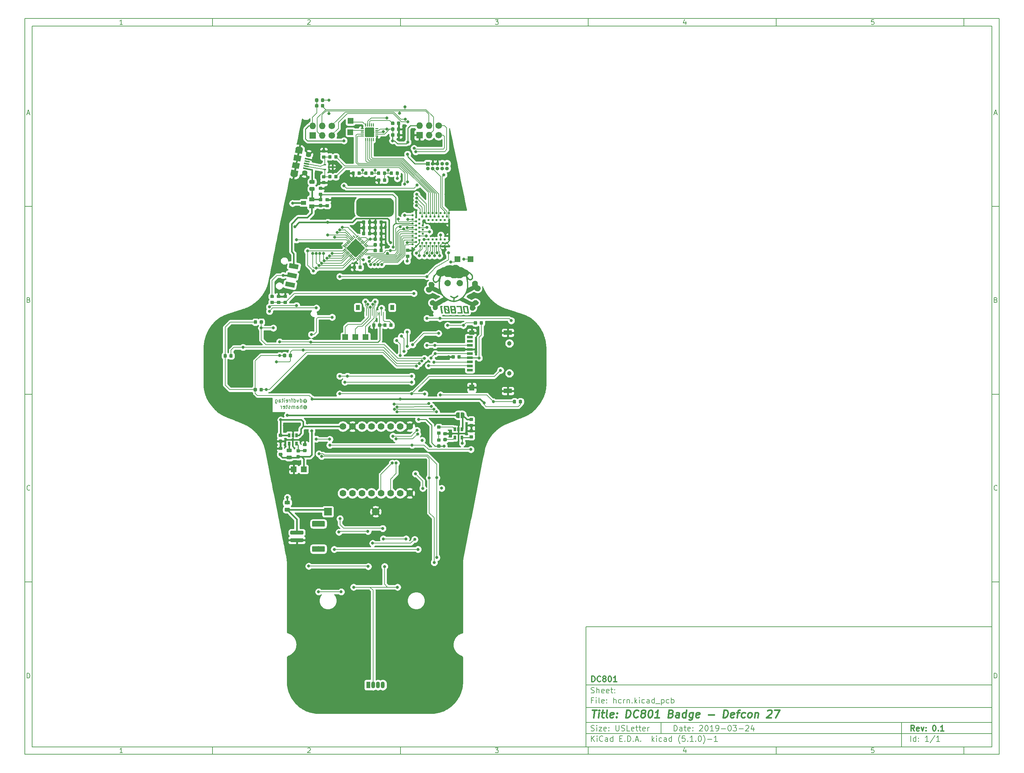
<source format=gbl>
G04 #@! TF.GenerationSoftware,KiCad,Pcbnew,(5.1.0)-1*
G04 #@! TF.CreationDate,2019-04-28T22:44:37-06:00*
G04 #@! TF.ProjectId,hcrn,6863726e-2e6b-4696-9361-645f70636258,0.1*
G04 #@! TF.SameCoordinates,Original*
G04 #@! TF.FileFunction,Copper,L2,Bot*
G04 #@! TF.FilePolarity,Positive*
%FSLAX46Y46*%
G04 Gerber Fmt 4.6, Leading zero omitted, Abs format (unit mm)*
G04 Created by KiCad (PCBNEW (5.1.0)-1) date 2019-04-28 22:44:37*
%MOMM*%
%LPD*%
G04 APERTURE LIST*
%ADD10C,0.100000*%
%ADD11C,0.150000*%
%ADD12C,0.300000*%
%ADD13C,0.400000*%
%ADD14C,0.010000*%
%ADD15C,2.500000*%
%ADD16C,0.250000*%
%ADD17R,2.000000X2.000000*%
%ADD18C,2.000000*%
%ADD19C,5.000000*%
%ADD20R,1.600000X0.700000*%
%ADD21C,1.200000*%
%ADD22R,1.400000X1.200000*%
%ADD23R,1.400000X1.600000*%
%ADD24R,2.200000X1.200000*%
%ADD25C,0.875000*%
%ADD26R,1.070000X1.800000*%
%ADD27O,1.070000X1.800000*%
%ADD28C,0.975000*%
%ADD29R,1.500000X1.500000*%
%ADD30R,0.254000X1.016000*%
%ADD31R,1.016000X1.346200*%
%ADD32C,1.500000*%
%ADD33C,1.450000*%
%ADD34C,0.400000*%
%ADD35C,1.200000*%
%ADD36C,1.000000*%
%ADD37R,1.400000X1.000000*%
%ADD38C,1.250000*%
%ADD39R,0.650000X1.060000*%
%ADD40C,3.600000*%
%ADD41C,0.500000*%
%ADD42R,1.000000X1.000000*%
%ADD43O,1.000000X1.000000*%
%ADD44C,1.778000*%
%ADD45R,0.700000X0.450000*%
%ADD46C,1.727200*%
%ADD47O,1.727200X1.727200*%
%ADD48R,1.727200X1.727200*%
%ADD49R,0.500000X0.500000*%
%ADD50C,0.800000*%
%ADD51C,0.177800*%
%ADD52C,0.381000*%
%ADD53C,0.254000*%
G04 APERTURE END LIST*
D10*
D11*
X159400000Y-171900000D02*
X159400000Y-203900000D01*
X267400000Y-203900000D01*
X267400000Y-171900000D01*
X159400000Y-171900000D01*
D10*
D11*
X10000000Y-10000000D02*
X10000000Y-205900000D01*
X269400000Y-205900000D01*
X269400000Y-10000000D01*
X10000000Y-10000000D01*
D10*
D11*
X12000000Y-12000000D02*
X12000000Y-203900000D01*
X267400000Y-203900000D01*
X267400000Y-12000000D01*
X12000000Y-12000000D01*
D10*
D11*
X60000000Y-12000000D02*
X60000000Y-10000000D01*
D10*
D11*
X110000000Y-12000000D02*
X110000000Y-10000000D01*
D10*
D11*
X160000000Y-12000000D02*
X160000000Y-10000000D01*
D10*
D11*
X210000000Y-12000000D02*
X210000000Y-10000000D01*
D10*
D11*
X260000000Y-12000000D02*
X260000000Y-10000000D01*
D10*
D11*
X36065476Y-11588095D02*
X35322619Y-11588095D01*
X35694047Y-11588095D02*
X35694047Y-10288095D01*
X35570238Y-10473809D01*
X35446428Y-10597619D01*
X35322619Y-10659523D01*
D10*
D11*
X85322619Y-10411904D02*
X85384523Y-10350000D01*
X85508333Y-10288095D01*
X85817857Y-10288095D01*
X85941666Y-10350000D01*
X86003571Y-10411904D01*
X86065476Y-10535714D01*
X86065476Y-10659523D01*
X86003571Y-10845238D01*
X85260714Y-11588095D01*
X86065476Y-11588095D01*
D10*
D11*
X135260714Y-10288095D02*
X136065476Y-10288095D01*
X135632142Y-10783333D01*
X135817857Y-10783333D01*
X135941666Y-10845238D01*
X136003571Y-10907142D01*
X136065476Y-11030952D01*
X136065476Y-11340476D01*
X136003571Y-11464285D01*
X135941666Y-11526190D01*
X135817857Y-11588095D01*
X135446428Y-11588095D01*
X135322619Y-11526190D01*
X135260714Y-11464285D01*
D10*
D11*
X185941666Y-10721428D02*
X185941666Y-11588095D01*
X185632142Y-10226190D02*
X185322619Y-11154761D01*
X186127380Y-11154761D01*
D10*
D11*
X236003571Y-10288095D02*
X235384523Y-10288095D01*
X235322619Y-10907142D01*
X235384523Y-10845238D01*
X235508333Y-10783333D01*
X235817857Y-10783333D01*
X235941666Y-10845238D01*
X236003571Y-10907142D01*
X236065476Y-11030952D01*
X236065476Y-11340476D01*
X236003571Y-11464285D01*
X235941666Y-11526190D01*
X235817857Y-11588095D01*
X235508333Y-11588095D01*
X235384523Y-11526190D01*
X235322619Y-11464285D01*
D10*
D11*
X60000000Y-203900000D02*
X60000000Y-205900000D01*
D10*
D11*
X110000000Y-203900000D02*
X110000000Y-205900000D01*
D10*
D11*
X160000000Y-203900000D02*
X160000000Y-205900000D01*
D10*
D11*
X210000000Y-203900000D02*
X210000000Y-205900000D01*
D10*
D11*
X260000000Y-203900000D02*
X260000000Y-205900000D01*
D10*
D11*
X36065476Y-205488095D02*
X35322619Y-205488095D01*
X35694047Y-205488095D02*
X35694047Y-204188095D01*
X35570238Y-204373809D01*
X35446428Y-204497619D01*
X35322619Y-204559523D01*
D10*
D11*
X85322619Y-204311904D02*
X85384523Y-204250000D01*
X85508333Y-204188095D01*
X85817857Y-204188095D01*
X85941666Y-204250000D01*
X86003571Y-204311904D01*
X86065476Y-204435714D01*
X86065476Y-204559523D01*
X86003571Y-204745238D01*
X85260714Y-205488095D01*
X86065476Y-205488095D01*
D10*
D11*
X135260714Y-204188095D02*
X136065476Y-204188095D01*
X135632142Y-204683333D01*
X135817857Y-204683333D01*
X135941666Y-204745238D01*
X136003571Y-204807142D01*
X136065476Y-204930952D01*
X136065476Y-205240476D01*
X136003571Y-205364285D01*
X135941666Y-205426190D01*
X135817857Y-205488095D01*
X135446428Y-205488095D01*
X135322619Y-205426190D01*
X135260714Y-205364285D01*
D10*
D11*
X185941666Y-204621428D02*
X185941666Y-205488095D01*
X185632142Y-204126190D02*
X185322619Y-205054761D01*
X186127380Y-205054761D01*
D10*
D11*
X236003571Y-204188095D02*
X235384523Y-204188095D01*
X235322619Y-204807142D01*
X235384523Y-204745238D01*
X235508333Y-204683333D01*
X235817857Y-204683333D01*
X235941666Y-204745238D01*
X236003571Y-204807142D01*
X236065476Y-204930952D01*
X236065476Y-205240476D01*
X236003571Y-205364285D01*
X235941666Y-205426190D01*
X235817857Y-205488095D01*
X235508333Y-205488095D01*
X235384523Y-205426190D01*
X235322619Y-205364285D01*
D10*
D11*
X10000000Y-60000000D02*
X12000000Y-60000000D01*
D10*
D11*
X10000000Y-110000000D02*
X12000000Y-110000000D01*
D10*
D11*
X10000000Y-160000000D02*
X12000000Y-160000000D01*
D10*
D11*
X10690476Y-35216666D02*
X11309523Y-35216666D01*
X10566666Y-35588095D02*
X11000000Y-34288095D01*
X11433333Y-35588095D01*
D10*
D11*
X11092857Y-84907142D02*
X11278571Y-84969047D01*
X11340476Y-85030952D01*
X11402380Y-85154761D01*
X11402380Y-85340476D01*
X11340476Y-85464285D01*
X11278571Y-85526190D01*
X11154761Y-85588095D01*
X10659523Y-85588095D01*
X10659523Y-84288095D01*
X11092857Y-84288095D01*
X11216666Y-84350000D01*
X11278571Y-84411904D01*
X11340476Y-84535714D01*
X11340476Y-84659523D01*
X11278571Y-84783333D01*
X11216666Y-84845238D01*
X11092857Y-84907142D01*
X10659523Y-84907142D01*
D10*
D11*
X11402380Y-135464285D02*
X11340476Y-135526190D01*
X11154761Y-135588095D01*
X11030952Y-135588095D01*
X10845238Y-135526190D01*
X10721428Y-135402380D01*
X10659523Y-135278571D01*
X10597619Y-135030952D01*
X10597619Y-134845238D01*
X10659523Y-134597619D01*
X10721428Y-134473809D01*
X10845238Y-134350000D01*
X11030952Y-134288095D01*
X11154761Y-134288095D01*
X11340476Y-134350000D01*
X11402380Y-134411904D01*
D10*
D11*
X10659523Y-185588095D02*
X10659523Y-184288095D01*
X10969047Y-184288095D01*
X11154761Y-184350000D01*
X11278571Y-184473809D01*
X11340476Y-184597619D01*
X11402380Y-184845238D01*
X11402380Y-185030952D01*
X11340476Y-185278571D01*
X11278571Y-185402380D01*
X11154761Y-185526190D01*
X10969047Y-185588095D01*
X10659523Y-185588095D01*
D10*
D11*
X269400000Y-60000000D02*
X267400000Y-60000000D01*
D10*
D11*
X269400000Y-110000000D02*
X267400000Y-110000000D01*
D10*
D11*
X269400000Y-160000000D02*
X267400000Y-160000000D01*
D10*
D11*
X268090476Y-35216666D02*
X268709523Y-35216666D01*
X267966666Y-35588095D02*
X268400000Y-34288095D01*
X268833333Y-35588095D01*
D10*
D11*
X268492857Y-84907142D02*
X268678571Y-84969047D01*
X268740476Y-85030952D01*
X268802380Y-85154761D01*
X268802380Y-85340476D01*
X268740476Y-85464285D01*
X268678571Y-85526190D01*
X268554761Y-85588095D01*
X268059523Y-85588095D01*
X268059523Y-84288095D01*
X268492857Y-84288095D01*
X268616666Y-84350000D01*
X268678571Y-84411904D01*
X268740476Y-84535714D01*
X268740476Y-84659523D01*
X268678571Y-84783333D01*
X268616666Y-84845238D01*
X268492857Y-84907142D01*
X268059523Y-84907142D01*
D10*
D11*
X268802380Y-135464285D02*
X268740476Y-135526190D01*
X268554761Y-135588095D01*
X268430952Y-135588095D01*
X268245238Y-135526190D01*
X268121428Y-135402380D01*
X268059523Y-135278571D01*
X267997619Y-135030952D01*
X267997619Y-134845238D01*
X268059523Y-134597619D01*
X268121428Y-134473809D01*
X268245238Y-134350000D01*
X268430952Y-134288095D01*
X268554761Y-134288095D01*
X268740476Y-134350000D01*
X268802380Y-134411904D01*
D10*
D11*
X268059523Y-185588095D02*
X268059523Y-184288095D01*
X268369047Y-184288095D01*
X268554761Y-184350000D01*
X268678571Y-184473809D01*
X268740476Y-184597619D01*
X268802380Y-184845238D01*
X268802380Y-185030952D01*
X268740476Y-185278571D01*
X268678571Y-185402380D01*
X268554761Y-185526190D01*
X268369047Y-185588095D01*
X268059523Y-185588095D01*
D10*
D11*
X182832142Y-199678571D02*
X182832142Y-198178571D01*
X183189285Y-198178571D01*
X183403571Y-198250000D01*
X183546428Y-198392857D01*
X183617857Y-198535714D01*
X183689285Y-198821428D01*
X183689285Y-199035714D01*
X183617857Y-199321428D01*
X183546428Y-199464285D01*
X183403571Y-199607142D01*
X183189285Y-199678571D01*
X182832142Y-199678571D01*
X184975000Y-199678571D02*
X184975000Y-198892857D01*
X184903571Y-198750000D01*
X184760714Y-198678571D01*
X184475000Y-198678571D01*
X184332142Y-198750000D01*
X184975000Y-199607142D02*
X184832142Y-199678571D01*
X184475000Y-199678571D01*
X184332142Y-199607142D01*
X184260714Y-199464285D01*
X184260714Y-199321428D01*
X184332142Y-199178571D01*
X184475000Y-199107142D01*
X184832142Y-199107142D01*
X184975000Y-199035714D01*
X185475000Y-198678571D02*
X186046428Y-198678571D01*
X185689285Y-198178571D02*
X185689285Y-199464285D01*
X185760714Y-199607142D01*
X185903571Y-199678571D01*
X186046428Y-199678571D01*
X187117857Y-199607142D02*
X186975000Y-199678571D01*
X186689285Y-199678571D01*
X186546428Y-199607142D01*
X186475000Y-199464285D01*
X186475000Y-198892857D01*
X186546428Y-198750000D01*
X186689285Y-198678571D01*
X186975000Y-198678571D01*
X187117857Y-198750000D01*
X187189285Y-198892857D01*
X187189285Y-199035714D01*
X186475000Y-199178571D01*
X187832142Y-199535714D02*
X187903571Y-199607142D01*
X187832142Y-199678571D01*
X187760714Y-199607142D01*
X187832142Y-199535714D01*
X187832142Y-199678571D01*
X187832142Y-198750000D02*
X187903571Y-198821428D01*
X187832142Y-198892857D01*
X187760714Y-198821428D01*
X187832142Y-198750000D01*
X187832142Y-198892857D01*
X189617857Y-198321428D02*
X189689285Y-198250000D01*
X189832142Y-198178571D01*
X190189285Y-198178571D01*
X190332142Y-198250000D01*
X190403571Y-198321428D01*
X190475000Y-198464285D01*
X190475000Y-198607142D01*
X190403571Y-198821428D01*
X189546428Y-199678571D01*
X190475000Y-199678571D01*
X191403571Y-198178571D02*
X191546428Y-198178571D01*
X191689285Y-198250000D01*
X191760714Y-198321428D01*
X191832142Y-198464285D01*
X191903571Y-198750000D01*
X191903571Y-199107142D01*
X191832142Y-199392857D01*
X191760714Y-199535714D01*
X191689285Y-199607142D01*
X191546428Y-199678571D01*
X191403571Y-199678571D01*
X191260714Y-199607142D01*
X191189285Y-199535714D01*
X191117857Y-199392857D01*
X191046428Y-199107142D01*
X191046428Y-198750000D01*
X191117857Y-198464285D01*
X191189285Y-198321428D01*
X191260714Y-198250000D01*
X191403571Y-198178571D01*
X193332142Y-199678571D02*
X192475000Y-199678571D01*
X192903571Y-199678571D02*
X192903571Y-198178571D01*
X192760714Y-198392857D01*
X192617857Y-198535714D01*
X192475000Y-198607142D01*
X194046428Y-199678571D02*
X194332142Y-199678571D01*
X194475000Y-199607142D01*
X194546428Y-199535714D01*
X194689285Y-199321428D01*
X194760714Y-199035714D01*
X194760714Y-198464285D01*
X194689285Y-198321428D01*
X194617857Y-198250000D01*
X194475000Y-198178571D01*
X194189285Y-198178571D01*
X194046428Y-198250000D01*
X193975000Y-198321428D01*
X193903571Y-198464285D01*
X193903571Y-198821428D01*
X193975000Y-198964285D01*
X194046428Y-199035714D01*
X194189285Y-199107142D01*
X194475000Y-199107142D01*
X194617857Y-199035714D01*
X194689285Y-198964285D01*
X194760714Y-198821428D01*
X195403571Y-199107142D02*
X196546428Y-199107142D01*
X197546428Y-198178571D02*
X197689285Y-198178571D01*
X197832142Y-198250000D01*
X197903571Y-198321428D01*
X197975000Y-198464285D01*
X198046428Y-198750000D01*
X198046428Y-199107142D01*
X197975000Y-199392857D01*
X197903571Y-199535714D01*
X197832142Y-199607142D01*
X197689285Y-199678571D01*
X197546428Y-199678571D01*
X197403571Y-199607142D01*
X197332142Y-199535714D01*
X197260714Y-199392857D01*
X197189285Y-199107142D01*
X197189285Y-198750000D01*
X197260714Y-198464285D01*
X197332142Y-198321428D01*
X197403571Y-198250000D01*
X197546428Y-198178571D01*
X198546428Y-198178571D02*
X199475000Y-198178571D01*
X198975000Y-198750000D01*
X199189285Y-198750000D01*
X199332142Y-198821428D01*
X199403571Y-198892857D01*
X199475000Y-199035714D01*
X199475000Y-199392857D01*
X199403571Y-199535714D01*
X199332142Y-199607142D01*
X199189285Y-199678571D01*
X198760714Y-199678571D01*
X198617857Y-199607142D01*
X198546428Y-199535714D01*
X200117857Y-199107142D02*
X201260714Y-199107142D01*
X201903571Y-198321428D02*
X201975000Y-198250000D01*
X202117857Y-198178571D01*
X202475000Y-198178571D01*
X202617857Y-198250000D01*
X202689285Y-198321428D01*
X202760714Y-198464285D01*
X202760714Y-198607142D01*
X202689285Y-198821428D01*
X201832142Y-199678571D01*
X202760714Y-199678571D01*
X204046428Y-198678571D02*
X204046428Y-199678571D01*
X203689285Y-198107142D02*
X203332142Y-199178571D01*
X204260714Y-199178571D01*
D10*
D11*
X159400000Y-200400000D02*
X267400000Y-200400000D01*
D10*
D11*
X160832142Y-202478571D02*
X160832142Y-200978571D01*
X161689285Y-202478571D02*
X161046428Y-201621428D01*
X161689285Y-200978571D02*
X160832142Y-201835714D01*
X162332142Y-202478571D02*
X162332142Y-201478571D01*
X162332142Y-200978571D02*
X162260714Y-201050000D01*
X162332142Y-201121428D01*
X162403571Y-201050000D01*
X162332142Y-200978571D01*
X162332142Y-201121428D01*
X163903571Y-202335714D02*
X163832142Y-202407142D01*
X163617857Y-202478571D01*
X163475000Y-202478571D01*
X163260714Y-202407142D01*
X163117857Y-202264285D01*
X163046428Y-202121428D01*
X162975000Y-201835714D01*
X162975000Y-201621428D01*
X163046428Y-201335714D01*
X163117857Y-201192857D01*
X163260714Y-201050000D01*
X163475000Y-200978571D01*
X163617857Y-200978571D01*
X163832142Y-201050000D01*
X163903571Y-201121428D01*
X165189285Y-202478571D02*
X165189285Y-201692857D01*
X165117857Y-201550000D01*
X164975000Y-201478571D01*
X164689285Y-201478571D01*
X164546428Y-201550000D01*
X165189285Y-202407142D02*
X165046428Y-202478571D01*
X164689285Y-202478571D01*
X164546428Y-202407142D01*
X164475000Y-202264285D01*
X164475000Y-202121428D01*
X164546428Y-201978571D01*
X164689285Y-201907142D01*
X165046428Y-201907142D01*
X165189285Y-201835714D01*
X166546428Y-202478571D02*
X166546428Y-200978571D01*
X166546428Y-202407142D02*
X166403571Y-202478571D01*
X166117857Y-202478571D01*
X165975000Y-202407142D01*
X165903571Y-202335714D01*
X165832142Y-202192857D01*
X165832142Y-201764285D01*
X165903571Y-201621428D01*
X165975000Y-201550000D01*
X166117857Y-201478571D01*
X166403571Y-201478571D01*
X166546428Y-201550000D01*
X168403571Y-201692857D02*
X168903571Y-201692857D01*
X169117857Y-202478571D02*
X168403571Y-202478571D01*
X168403571Y-200978571D01*
X169117857Y-200978571D01*
X169760714Y-202335714D02*
X169832142Y-202407142D01*
X169760714Y-202478571D01*
X169689285Y-202407142D01*
X169760714Y-202335714D01*
X169760714Y-202478571D01*
X170475000Y-202478571D02*
X170475000Y-200978571D01*
X170832142Y-200978571D01*
X171046428Y-201050000D01*
X171189285Y-201192857D01*
X171260714Y-201335714D01*
X171332142Y-201621428D01*
X171332142Y-201835714D01*
X171260714Y-202121428D01*
X171189285Y-202264285D01*
X171046428Y-202407142D01*
X170832142Y-202478571D01*
X170475000Y-202478571D01*
X171975000Y-202335714D02*
X172046428Y-202407142D01*
X171975000Y-202478571D01*
X171903571Y-202407142D01*
X171975000Y-202335714D01*
X171975000Y-202478571D01*
X172617857Y-202050000D02*
X173332142Y-202050000D01*
X172475000Y-202478571D02*
X172975000Y-200978571D01*
X173475000Y-202478571D01*
X173975000Y-202335714D02*
X174046428Y-202407142D01*
X173975000Y-202478571D01*
X173903571Y-202407142D01*
X173975000Y-202335714D01*
X173975000Y-202478571D01*
X176975000Y-202478571D02*
X176975000Y-200978571D01*
X177117857Y-201907142D02*
X177546428Y-202478571D01*
X177546428Y-201478571D02*
X176975000Y-202050000D01*
X178189285Y-202478571D02*
X178189285Y-201478571D01*
X178189285Y-200978571D02*
X178117857Y-201050000D01*
X178189285Y-201121428D01*
X178260714Y-201050000D01*
X178189285Y-200978571D01*
X178189285Y-201121428D01*
X179546428Y-202407142D02*
X179403571Y-202478571D01*
X179117857Y-202478571D01*
X178975000Y-202407142D01*
X178903571Y-202335714D01*
X178832142Y-202192857D01*
X178832142Y-201764285D01*
X178903571Y-201621428D01*
X178975000Y-201550000D01*
X179117857Y-201478571D01*
X179403571Y-201478571D01*
X179546428Y-201550000D01*
X180832142Y-202478571D02*
X180832142Y-201692857D01*
X180760714Y-201550000D01*
X180617857Y-201478571D01*
X180332142Y-201478571D01*
X180189285Y-201550000D01*
X180832142Y-202407142D02*
X180689285Y-202478571D01*
X180332142Y-202478571D01*
X180189285Y-202407142D01*
X180117857Y-202264285D01*
X180117857Y-202121428D01*
X180189285Y-201978571D01*
X180332142Y-201907142D01*
X180689285Y-201907142D01*
X180832142Y-201835714D01*
X182189285Y-202478571D02*
X182189285Y-200978571D01*
X182189285Y-202407142D02*
X182046428Y-202478571D01*
X181760714Y-202478571D01*
X181617857Y-202407142D01*
X181546428Y-202335714D01*
X181475000Y-202192857D01*
X181475000Y-201764285D01*
X181546428Y-201621428D01*
X181617857Y-201550000D01*
X181760714Y-201478571D01*
X182046428Y-201478571D01*
X182189285Y-201550000D01*
X184475000Y-203050000D02*
X184403571Y-202978571D01*
X184260714Y-202764285D01*
X184189285Y-202621428D01*
X184117857Y-202407142D01*
X184046428Y-202050000D01*
X184046428Y-201764285D01*
X184117857Y-201407142D01*
X184189285Y-201192857D01*
X184260714Y-201050000D01*
X184403571Y-200835714D01*
X184475000Y-200764285D01*
X185760714Y-200978571D02*
X185046428Y-200978571D01*
X184975000Y-201692857D01*
X185046428Y-201621428D01*
X185189285Y-201550000D01*
X185546428Y-201550000D01*
X185689285Y-201621428D01*
X185760714Y-201692857D01*
X185832142Y-201835714D01*
X185832142Y-202192857D01*
X185760714Y-202335714D01*
X185689285Y-202407142D01*
X185546428Y-202478571D01*
X185189285Y-202478571D01*
X185046428Y-202407142D01*
X184975000Y-202335714D01*
X186475000Y-202335714D02*
X186546428Y-202407142D01*
X186475000Y-202478571D01*
X186403571Y-202407142D01*
X186475000Y-202335714D01*
X186475000Y-202478571D01*
X187975000Y-202478571D02*
X187117857Y-202478571D01*
X187546428Y-202478571D02*
X187546428Y-200978571D01*
X187403571Y-201192857D01*
X187260714Y-201335714D01*
X187117857Y-201407142D01*
X188617857Y-202335714D02*
X188689285Y-202407142D01*
X188617857Y-202478571D01*
X188546428Y-202407142D01*
X188617857Y-202335714D01*
X188617857Y-202478571D01*
X189617857Y-200978571D02*
X189760714Y-200978571D01*
X189903571Y-201050000D01*
X189975000Y-201121428D01*
X190046428Y-201264285D01*
X190117857Y-201550000D01*
X190117857Y-201907142D01*
X190046428Y-202192857D01*
X189975000Y-202335714D01*
X189903571Y-202407142D01*
X189760714Y-202478571D01*
X189617857Y-202478571D01*
X189475000Y-202407142D01*
X189403571Y-202335714D01*
X189332142Y-202192857D01*
X189260714Y-201907142D01*
X189260714Y-201550000D01*
X189332142Y-201264285D01*
X189403571Y-201121428D01*
X189475000Y-201050000D01*
X189617857Y-200978571D01*
X190617857Y-203050000D02*
X190689285Y-202978571D01*
X190832142Y-202764285D01*
X190903571Y-202621428D01*
X190975000Y-202407142D01*
X191046428Y-202050000D01*
X191046428Y-201764285D01*
X190975000Y-201407142D01*
X190903571Y-201192857D01*
X190832142Y-201050000D01*
X190689285Y-200835714D01*
X190617857Y-200764285D01*
X191760714Y-201907142D02*
X192903571Y-201907142D01*
X194403571Y-202478571D02*
X193546428Y-202478571D01*
X193975000Y-202478571D02*
X193975000Y-200978571D01*
X193832142Y-201192857D01*
X193689285Y-201335714D01*
X193546428Y-201407142D01*
D10*
D11*
X159400000Y-197400000D02*
X267400000Y-197400000D01*
D10*
D12*
X246809285Y-199678571D02*
X246309285Y-198964285D01*
X245952142Y-199678571D02*
X245952142Y-198178571D01*
X246523571Y-198178571D01*
X246666428Y-198250000D01*
X246737857Y-198321428D01*
X246809285Y-198464285D01*
X246809285Y-198678571D01*
X246737857Y-198821428D01*
X246666428Y-198892857D01*
X246523571Y-198964285D01*
X245952142Y-198964285D01*
X248023571Y-199607142D02*
X247880714Y-199678571D01*
X247595000Y-199678571D01*
X247452142Y-199607142D01*
X247380714Y-199464285D01*
X247380714Y-198892857D01*
X247452142Y-198750000D01*
X247595000Y-198678571D01*
X247880714Y-198678571D01*
X248023571Y-198750000D01*
X248095000Y-198892857D01*
X248095000Y-199035714D01*
X247380714Y-199178571D01*
X248595000Y-198678571D02*
X248952142Y-199678571D01*
X249309285Y-198678571D01*
X249880714Y-199535714D02*
X249952142Y-199607142D01*
X249880714Y-199678571D01*
X249809285Y-199607142D01*
X249880714Y-199535714D01*
X249880714Y-199678571D01*
X249880714Y-198750000D02*
X249952142Y-198821428D01*
X249880714Y-198892857D01*
X249809285Y-198821428D01*
X249880714Y-198750000D01*
X249880714Y-198892857D01*
X252023571Y-198178571D02*
X252166428Y-198178571D01*
X252309285Y-198250000D01*
X252380714Y-198321428D01*
X252452142Y-198464285D01*
X252523571Y-198750000D01*
X252523571Y-199107142D01*
X252452142Y-199392857D01*
X252380714Y-199535714D01*
X252309285Y-199607142D01*
X252166428Y-199678571D01*
X252023571Y-199678571D01*
X251880714Y-199607142D01*
X251809285Y-199535714D01*
X251737857Y-199392857D01*
X251666428Y-199107142D01*
X251666428Y-198750000D01*
X251737857Y-198464285D01*
X251809285Y-198321428D01*
X251880714Y-198250000D01*
X252023571Y-198178571D01*
X253166428Y-199535714D02*
X253237857Y-199607142D01*
X253166428Y-199678571D01*
X253095000Y-199607142D01*
X253166428Y-199535714D01*
X253166428Y-199678571D01*
X254666428Y-199678571D02*
X253809285Y-199678571D01*
X254237857Y-199678571D02*
X254237857Y-198178571D01*
X254095000Y-198392857D01*
X253952142Y-198535714D01*
X253809285Y-198607142D01*
D10*
D11*
X160760714Y-199607142D02*
X160975000Y-199678571D01*
X161332142Y-199678571D01*
X161475000Y-199607142D01*
X161546428Y-199535714D01*
X161617857Y-199392857D01*
X161617857Y-199250000D01*
X161546428Y-199107142D01*
X161475000Y-199035714D01*
X161332142Y-198964285D01*
X161046428Y-198892857D01*
X160903571Y-198821428D01*
X160832142Y-198750000D01*
X160760714Y-198607142D01*
X160760714Y-198464285D01*
X160832142Y-198321428D01*
X160903571Y-198250000D01*
X161046428Y-198178571D01*
X161403571Y-198178571D01*
X161617857Y-198250000D01*
X162260714Y-199678571D02*
X162260714Y-198678571D01*
X162260714Y-198178571D02*
X162189285Y-198250000D01*
X162260714Y-198321428D01*
X162332142Y-198250000D01*
X162260714Y-198178571D01*
X162260714Y-198321428D01*
X162832142Y-198678571D02*
X163617857Y-198678571D01*
X162832142Y-199678571D01*
X163617857Y-199678571D01*
X164760714Y-199607142D02*
X164617857Y-199678571D01*
X164332142Y-199678571D01*
X164189285Y-199607142D01*
X164117857Y-199464285D01*
X164117857Y-198892857D01*
X164189285Y-198750000D01*
X164332142Y-198678571D01*
X164617857Y-198678571D01*
X164760714Y-198750000D01*
X164832142Y-198892857D01*
X164832142Y-199035714D01*
X164117857Y-199178571D01*
X165475000Y-199535714D02*
X165546428Y-199607142D01*
X165475000Y-199678571D01*
X165403571Y-199607142D01*
X165475000Y-199535714D01*
X165475000Y-199678571D01*
X165475000Y-198750000D02*
X165546428Y-198821428D01*
X165475000Y-198892857D01*
X165403571Y-198821428D01*
X165475000Y-198750000D01*
X165475000Y-198892857D01*
X167332142Y-198178571D02*
X167332142Y-199392857D01*
X167403571Y-199535714D01*
X167475000Y-199607142D01*
X167617857Y-199678571D01*
X167903571Y-199678571D01*
X168046428Y-199607142D01*
X168117857Y-199535714D01*
X168189285Y-199392857D01*
X168189285Y-198178571D01*
X168832142Y-199607142D02*
X169046428Y-199678571D01*
X169403571Y-199678571D01*
X169546428Y-199607142D01*
X169617857Y-199535714D01*
X169689285Y-199392857D01*
X169689285Y-199250000D01*
X169617857Y-199107142D01*
X169546428Y-199035714D01*
X169403571Y-198964285D01*
X169117857Y-198892857D01*
X168975000Y-198821428D01*
X168903571Y-198750000D01*
X168832142Y-198607142D01*
X168832142Y-198464285D01*
X168903571Y-198321428D01*
X168975000Y-198250000D01*
X169117857Y-198178571D01*
X169475000Y-198178571D01*
X169689285Y-198250000D01*
X171046428Y-199678571D02*
X170332142Y-199678571D01*
X170332142Y-198178571D01*
X172117857Y-199607142D02*
X171975000Y-199678571D01*
X171689285Y-199678571D01*
X171546428Y-199607142D01*
X171475000Y-199464285D01*
X171475000Y-198892857D01*
X171546428Y-198750000D01*
X171689285Y-198678571D01*
X171975000Y-198678571D01*
X172117857Y-198750000D01*
X172189285Y-198892857D01*
X172189285Y-199035714D01*
X171475000Y-199178571D01*
X172617857Y-198678571D02*
X173189285Y-198678571D01*
X172832142Y-198178571D02*
X172832142Y-199464285D01*
X172903571Y-199607142D01*
X173046428Y-199678571D01*
X173189285Y-199678571D01*
X173475000Y-198678571D02*
X174046428Y-198678571D01*
X173689285Y-198178571D02*
X173689285Y-199464285D01*
X173760714Y-199607142D01*
X173903571Y-199678571D01*
X174046428Y-199678571D01*
X175117857Y-199607142D02*
X174975000Y-199678571D01*
X174689285Y-199678571D01*
X174546428Y-199607142D01*
X174475000Y-199464285D01*
X174475000Y-198892857D01*
X174546428Y-198750000D01*
X174689285Y-198678571D01*
X174975000Y-198678571D01*
X175117857Y-198750000D01*
X175189285Y-198892857D01*
X175189285Y-199035714D01*
X174475000Y-199178571D01*
X175832142Y-199678571D02*
X175832142Y-198678571D01*
X175832142Y-198964285D02*
X175903571Y-198821428D01*
X175975000Y-198750000D01*
X176117857Y-198678571D01*
X176260714Y-198678571D01*
D10*
D11*
X245832142Y-202478571D02*
X245832142Y-200978571D01*
X247189285Y-202478571D02*
X247189285Y-200978571D01*
X247189285Y-202407142D02*
X247046428Y-202478571D01*
X246760714Y-202478571D01*
X246617857Y-202407142D01*
X246546428Y-202335714D01*
X246475000Y-202192857D01*
X246475000Y-201764285D01*
X246546428Y-201621428D01*
X246617857Y-201550000D01*
X246760714Y-201478571D01*
X247046428Y-201478571D01*
X247189285Y-201550000D01*
X247903571Y-202335714D02*
X247975000Y-202407142D01*
X247903571Y-202478571D01*
X247832142Y-202407142D01*
X247903571Y-202335714D01*
X247903571Y-202478571D01*
X247903571Y-201550000D02*
X247975000Y-201621428D01*
X247903571Y-201692857D01*
X247832142Y-201621428D01*
X247903571Y-201550000D01*
X247903571Y-201692857D01*
X250546428Y-202478571D02*
X249689285Y-202478571D01*
X250117857Y-202478571D02*
X250117857Y-200978571D01*
X249975000Y-201192857D01*
X249832142Y-201335714D01*
X249689285Y-201407142D01*
X252260714Y-200907142D02*
X250975000Y-202835714D01*
X253546428Y-202478571D02*
X252689285Y-202478571D01*
X253117857Y-202478571D02*
X253117857Y-200978571D01*
X252975000Y-201192857D01*
X252832142Y-201335714D01*
X252689285Y-201407142D01*
D10*
D11*
X159400000Y-193400000D02*
X267400000Y-193400000D01*
D10*
D13*
X161112380Y-194104761D02*
X162255238Y-194104761D01*
X161433809Y-196104761D02*
X161683809Y-194104761D01*
X162671904Y-196104761D02*
X162838571Y-194771428D01*
X162921904Y-194104761D02*
X162814761Y-194200000D01*
X162898095Y-194295238D01*
X163005238Y-194200000D01*
X162921904Y-194104761D01*
X162898095Y-194295238D01*
X163505238Y-194771428D02*
X164267142Y-194771428D01*
X163874285Y-194104761D02*
X163660000Y-195819047D01*
X163731428Y-196009523D01*
X163910000Y-196104761D01*
X164100476Y-196104761D01*
X165052857Y-196104761D02*
X164874285Y-196009523D01*
X164802857Y-195819047D01*
X165017142Y-194104761D01*
X166588571Y-196009523D02*
X166386190Y-196104761D01*
X166005238Y-196104761D01*
X165826666Y-196009523D01*
X165755238Y-195819047D01*
X165850476Y-195057142D01*
X165969523Y-194866666D01*
X166171904Y-194771428D01*
X166552857Y-194771428D01*
X166731428Y-194866666D01*
X166802857Y-195057142D01*
X166779047Y-195247619D01*
X165802857Y-195438095D01*
X167552857Y-195914285D02*
X167636190Y-196009523D01*
X167529047Y-196104761D01*
X167445714Y-196009523D01*
X167552857Y-195914285D01*
X167529047Y-196104761D01*
X167683809Y-194866666D02*
X167767142Y-194961904D01*
X167660000Y-195057142D01*
X167576666Y-194961904D01*
X167683809Y-194866666D01*
X167660000Y-195057142D01*
X170005238Y-196104761D02*
X170255238Y-194104761D01*
X170731428Y-194104761D01*
X171005238Y-194200000D01*
X171171904Y-194390476D01*
X171243333Y-194580952D01*
X171290952Y-194961904D01*
X171255238Y-195247619D01*
X171112380Y-195628571D01*
X170993333Y-195819047D01*
X170779047Y-196009523D01*
X170481428Y-196104761D01*
X170005238Y-196104761D01*
X173171904Y-195914285D02*
X173064761Y-196009523D01*
X172767142Y-196104761D01*
X172576666Y-196104761D01*
X172302857Y-196009523D01*
X172136190Y-195819047D01*
X172064761Y-195628571D01*
X172017142Y-195247619D01*
X172052857Y-194961904D01*
X172195714Y-194580952D01*
X172314761Y-194390476D01*
X172529047Y-194200000D01*
X172826666Y-194104761D01*
X173017142Y-194104761D01*
X173290952Y-194200000D01*
X173374285Y-194295238D01*
X174433809Y-194961904D02*
X174255238Y-194866666D01*
X174171904Y-194771428D01*
X174100476Y-194580952D01*
X174112380Y-194485714D01*
X174231428Y-194295238D01*
X174338571Y-194200000D01*
X174540952Y-194104761D01*
X174921904Y-194104761D01*
X175100476Y-194200000D01*
X175183809Y-194295238D01*
X175255238Y-194485714D01*
X175243333Y-194580952D01*
X175124285Y-194771428D01*
X175017142Y-194866666D01*
X174814761Y-194961904D01*
X174433809Y-194961904D01*
X174231428Y-195057142D01*
X174124285Y-195152380D01*
X174005238Y-195342857D01*
X173957619Y-195723809D01*
X174029047Y-195914285D01*
X174112380Y-196009523D01*
X174290952Y-196104761D01*
X174671904Y-196104761D01*
X174874285Y-196009523D01*
X174981428Y-195914285D01*
X175100476Y-195723809D01*
X175148095Y-195342857D01*
X175076666Y-195152380D01*
X174993333Y-195057142D01*
X174814761Y-194961904D01*
X176540952Y-194104761D02*
X176731428Y-194104761D01*
X176910000Y-194200000D01*
X176993333Y-194295238D01*
X177064761Y-194485714D01*
X177112380Y-194866666D01*
X177052857Y-195342857D01*
X176910000Y-195723809D01*
X176790952Y-195914285D01*
X176683809Y-196009523D01*
X176481428Y-196104761D01*
X176290952Y-196104761D01*
X176112380Y-196009523D01*
X176029047Y-195914285D01*
X175957619Y-195723809D01*
X175910000Y-195342857D01*
X175969523Y-194866666D01*
X176112380Y-194485714D01*
X176231428Y-194295238D01*
X176338571Y-194200000D01*
X176540952Y-194104761D01*
X178862380Y-196104761D02*
X177719523Y-196104761D01*
X178290952Y-196104761D02*
X178540952Y-194104761D01*
X178314761Y-194390476D01*
X178100476Y-194580952D01*
X177898095Y-194676190D01*
X182040952Y-195057142D02*
X182314761Y-195152380D01*
X182398095Y-195247619D01*
X182469523Y-195438095D01*
X182433809Y-195723809D01*
X182314761Y-195914285D01*
X182207619Y-196009523D01*
X182005238Y-196104761D01*
X181243333Y-196104761D01*
X181493333Y-194104761D01*
X182160000Y-194104761D01*
X182338571Y-194200000D01*
X182421904Y-194295238D01*
X182493333Y-194485714D01*
X182469523Y-194676190D01*
X182350476Y-194866666D01*
X182243333Y-194961904D01*
X182040952Y-195057142D01*
X181374285Y-195057142D01*
X184100476Y-196104761D02*
X184231428Y-195057142D01*
X184160000Y-194866666D01*
X183981428Y-194771428D01*
X183600476Y-194771428D01*
X183398095Y-194866666D01*
X184112380Y-196009523D02*
X183910000Y-196104761D01*
X183433809Y-196104761D01*
X183255238Y-196009523D01*
X183183809Y-195819047D01*
X183207619Y-195628571D01*
X183326666Y-195438095D01*
X183529047Y-195342857D01*
X184005238Y-195342857D01*
X184207619Y-195247619D01*
X185910000Y-196104761D02*
X186160000Y-194104761D01*
X185921904Y-196009523D02*
X185719523Y-196104761D01*
X185338571Y-196104761D01*
X185160000Y-196009523D01*
X185076666Y-195914285D01*
X185005238Y-195723809D01*
X185076666Y-195152380D01*
X185195714Y-194961904D01*
X185302857Y-194866666D01*
X185505238Y-194771428D01*
X185886190Y-194771428D01*
X186064761Y-194866666D01*
X187886190Y-194771428D02*
X187683809Y-196390476D01*
X187564761Y-196580952D01*
X187457619Y-196676190D01*
X187255238Y-196771428D01*
X186969523Y-196771428D01*
X186790952Y-196676190D01*
X187731428Y-196009523D02*
X187529047Y-196104761D01*
X187148095Y-196104761D01*
X186969523Y-196009523D01*
X186886190Y-195914285D01*
X186814761Y-195723809D01*
X186886190Y-195152380D01*
X187005238Y-194961904D01*
X187112380Y-194866666D01*
X187314761Y-194771428D01*
X187695714Y-194771428D01*
X187874285Y-194866666D01*
X189445714Y-196009523D02*
X189243333Y-196104761D01*
X188862380Y-196104761D01*
X188683809Y-196009523D01*
X188612380Y-195819047D01*
X188707619Y-195057142D01*
X188826666Y-194866666D01*
X189029047Y-194771428D01*
X189410000Y-194771428D01*
X189588571Y-194866666D01*
X189660000Y-195057142D01*
X189636190Y-195247619D01*
X188660000Y-195438095D01*
X192005238Y-195342857D02*
X193529047Y-195342857D01*
X195910000Y-196104761D02*
X196160000Y-194104761D01*
X196636190Y-194104761D01*
X196910000Y-194200000D01*
X197076666Y-194390476D01*
X197148095Y-194580952D01*
X197195714Y-194961904D01*
X197160000Y-195247619D01*
X197017142Y-195628571D01*
X196898095Y-195819047D01*
X196683809Y-196009523D01*
X196386190Y-196104761D01*
X195910000Y-196104761D01*
X198683809Y-196009523D02*
X198481428Y-196104761D01*
X198100476Y-196104761D01*
X197921904Y-196009523D01*
X197850476Y-195819047D01*
X197945714Y-195057142D01*
X198064761Y-194866666D01*
X198267142Y-194771428D01*
X198648095Y-194771428D01*
X198826666Y-194866666D01*
X198898095Y-195057142D01*
X198874285Y-195247619D01*
X197898095Y-195438095D01*
X199505238Y-194771428D02*
X200267142Y-194771428D01*
X199624285Y-196104761D02*
X199838571Y-194390476D01*
X199957619Y-194200000D01*
X200160000Y-194104761D01*
X200350476Y-194104761D01*
X201636190Y-196009523D02*
X201433809Y-196104761D01*
X201052857Y-196104761D01*
X200874285Y-196009523D01*
X200790952Y-195914285D01*
X200719523Y-195723809D01*
X200790952Y-195152380D01*
X200910000Y-194961904D01*
X201017142Y-194866666D01*
X201219523Y-194771428D01*
X201600476Y-194771428D01*
X201779047Y-194866666D01*
X202767142Y-196104761D02*
X202588571Y-196009523D01*
X202505238Y-195914285D01*
X202433809Y-195723809D01*
X202505238Y-195152380D01*
X202624285Y-194961904D01*
X202731428Y-194866666D01*
X202933809Y-194771428D01*
X203219523Y-194771428D01*
X203398095Y-194866666D01*
X203481428Y-194961904D01*
X203552857Y-195152380D01*
X203481428Y-195723809D01*
X203362380Y-195914285D01*
X203255238Y-196009523D01*
X203052857Y-196104761D01*
X202767142Y-196104761D01*
X204457619Y-194771428D02*
X204290952Y-196104761D01*
X204433809Y-194961904D02*
X204540952Y-194866666D01*
X204743333Y-194771428D01*
X205029047Y-194771428D01*
X205207619Y-194866666D01*
X205279047Y-195057142D01*
X205148095Y-196104761D01*
X207755238Y-194295238D02*
X207862380Y-194200000D01*
X208064761Y-194104761D01*
X208540952Y-194104761D01*
X208719523Y-194200000D01*
X208802857Y-194295238D01*
X208874285Y-194485714D01*
X208850476Y-194676190D01*
X208719523Y-194961904D01*
X207433809Y-196104761D01*
X208671904Y-196104761D01*
X209588571Y-194104761D02*
X210921904Y-194104761D01*
X209814761Y-196104761D01*
D10*
D11*
X161332142Y-191492857D02*
X160832142Y-191492857D01*
X160832142Y-192278571D02*
X160832142Y-190778571D01*
X161546428Y-190778571D01*
X162117857Y-192278571D02*
X162117857Y-191278571D01*
X162117857Y-190778571D02*
X162046428Y-190850000D01*
X162117857Y-190921428D01*
X162189285Y-190850000D01*
X162117857Y-190778571D01*
X162117857Y-190921428D01*
X163046428Y-192278571D02*
X162903571Y-192207142D01*
X162832142Y-192064285D01*
X162832142Y-190778571D01*
X164189285Y-192207142D02*
X164046428Y-192278571D01*
X163760714Y-192278571D01*
X163617857Y-192207142D01*
X163546428Y-192064285D01*
X163546428Y-191492857D01*
X163617857Y-191350000D01*
X163760714Y-191278571D01*
X164046428Y-191278571D01*
X164189285Y-191350000D01*
X164260714Y-191492857D01*
X164260714Y-191635714D01*
X163546428Y-191778571D01*
X164903571Y-192135714D02*
X164975000Y-192207142D01*
X164903571Y-192278571D01*
X164832142Y-192207142D01*
X164903571Y-192135714D01*
X164903571Y-192278571D01*
X164903571Y-191350000D02*
X164975000Y-191421428D01*
X164903571Y-191492857D01*
X164832142Y-191421428D01*
X164903571Y-191350000D01*
X164903571Y-191492857D01*
X166760714Y-192278571D02*
X166760714Y-190778571D01*
X167403571Y-192278571D02*
X167403571Y-191492857D01*
X167332142Y-191350000D01*
X167189285Y-191278571D01*
X166975000Y-191278571D01*
X166832142Y-191350000D01*
X166760714Y-191421428D01*
X168760714Y-192207142D02*
X168617857Y-192278571D01*
X168332142Y-192278571D01*
X168189285Y-192207142D01*
X168117857Y-192135714D01*
X168046428Y-191992857D01*
X168046428Y-191564285D01*
X168117857Y-191421428D01*
X168189285Y-191350000D01*
X168332142Y-191278571D01*
X168617857Y-191278571D01*
X168760714Y-191350000D01*
X169403571Y-192278571D02*
X169403571Y-191278571D01*
X169403571Y-191564285D02*
X169475000Y-191421428D01*
X169546428Y-191350000D01*
X169689285Y-191278571D01*
X169832142Y-191278571D01*
X170332142Y-191278571D02*
X170332142Y-192278571D01*
X170332142Y-191421428D02*
X170403571Y-191350000D01*
X170546428Y-191278571D01*
X170760714Y-191278571D01*
X170903571Y-191350000D01*
X170975000Y-191492857D01*
X170975000Y-192278571D01*
X171689285Y-192135714D02*
X171760714Y-192207142D01*
X171689285Y-192278571D01*
X171617857Y-192207142D01*
X171689285Y-192135714D01*
X171689285Y-192278571D01*
X172403571Y-192278571D02*
X172403571Y-190778571D01*
X172546428Y-191707142D02*
X172975000Y-192278571D01*
X172975000Y-191278571D02*
X172403571Y-191850000D01*
X173617857Y-192278571D02*
X173617857Y-191278571D01*
X173617857Y-190778571D02*
X173546428Y-190850000D01*
X173617857Y-190921428D01*
X173689285Y-190850000D01*
X173617857Y-190778571D01*
X173617857Y-190921428D01*
X174975000Y-192207142D02*
X174832142Y-192278571D01*
X174546428Y-192278571D01*
X174403571Y-192207142D01*
X174332142Y-192135714D01*
X174260714Y-191992857D01*
X174260714Y-191564285D01*
X174332142Y-191421428D01*
X174403571Y-191350000D01*
X174546428Y-191278571D01*
X174832142Y-191278571D01*
X174975000Y-191350000D01*
X176260714Y-192278571D02*
X176260714Y-191492857D01*
X176189285Y-191350000D01*
X176046428Y-191278571D01*
X175760714Y-191278571D01*
X175617857Y-191350000D01*
X176260714Y-192207142D02*
X176117857Y-192278571D01*
X175760714Y-192278571D01*
X175617857Y-192207142D01*
X175546428Y-192064285D01*
X175546428Y-191921428D01*
X175617857Y-191778571D01*
X175760714Y-191707142D01*
X176117857Y-191707142D01*
X176260714Y-191635714D01*
X177617857Y-192278571D02*
X177617857Y-190778571D01*
X177617857Y-192207142D02*
X177475000Y-192278571D01*
X177189285Y-192278571D01*
X177046428Y-192207142D01*
X176975000Y-192135714D01*
X176903571Y-191992857D01*
X176903571Y-191564285D01*
X176975000Y-191421428D01*
X177046428Y-191350000D01*
X177189285Y-191278571D01*
X177475000Y-191278571D01*
X177617857Y-191350000D01*
X177975000Y-192421428D02*
X179117857Y-192421428D01*
X179475000Y-191278571D02*
X179475000Y-192778571D01*
X179475000Y-191350000D02*
X179617857Y-191278571D01*
X179903571Y-191278571D01*
X180046428Y-191350000D01*
X180117857Y-191421428D01*
X180189285Y-191564285D01*
X180189285Y-191992857D01*
X180117857Y-192135714D01*
X180046428Y-192207142D01*
X179903571Y-192278571D01*
X179617857Y-192278571D01*
X179475000Y-192207142D01*
X181475000Y-192207142D02*
X181332142Y-192278571D01*
X181046428Y-192278571D01*
X180903571Y-192207142D01*
X180832142Y-192135714D01*
X180760714Y-191992857D01*
X180760714Y-191564285D01*
X180832142Y-191421428D01*
X180903571Y-191350000D01*
X181046428Y-191278571D01*
X181332142Y-191278571D01*
X181475000Y-191350000D01*
X182117857Y-192278571D02*
X182117857Y-190778571D01*
X182117857Y-191350000D02*
X182260714Y-191278571D01*
X182546428Y-191278571D01*
X182689285Y-191350000D01*
X182760714Y-191421428D01*
X182832142Y-191564285D01*
X182832142Y-191992857D01*
X182760714Y-192135714D01*
X182689285Y-192207142D01*
X182546428Y-192278571D01*
X182260714Y-192278571D01*
X182117857Y-192207142D01*
D10*
D11*
X159400000Y-187400000D02*
X267400000Y-187400000D01*
D10*
D11*
X160760714Y-189507142D02*
X160975000Y-189578571D01*
X161332142Y-189578571D01*
X161475000Y-189507142D01*
X161546428Y-189435714D01*
X161617857Y-189292857D01*
X161617857Y-189150000D01*
X161546428Y-189007142D01*
X161475000Y-188935714D01*
X161332142Y-188864285D01*
X161046428Y-188792857D01*
X160903571Y-188721428D01*
X160832142Y-188650000D01*
X160760714Y-188507142D01*
X160760714Y-188364285D01*
X160832142Y-188221428D01*
X160903571Y-188150000D01*
X161046428Y-188078571D01*
X161403571Y-188078571D01*
X161617857Y-188150000D01*
X162260714Y-189578571D02*
X162260714Y-188078571D01*
X162903571Y-189578571D02*
X162903571Y-188792857D01*
X162832142Y-188650000D01*
X162689285Y-188578571D01*
X162475000Y-188578571D01*
X162332142Y-188650000D01*
X162260714Y-188721428D01*
X164189285Y-189507142D02*
X164046428Y-189578571D01*
X163760714Y-189578571D01*
X163617857Y-189507142D01*
X163546428Y-189364285D01*
X163546428Y-188792857D01*
X163617857Y-188650000D01*
X163760714Y-188578571D01*
X164046428Y-188578571D01*
X164189285Y-188650000D01*
X164260714Y-188792857D01*
X164260714Y-188935714D01*
X163546428Y-189078571D01*
X165475000Y-189507142D02*
X165332142Y-189578571D01*
X165046428Y-189578571D01*
X164903571Y-189507142D01*
X164832142Y-189364285D01*
X164832142Y-188792857D01*
X164903571Y-188650000D01*
X165046428Y-188578571D01*
X165332142Y-188578571D01*
X165475000Y-188650000D01*
X165546428Y-188792857D01*
X165546428Y-188935714D01*
X164832142Y-189078571D01*
X165975000Y-188578571D02*
X166546428Y-188578571D01*
X166189285Y-188078571D02*
X166189285Y-189364285D01*
X166260714Y-189507142D01*
X166403571Y-189578571D01*
X166546428Y-189578571D01*
X167046428Y-189435714D02*
X167117857Y-189507142D01*
X167046428Y-189578571D01*
X166975000Y-189507142D01*
X167046428Y-189435714D01*
X167046428Y-189578571D01*
X167046428Y-188650000D02*
X167117857Y-188721428D01*
X167046428Y-188792857D01*
X166975000Y-188721428D01*
X167046428Y-188650000D01*
X167046428Y-188792857D01*
D10*
D12*
X160952142Y-186578571D02*
X160952142Y-185078571D01*
X161309285Y-185078571D01*
X161523571Y-185150000D01*
X161666428Y-185292857D01*
X161737857Y-185435714D01*
X161809285Y-185721428D01*
X161809285Y-185935714D01*
X161737857Y-186221428D01*
X161666428Y-186364285D01*
X161523571Y-186507142D01*
X161309285Y-186578571D01*
X160952142Y-186578571D01*
X163309285Y-186435714D02*
X163237857Y-186507142D01*
X163023571Y-186578571D01*
X162880714Y-186578571D01*
X162666428Y-186507142D01*
X162523571Y-186364285D01*
X162452142Y-186221428D01*
X162380714Y-185935714D01*
X162380714Y-185721428D01*
X162452142Y-185435714D01*
X162523571Y-185292857D01*
X162666428Y-185150000D01*
X162880714Y-185078571D01*
X163023571Y-185078571D01*
X163237857Y-185150000D01*
X163309285Y-185221428D01*
X164166428Y-185721428D02*
X164023571Y-185650000D01*
X163952142Y-185578571D01*
X163880714Y-185435714D01*
X163880714Y-185364285D01*
X163952142Y-185221428D01*
X164023571Y-185150000D01*
X164166428Y-185078571D01*
X164452142Y-185078571D01*
X164595000Y-185150000D01*
X164666428Y-185221428D01*
X164737857Y-185364285D01*
X164737857Y-185435714D01*
X164666428Y-185578571D01*
X164595000Y-185650000D01*
X164452142Y-185721428D01*
X164166428Y-185721428D01*
X164023571Y-185792857D01*
X163952142Y-185864285D01*
X163880714Y-186007142D01*
X163880714Y-186292857D01*
X163952142Y-186435714D01*
X164023571Y-186507142D01*
X164166428Y-186578571D01*
X164452142Y-186578571D01*
X164595000Y-186507142D01*
X164666428Y-186435714D01*
X164737857Y-186292857D01*
X164737857Y-186007142D01*
X164666428Y-185864285D01*
X164595000Y-185792857D01*
X164452142Y-185721428D01*
X165666428Y-185078571D02*
X165809285Y-185078571D01*
X165952142Y-185150000D01*
X166023571Y-185221428D01*
X166095000Y-185364285D01*
X166166428Y-185650000D01*
X166166428Y-186007142D01*
X166095000Y-186292857D01*
X166023571Y-186435714D01*
X165952142Y-186507142D01*
X165809285Y-186578571D01*
X165666428Y-186578571D01*
X165523571Y-186507142D01*
X165452142Y-186435714D01*
X165380714Y-186292857D01*
X165309285Y-186007142D01*
X165309285Y-185650000D01*
X165380714Y-185364285D01*
X165452142Y-185221428D01*
X165523571Y-185150000D01*
X165666428Y-185078571D01*
X167595000Y-186578571D02*
X166737857Y-186578571D01*
X167166428Y-186578571D02*
X167166428Y-185078571D01*
X167023571Y-185292857D01*
X166880714Y-185435714D01*
X166737857Y-185507142D01*
D10*
D11*
X179400000Y-197400000D02*
X179400000Y-200400000D01*
D10*
D11*
X243400000Y-197400000D02*
X243400000Y-203900000D01*
X84425357Y-111681190D02*
X84472976Y-111633571D01*
X84568214Y-111585952D01*
X84663452Y-111585952D01*
X84758690Y-111633571D01*
X84806309Y-111681190D01*
X84853928Y-111776428D01*
X84853928Y-111871666D01*
X84806309Y-111966904D01*
X84758690Y-112014523D01*
X84663452Y-112062142D01*
X84568214Y-112062142D01*
X84472976Y-112014523D01*
X84425357Y-111966904D01*
X84425357Y-111585952D02*
X84425357Y-111966904D01*
X84377738Y-112014523D01*
X84330119Y-112014523D01*
X84234880Y-111966904D01*
X84187261Y-111871666D01*
X84187261Y-111633571D01*
X84282500Y-111490714D01*
X84425357Y-111395476D01*
X84615833Y-111347857D01*
X84806309Y-111395476D01*
X84949166Y-111490714D01*
X85044404Y-111633571D01*
X85092023Y-111824047D01*
X85044404Y-112014523D01*
X84949166Y-112157380D01*
X84806309Y-112252619D01*
X84615833Y-112300238D01*
X84425357Y-112252619D01*
X84282500Y-112157380D01*
X83330119Y-112157380D02*
X83330119Y-111157380D01*
X83330119Y-112109761D02*
X83425357Y-112157380D01*
X83615833Y-112157380D01*
X83711071Y-112109761D01*
X83758690Y-112062142D01*
X83806309Y-111966904D01*
X83806309Y-111681190D01*
X83758690Y-111585952D01*
X83711071Y-111538333D01*
X83615833Y-111490714D01*
X83425357Y-111490714D01*
X83330119Y-111538333D01*
X82949166Y-111490714D02*
X82711071Y-112157380D01*
X82472976Y-111490714D01*
X81663452Y-112157380D02*
X81663452Y-111157380D01*
X81663452Y-112109761D02*
X81758690Y-112157380D01*
X81949166Y-112157380D01*
X82044404Y-112109761D01*
X82092023Y-112062142D01*
X82139642Y-111966904D01*
X82139642Y-111681190D01*
X82092023Y-111585952D01*
X82044404Y-111538333D01*
X81949166Y-111490714D01*
X81758690Y-111490714D01*
X81663452Y-111538333D01*
X81330119Y-111490714D02*
X80949166Y-111490714D01*
X81187261Y-112157380D02*
X81187261Y-111300238D01*
X81139642Y-111205000D01*
X81044404Y-111157380D01*
X80949166Y-111157380D01*
X80615833Y-112157380D02*
X80615833Y-111490714D01*
X80615833Y-111681190D02*
X80568214Y-111585952D01*
X80520595Y-111538333D01*
X80425357Y-111490714D01*
X80330119Y-111490714D01*
X79615833Y-112109761D02*
X79711071Y-112157380D01*
X79901547Y-112157380D01*
X79996785Y-112109761D01*
X80044404Y-112014523D01*
X80044404Y-111633571D01*
X79996785Y-111538333D01*
X79901547Y-111490714D01*
X79711071Y-111490714D01*
X79615833Y-111538333D01*
X79568214Y-111633571D01*
X79568214Y-111728809D01*
X80044404Y-111824047D01*
X79139642Y-112157380D02*
X79139642Y-111490714D01*
X79139642Y-111157380D02*
X79187261Y-111205000D01*
X79139642Y-111252619D01*
X79092023Y-111205000D01*
X79139642Y-111157380D01*
X79139642Y-111252619D01*
X78806309Y-111490714D02*
X78425357Y-111490714D01*
X78663452Y-111157380D02*
X78663452Y-112014523D01*
X78615833Y-112109761D01*
X78520595Y-112157380D01*
X78425357Y-112157380D01*
X77663452Y-112157380D02*
X77663452Y-111633571D01*
X77711071Y-111538333D01*
X77806309Y-111490714D01*
X77996785Y-111490714D01*
X78092023Y-111538333D01*
X77663452Y-112109761D02*
X77758690Y-112157380D01*
X77996785Y-112157380D01*
X78092023Y-112109761D01*
X78139642Y-112014523D01*
X78139642Y-111919285D01*
X78092023Y-111824047D01*
X77996785Y-111776428D01*
X77758690Y-111776428D01*
X77663452Y-111728809D01*
X76758690Y-111490714D02*
X76758690Y-112300238D01*
X76806309Y-112395476D01*
X76853928Y-112443095D01*
X76949166Y-112490714D01*
X77092023Y-112490714D01*
X77187261Y-112443095D01*
X76758690Y-112109761D02*
X76853928Y-112157380D01*
X77044404Y-112157380D01*
X77139642Y-112109761D01*
X77187261Y-112062142D01*
X77234880Y-111966904D01*
X77234880Y-111681190D01*
X77187261Y-111585952D01*
X77139642Y-111538333D01*
X77044404Y-111490714D01*
X76853928Y-111490714D01*
X76758690Y-111538333D01*
X84425357Y-113331190D02*
X84472976Y-113283571D01*
X84568214Y-113235952D01*
X84663452Y-113235952D01*
X84758690Y-113283571D01*
X84806309Y-113331190D01*
X84853928Y-113426428D01*
X84853928Y-113521666D01*
X84806309Y-113616904D01*
X84758690Y-113664523D01*
X84663452Y-113712142D01*
X84568214Y-113712142D01*
X84472976Y-113664523D01*
X84425357Y-113616904D01*
X84425357Y-113235952D02*
X84425357Y-113616904D01*
X84377738Y-113664523D01*
X84330119Y-113664523D01*
X84234880Y-113616904D01*
X84187261Y-113521666D01*
X84187261Y-113283571D01*
X84282500Y-113140714D01*
X84425357Y-113045476D01*
X84615833Y-112997857D01*
X84806309Y-113045476D01*
X84949166Y-113140714D01*
X85044404Y-113283571D01*
X85092023Y-113474047D01*
X85044404Y-113664523D01*
X84949166Y-113807380D01*
X84806309Y-113902619D01*
X84615833Y-113950238D01*
X84425357Y-113902619D01*
X84282500Y-113807380D01*
X83758690Y-113807380D02*
X83758690Y-112807380D01*
X83330119Y-113807380D02*
X83330119Y-113283571D01*
X83377738Y-113188333D01*
X83472976Y-113140714D01*
X83615833Y-113140714D01*
X83711071Y-113188333D01*
X83758690Y-113235952D01*
X82425357Y-113807380D02*
X82425357Y-113283571D01*
X82472976Y-113188333D01*
X82568214Y-113140714D01*
X82758690Y-113140714D01*
X82853928Y-113188333D01*
X82425357Y-113759761D02*
X82520595Y-113807380D01*
X82758690Y-113807380D01*
X82853928Y-113759761D01*
X82901547Y-113664523D01*
X82901547Y-113569285D01*
X82853928Y-113474047D01*
X82758690Y-113426428D01*
X82520595Y-113426428D01*
X82425357Y-113378809D01*
X81949166Y-113807380D02*
X81949166Y-113140714D01*
X81949166Y-113235952D02*
X81901547Y-113188333D01*
X81806309Y-113140714D01*
X81663452Y-113140714D01*
X81568214Y-113188333D01*
X81520595Y-113283571D01*
X81520595Y-113807380D01*
X81520595Y-113283571D02*
X81472976Y-113188333D01*
X81377738Y-113140714D01*
X81234880Y-113140714D01*
X81139642Y-113188333D01*
X81092023Y-113283571D01*
X81092023Y-113807380D01*
X80663452Y-113759761D02*
X80568214Y-113807380D01*
X80377738Y-113807380D01*
X80282500Y-113759761D01*
X80234880Y-113664523D01*
X80234880Y-113616904D01*
X80282500Y-113521666D01*
X80377738Y-113474047D01*
X80520595Y-113474047D01*
X80615833Y-113426428D01*
X80663452Y-113331190D01*
X80663452Y-113283571D01*
X80615833Y-113188333D01*
X80520595Y-113140714D01*
X80377738Y-113140714D01*
X80282500Y-113188333D01*
X79949166Y-113140714D02*
X79568214Y-113140714D01*
X79806309Y-112807380D02*
X79806309Y-113664523D01*
X79758690Y-113759761D01*
X79663452Y-113807380D01*
X79568214Y-113807380D01*
X78853928Y-113759761D02*
X78949166Y-113807380D01*
X79139642Y-113807380D01*
X79234880Y-113759761D01*
X79282500Y-113664523D01*
X79282500Y-113283571D01*
X79234880Y-113188333D01*
X79139642Y-113140714D01*
X78949166Y-113140714D01*
X78853928Y-113188333D01*
X78806309Y-113283571D01*
X78806309Y-113378809D01*
X79282500Y-113474047D01*
X78377738Y-113807380D02*
X78377738Y-113140714D01*
X78377738Y-113331190D02*
X78330119Y-113235952D01*
X78282500Y-113188333D01*
X78187261Y-113140714D01*
X78092023Y-113140714D01*
D14*
G36*
X126707083Y-86581020D02*
G01*
X126605535Y-86683478D01*
X126728411Y-87443316D01*
X126753069Y-87595422D01*
X126776361Y-87738374D01*
X126797763Y-87869022D01*
X126816756Y-87984214D01*
X126832816Y-88080799D01*
X126845423Y-88155626D01*
X126854055Y-88205544D01*
X126858190Y-88227403D01*
X126858277Y-88227732D01*
X126873400Y-88247024D01*
X126908661Y-88279578D01*
X126958254Y-88320287D01*
X126998406Y-88350917D01*
X127131544Y-88449525D01*
X127655350Y-88449525D01*
X127781360Y-88449214D01*
X127897112Y-88448333D01*
X127998799Y-88446957D01*
X128082613Y-88445162D01*
X128144746Y-88443023D01*
X128181392Y-88440615D01*
X128189754Y-88438928D01*
X128197899Y-88416447D01*
X128200623Y-88387270D01*
X128198138Y-88358024D01*
X128190869Y-88301787D01*
X128179385Y-88221971D01*
X128169436Y-88156220D01*
X127834768Y-88156220D01*
X127830274Y-88164644D01*
X127814109Y-88170778D01*
X127782248Y-88174945D01*
X127730666Y-88177470D01*
X127655337Y-88178675D01*
X127552634Y-88178884D01*
X127270500Y-88178457D01*
X127219021Y-88135174D01*
X127167541Y-88091890D01*
X126962977Y-86836196D01*
X126996324Y-86800432D01*
X127009423Y-86787771D01*
X127024812Y-86778515D01*
X127047302Y-86772130D01*
X127081704Y-86768086D01*
X127132831Y-86765849D01*
X127205494Y-86764888D01*
X127304503Y-86764670D01*
X127319693Y-86764669D01*
X127609714Y-86764669D01*
X127618654Y-86808380D01*
X127624241Y-86839007D01*
X127633872Y-86895444D01*
X127646904Y-86973682D01*
X127662693Y-87069713D01*
X127680598Y-87179529D01*
X127699976Y-87299120D01*
X127720183Y-87424478D01*
X127740578Y-87551595D01*
X127760517Y-87676462D01*
X127779358Y-87795070D01*
X127796457Y-87903411D01*
X127811173Y-87997476D01*
X127822862Y-88073256D01*
X127830882Y-88126744D01*
X127834590Y-88153930D01*
X127834768Y-88156220D01*
X128169436Y-88156220D01*
X128164256Y-88121988D01*
X128146050Y-88005248D01*
X128125338Y-87875165D01*
X128102688Y-87735150D01*
X128078670Y-87588613D01*
X128053853Y-87438968D01*
X128028806Y-87289625D01*
X128004100Y-87143996D01*
X127980302Y-87005494D01*
X127957983Y-86877528D01*
X127937713Y-86763512D01*
X127920059Y-86666857D01*
X127905592Y-86590975D01*
X127894881Y-86539276D01*
X127888495Y-86515174D01*
X127888063Y-86514324D01*
X127865825Y-86478561D01*
X126808631Y-86478561D01*
X126707083Y-86581020D01*
X126707083Y-86581020D01*
G37*
X126707083Y-86581020D02*
X126605535Y-86683478D01*
X126728411Y-87443316D01*
X126753069Y-87595422D01*
X126776361Y-87738374D01*
X126797763Y-87869022D01*
X126816756Y-87984214D01*
X126832816Y-88080799D01*
X126845423Y-88155626D01*
X126854055Y-88205544D01*
X126858190Y-88227403D01*
X126858277Y-88227732D01*
X126873400Y-88247024D01*
X126908661Y-88279578D01*
X126958254Y-88320287D01*
X126998406Y-88350917D01*
X127131544Y-88449525D01*
X127655350Y-88449525D01*
X127781360Y-88449214D01*
X127897112Y-88448333D01*
X127998799Y-88446957D01*
X128082613Y-88445162D01*
X128144746Y-88443023D01*
X128181392Y-88440615D01*
X128189754Y-88438928D01*
X128197899Y-88416447D01*
X128200623Y-88387270D01*
X128198138Y-88358024D01*
X128190869Y-88301787D01*
X128179385Y-88221971D01*
X128169436Y-88156220D01*
X127834768Y-88156220D01*
X127830274Y-88164644D01*
X127814109Y-88170778D01*
X127782248Y-88174945D01*
X127730666Y-88177470D01*
X127655337Y-88178675D01*
X127552634Y-88178884D01*
X127270500Y-88178457D01*
X127219021Y-88135174D01*
X127167541Y-88091890D01*
X126962977Y-86836196D01*
X126996324Y-86800432D01*
X127009423Y-86787771D01*
X127024812Y-86778515D01*
X127047302Y-86772130D01*
X127081704Y-86768086D01*
X127132831Y-86765849D01*
X127205494Y-86764888D01*
X127304503Y-86764670D01*
X127319693Y-86764669D01*
X127609714Y-86764669D01*
X127618654Y-86808380D01*
X127624241Y-86839007D01*
X127633872Y-86895444D01*
X127646904Y-86973682D01*
X127662693Y-87069713D01*
X127680598Y-87179529D01*
X127699976Y-87299120D01*
X127720183Y-87424478D01*
X127740578Y-87551595D01*
X127760517Y-87676462D01*
X127779358Y-87795070D01*
X127796457Y-87903411D01*
X127811173Y-87997476D01*
X127822862Y-88073256D01*
X127830882Y-88126744D01*
X127834590Y-88153930D01*
X127834768Y-88156220D01*
X128169436Y-88156220D01*
X128164256Y-88121988D01*
X128146050Y-88005248D01*
X128125338Y-87875165D01*
X128102688Y-87735150D01*
X128078670Y-87588613D01*
X128053853Y-87438968D01*
X128028806Y-87289625D01*
X128004100Y-87143996D01*
X127980302Y-87005494D01*
X127957983Y-86877528D01*
X127937713Y-86763512D01*
X127920059Y-86666857D01*
X127905592Y-86590975D01*
X127894881Y-86539276D01*
X127888495Y-86515174D01*
X127888063Y-86514324D01*
X127865825Y-86478561D01*
X126808631Y-86478561D01*
X126707083Y-86581020D01*
G36*
X125380730Y-86479280D02*
G01*
X125256943Y-86480384D01*
X125146462Y-86482088D01*
X125052992Y-86484305D01*
X124980235Y-86486946D01*
X124931897Y-86489924D01*
X124911735Y-86493117D01*
X124899487Y-86509986D01*
X124895213Y-86544159D01*
X124898150Y-86602305D01*
X124898639Y-86607809D01*
X124902476Y-86650280D01*
X124907628Y-86684307D01*
X124917344Y-86710824D01*
X124934874Y-86730767D01*
X124963467Y-86745069D01*
X125006373Y-86754666D01*
X125066841Y-86760491D01*
X125148121Y-86763479D01*
X125253461Y-86764565D01*
X125386111Y-86764683D01*
X125444048Y-86764669D01*
X125910883Y-86764669D01*
X125919320Y-86800432D01*
X125924791Y-86828621D01*
X125934334Y-86883182D01*
X125947301Y-86960052D01*
X125963042Y-87055168D01*
X125980909Y-87164467D01*
X126000255Y-87283887D01*
X126020430Y-87409364D01*
X126040787Y-87536836D01*
X126060677Y-87662240D01*
X126079452Y-87781513D01*
X126096463Y-87890592D01*
X126111061Y-87985415D01*
X126122600Y-88061918D01*
X126130430Y-88116039D01*
X126133902Y-88143716D01*
X126134017Y-88145803D01*
X126133375Y-88155331D01*
X126129213Y-88162856D01*
X126118177Y-88168615D01*
X126096912Y-88172844D01*
X126062065Y-88175779D01*
X126010281Y-88177657D01*
X125938207Y-88178714D01*
X125842488Y-88179185D01*
X125719771Y-88179308D01*
X125658109Y-88179312D01*
X125499089Y-88179882D01*
X125371292Y-88181590D01*
X125274842Y-88184432D01*
X125209863Y-88188403D01*
X125176478Y-88193499D01*
X125171853Y-88196055D01*
X125166614Y-88224694D01*
X125168633Y-88272495D01*
X125176184Y-88328125D01*
X125187540Y-88380254D01*
X125200973Y-88417549D01*
X125206919Y-88426164D01*
X125217115Y-88432274D01*
X125236227Y-88437251D01*
X125267180Y-88441203D01*
X125312901Y-88444241D01*
X125376316Y-88446472D01*
X125460352Y-88448006D01*
X125567934Y-88448953D01*
X125701988Y-88449421D01*
X125833150Y-88449525D01*
X125987612Y-88449467D01*
X126113424Y-88449188D01*
X126213726Y-88448531D01*
X126291660Y-88447339D01*
X126350364Y-88445454D01*
X126392979Y-88442719D01*
X126422646Y-88438977D01*
X126442504Y-88434070D01*
X126455693Y-88427842D01*
X126465354Y-88420135D01*
X126467809Y-88417735D01*
X126491811Y-88381500D01*
X126499783Y-88350182D01*
X126497282Y-88324381D01*
X126490056Y-88271059D01*
X126478690Y-88193780D01*
X126463770Y-88096108D01*
X126445879Y-87981609D01*
X126425603Y-87853846D01*
X126403526Y-87716385D01*
X126380234Y-87572790D01*
X126356310Y-87426625D01*
X126332341Y-87281457D01*
X126308910Y-87140848D01*
X126286602Y-87008364D01*
X126266003Y-86887570D01*
X126247697Y-86782030D01*
X126232269Y-86695309D01*
X126220303Y-86630971D01*
X126212385Y-86592581D01*
X126210028Y-86583972D01*
X126183798Y-86543859D01*
X126144915Y-86509577D01*
X126143231Y-86508530D01*
X126128618Y-86500717D01*
X126110822Y-86494396D01*
X126086546Y-86489411D01*
X126052494Y-86485608D01*
X126005367Y-86482831D01*
X125941869Y-86480924D01*
X125858703Y-86479731D01*
X125752571Y-86479098D01*
X125620176Y-86478869D01*
X125514117Y-86478864D01*
X125380730Y-86479280D01*
X125380730Y-86479280D01*
G37*
X125380730Y-86479280D02*
X125256943Y-86480384D01*
X125146462Y-86482088D01*
X125052992Y-86484305D01*
X124980235Y-86486946D01*
X124931897Y-86489924D01*
X124911735Y-86493117D01*
X124899487Y-86509986D01*
X124895213Y-86544159D01*
X124898150Y-86602305D01*
X124898639Y-86607809D01*
X124902476Y-86650280D01*
X124907628Y-86684307D01*
X124917344Y-86710824D01*
X124934874Y-86730767D01*
X124963467Y-86745069D01*
X125006373Y-86754666D01*
X125066841Y-86760491D01*
X125148121Y-86763479D01*
X125253461Y-86764565D01*
X125386111Y-86764683D01*
X125444048Y-86764669D01*
X125910883Y-86764669D01*
X125919320Y-86800432D01*
X125924791Y-86828621D01*
X125934334Y-86883182D01*
X125947301Y-86960052D01*
X125963042Y-87055168D01*
X125980909Y-87164467D01*
X126000255Y-87283887D01*
X126020430Y-87409364D01*
X126040787Y-87536836D01*
X126060677Y-87662240D01*
X126079452Y-87781513D01*
X126096463Y-87890592D01*
X126111061Y-87985415D01*
X126122600Y-88061918D01*
X126130430Y-88116039D01*
X126133902Y-88143716D01*
X126134017Y-88145803D01*
X126133375Y-88155331D01*
X126129213Y-88162856D01*
X126118177Y-88168615D01*
X126096912Y-88172844D01*
X126062065Y-88175779D01*
X126010281Y-88177657D01*
X125938207Y-88178714D01*
X125842488Y-88179185D01*
X125719771Y-88179308D01*
X125658109Y-88179312D01*
X125499089Y-88179882D01*
X125371292Y-88181590D01*
X125274842Y-88184432D01*
X125209863Y-88188403D01*
X125176478Y-88193499D01*
X125171853Y-88196055D01*
X125166614Y-88224694D01*
X125168633Y-88272495D01*
X125176184Y-88328125D01*
X125187540Y-88380254D01*
X125200973Y-88417549D01*
X125206919Y-88426164D01*
X125217115Y-88432274D01*
X125236227Y-88437251D01*
X125267180Y-88441203D01*
X125312901Y-88444241D01*
X125376316Y-88446472D01*
X125460352Y-88448006D01*
X125567934Y-88448953D01*
X125701988Y-88449421D01*
X125833150Y-88449525D01*
X125987612Y-88449467D01*
X126113424Y-88449188D01*
X126213726Y-88448531D01*
X126291660Y-88447339D01*
X126350364Y-88445454D01*
X126392979Y-88442719D01*
X126422646Y-88438977D01*
X126442504Y-88434070D01*
X126455693Y-88427842D01*
X126465354Y-88420135D01*
X126467809Y-88417735D01*
X126491811Y-88381500D01*
X126499783Y-88350182D01*
X126497282Y-88324381D01*
X126490056Y-88271059D01*
X126478690Y-88193780D01*
X126463770Y-88096108D01*
X126445879Y-87981609D01*
X126425603Y-87853846D01*
X126403526Y-87716385D01*
X126380234Y-87572790D01*
X126356310Y-87426625D01*
X126332341Y-87281457D01*
X126308910Y-87140848D01*
X126286602Y-87008364D01*
X126266003Y-86887570D01*
X126247697Y-86782030D01*
X126232269Y-86695309D01*
X126220303Y-86630971D01*
X126212385Y-86592581D01*
X126210028Y-86583972D01*
X126183798Y-86543859D01*
X126144915Y-86509577D01*
X126143231Y-86508530D01*
X126128618Y-86500717D01*
X126110822Y-86494396D01*
X126086546Y-86489411D01*
X126052494Y-86485608D01*
X126005367Y-86482831D01*
X125941869Y-86480924D01*
X125858703Y-86479731D01*
X125752571Y-86479098D01*
X125620176Y-86478869D01*
X125514117Y-86478864D01*
X125380730Y-86479280D01*
G36*
X123248376Y-86517576D02*
G01*
X123218290Y-86562628D01*
X123209862Y-86601024D01*
X123212472Y-86624784D01*
X123219793Y-86676869D01*
X123231350Y-86754239D01*
X123246669Y-86853854D01*
X123265275Y-86972675D01*
X123286695Y-87107662D01*
X123310454Y-87255775D01*
X123336078Y-87413975D01*
X123350522Y-87502522D01*
X123490681Y-88359587D01*
X123541011Y-88404556D01*
X123591340Y-88449525D01*
X124159331Y-88449041D01*
X124318606Y-88448450D01*
X124456234Y-88447001D01*
X124570287Y-88444747D01*
X124658839Y-88441743D01*
X124719961Y-88438041D01*
X124751728Y-88433695D01*
X124754942Y-88432466D01*
X124768888Y-88423820D01*
X124780317Y-88413876D01*
X124789019Y-88400174D01*
X124794780Y-88380254D01*
X124797386Y-88351659D01*
X124796625Y-88311929D01*
X124792284Y-88258605D01*
X124784150Y-88189227D01*
X124778939Y-88151496D01*
X124448170Y-88151496D01*
X124446346Y-88160879D01*
X124437452Y-88167888D01*
X124417498Y-88172866D01*
X124382491Y-88176155D01*
X124328442Y-88178097D01*
X124251360Y-88179033D01*
X124147253Y-88179307D01*
X124123619Y-88179312D01*
X124014223Y-88179233D01*
X123932460Y-88178698D01*
X123874173Y-88177261D01*
X123835205Y-88174478D01*
X123811398Y-88169902D01*
X123798596Y-88163088D01*
X123792642Y-88153591D01*
X123789968Y-88143549D01*
X123784747Y-88116529D01*
X123775866Y-88066524D01*
X123764410Y-88000045D01*
X123751464Y-87923606D01*
X123738116Y-87843718D01*
X123725451Y-87766894D01*
X123714553Y-87699648D01*
X123706510Y-87648491D01*
X123702407Y-87619936D01*
X123702102Y-87616533D01*
X123717215Y-87613717D01*
X123759438Y-87611614D01*
X123824096Y-87610307D01*
X123906517Y-87609876D01*
X124002027Y-87610405D01*
X124031429Y-87610748D01*
X124360757Y-87615044D01*
X124403968Y-87869362D01*
X124418685Y-87957286D01*
X124431376Y-88035597D01*
X124441103Y-88098306D01*
X124446928Y-88139424D01*
X124448170Y-88151496D01*
X124778939Y-88151496D01*
X124772011Y-88101337D01*
X124755652Y-87992476D01*
X124734861Y-87860184D01*
X124709426Y-87702003D01*
X124679133Y-87515473D01*
X124671435Y-87468174D01*
X124644399Y-87302070D01*
X124306107Y-87302070D01*
X124297097Y-87308905D01*
X124268268Y-87314048D01*
X124216927Y-87317655D01*
X124140377Y-87319885D01*
X124035922Y-87320892D01*
X123980983Y-87320989D01*
X123655858Y-87320989D01*
X123646266Y-87269331D01*
X123640295Y-87235035D01*
X123630552Y-87176689D01*
X123618247Y-87101639D01*
X123604592Y-87017231D01*
X123600411Y-86991171D01*
X123564148Y-86764669D01*
X124222342Y-86764669D01*
X124264225Y-87023910D01*
X124278260Y-87111881D01*
X124290295Y-87189414D01*
X124299474Y-87250828D01*
X124304944Y-87290445D01*
X124306107Y-87302070D01*
X124644399Y-87302070D01*
X124527176Y-86581878D01*
X124472507Y-86530219D01*
X124417838Y-86478561D01*
X123287391Y-86478561D01*
X123248376Y-86517576D01*
X123248376Y-86517576D01*
G37*
X123248376Y-86517576D02*
X123218290Y-86562628D01*
X123209862Y-86601024D01*
X123212472Y-86624784D01*
X123219793Y-86676869D01*
X123231350Y-86754239D01*
X123246669Y-86853854D01*
X123265275Y-86972675D01*
X123286695Y-87107662D01*
X123310454Y-87255775D01*
X123336078Y-87413975D01*
X123350522Y-87502522D01*
X123490681Y-88359587D01*
X123541011Y-88404556D01*
X123591340Y-88449525D01*
X124159331Y-88449041D01*
X124318606Y-88448450D01*
X124456234Y-88447001D01*
X124570287Y-88444747D01*
X124658839Y-88441743D01*
X124719961Y-88438041D01*
X124751728Y-88433695D01*
X124754942Y-88432466D01*
X124768888Y-88423820D01*
X124780317Y-88413876D01*
X124789019Y-88400174D01*
X124794780Y-88380254D01*
X124797386Y-88351659D01*
X124796625Y-88311929D01*
X124792284Y-88258605D01*
X124784150Y-88189227D01*
X124778939Y-88151496D01*
X124448170Y-88151496D01*
X124446346Y-88160879D01*
X124437452Y-88167888D01*
X124417498Y-88172866D01*
X124382491Y-88176155D01*
X124328442Y-88178097D01*
X124251360Y-88179033D01*
X124147253Y-88179307D01*
X124123619Y-88179312D01*
X124014223Y-88179233D01*
X123932460Y-88178698D01*
X123874173Y-88177261D01*
X123835205Y-88174478D01*
X123811398Y-88169902D01*
X123798596Y-88163088D01*
X123792642Y-88153591D01*
X123789968Y-88143549D01*
X123784747Y-88116529D01*
X123775866Y-88066524D01*
X123764410Y-88000045D01*
X123751464Y-87923606D01*
X123738116Y-87843718D01*
X123725451Y-87766894D01*
X123714553Y-87699648D01*
X123706510Y-87648491D01*
X123702407Y-87619936D01*
X123702102Y-87616533D01*
X123717215Y-87613717D01*
X123759438Y-87611614D01*
X123824096Y-87610307D01*
X123906517Y-87609876D01*
X124002027Y-87610405D01*
X124031429Y-87610748D01*
X124360757Y-87615044D01*
X124403968Y-87869362D01*
X124418685Y-87957286D01*
X124431376Y-88035597D01*
X124441103Y-88098306D01*
X124446928Y-88139424D01*
X124448170Y-88151496D01*
X124778939Y-88151496D01*
X124772011Y-88101337D01*
X124755652Y-87992476D01*
X124734861Y-87860184D01*
X124709426Y-87702003D01*
X124679133Y-87515473D01*
X124671435Y-87468174D01*
X124644399Y-87302070D01*
X124306107Y-87302070D01*
X124297097Y-87308905D01*
X124268268Y-87314048D01*
X124216927Y-87317655D01*
X124140377Y-87319885D01*
X124035922Y-87320892D01*
X123980983Y-87320989D01*
X123655858Y-87320989D01*
X123646266Y-87269331D01*
X123640295Y-87235035D01*
X123630552Y-87176689D01*
X123618247Y-87101639D01*
X123604592Y-87017231D01*
X123600411Y-86991171D01*
X123564148Y-86764669D01*
X124222342Y-86764669D01*
X124264225Y-87023910D01*
X124278260Y-87111881D01*
X124290295Y-87189414D01*
X124299474Y-87250828D01*
X124304944Y-87290445D01*
X124306107Y-87302070D01*
X124644399Y-87302070D01*
X124527176Y-86581878D01*
X124472507Y-86530219D01*
X124417838Y-86478561D01*
X123287391Y-86478561D01*
X123248376Y-86517576D01*
G36*
X121547625Y-86517576D02*
G01*
X121520695Y-86554719D01*
X121508771Y-86591391D01*
X121508737Y-86593076D01*
X121511269Y-86615268D01*
X121518504Y-86665839D01*
X121529972Y-86741803D01*
X121545205Y-86840173D01*
X121563736Y-86957961D01*
X121585094Y-87092182D01*
X121608812Y-87239848D01*
X121634421Y-87397972D01*
X121650295Y-87495376D01*
X121791725Y-88361190D01*
X121841157Y-88405357D01*
X121890589Y-88449525D01*
X123035963Y-88449525D01*
X123074977Y-88410510D01*
X123101295Y-88380411D01*
X123113823Y-88358646D01*
X123113992Y-88357141D01*
X123111506Y-88339205D01*
X123104352Y-88292761D01*
X123092991Y-88220671D01*
X123083239Y-88159443D01*
X122748388Y-88159443D01*
X122740968Y-88166483D01*
X122716601Y-88171775D01*
X122672155Y-88175509D01*
X122604497Y-88177878D01*
X122510493Y-88179072D01*
X122422868Y-88179312D01*
X122313474Y-88179233D01*
X122231715Y-88178699D01*
X122173440Y-88177265D01*
X122134493Y-88174485D01*
X122110722Y-88169913D01*
X122097974Y-88163104D01*
X122092093Y-88153612D01*
X122089491Y-88143549D01*
X122082338Y-88106640D01*
X122071922Y-88047276D01*
X122059032Y-87970488D01*
X122044456Y-87881305D01*
X122028981Y-87784756D01*
X122013397Y-87685873D01*
X121998491Y-87589684D01*
X121985051Y-87501219D01*
X121973866Y-87425508D01*
X121965724Y-87367581D01*
X121961412Y-87332468D01*
X121961096Y-87324156D01*
X121974240Y-87332129D01*
X122008918Y-87356270D01*
X122061216Y-87393693D01*
X122127220Y-87441515D01*
X122203016Y-87496851D01*
X122284690Y-87556815D01*
X122368328Y-87618525D01*
X122450016Y-87679094D01*
X122525840Y-87735639D01*
X122591886Y-87785274D01*
X122644239Y-87825115D01*
X122678987Y-87852278D01*
X122689027Y-87860637D01*
X122696240Y-87879317D01*
X122706730Y-87920716D01*
X122718775Y-87976157D01*
X122730652Y-88036965D01*
X122740635Y-88094464D01*
X122747003Y-88139978D01*
X122748388Y-88159443D01*
X123083239Y-88159443D01*
X123077880Y-88125802D01*
X123059479Y-88011017D01*
X123038246Y-87879181D01*
X123014641Y-87733159D01*
X122991540Y-87590727D01*
X122651203Y-87590727D01*
X122650580Y-87602180D01*
X122648027Y-87606480D01*
X122644728Y-87607097D01*
X122630342Y-87597940D01*
X122593885Y-87572093D01*
X122538684Y-87531987D01*
X122468062Y-87480058D01*
X122385344Y-87418737D01*
X122293854Y-87350459D01*
X122283120Y-87342420D01*
X122190845Y-87273269D01*
X122107067Y-87210443D01*
X122035105Y-87156433D01*
X121978275Y-87113732D01*
X121939895Y-87084830D01*
X121923282Y-87072218D01*
X121922928Y-87071934D01*
X121917364Y-87054775D01*
X121908037Y-87013389D01*
X121896478Y-86954894D01*
X121889259Y-86915396D01*
X121862486Y-86764669D01*
X122194184Y-86764669D01*
X122292989Y-86765037D01*
X122380071Y-86766067D01*
X122450772Y-86767645D01*
X122500434Y-86769657D01*
X122524399Y-86771989D01*
X122525882Y-86772754D01*
X122528294Y-86790020D01*
X122535081Y-86834381D01*
X122545569Y-86901547D01*
X122559085Y-86987227D01*
X122574957Y-87087129D01*
X122589461Y-87177935D01*
X122609776Y-87305005D01*
X122625487Y-87404150D01*
X122637039Y-87478833D01*
X122644879Y-87532516D01*
X122649451Y-87568660D01*
X122651203Y-87590727D01*
X122991540Y-87590727D01*
X122989121Y-87575815D01*
X122970667Y-87462332D01*
X122827342Y-86581878D01*
X122772215Y-86530219D01*
X122717087Y-86478561D01*
X121586640Y-86478561D01*
X121547625Y-86517576D01*
X121547625Y-86517576D01*
G37*
X121547625Y-86517576D02*
X121520695Y-86554719D01*
X121508771Y-86591391D01*
X121508737Y-86593076D01*
X121511269Y-86615268D01*
X121518504Y-86665839D01*
X121529972Y-86741803D01*
X121545205Y-86840173D01*
X121563736Y-86957961D01*
X121585094Y-87092182D01*
X121608812Y-87239848D01*
X121634421Y-87397972D01*
X121650295Y-87495376D01*
X121791725Y-88361190D01*
X121841157Y-88405357D01*
X121890589Y-88449525D01*
X123035963Y-88449525D01*
X123074977Y-88410510D01*
X123101295Y-88380411D01*
X123113823Y-88358646D01*
X123113992Y-88357141D01*
X123111506Y-88339205D01*
X123104352Y-88292761D01*
X123092991Y-88220671D01*
X123083239Y-88159443D01*
X122748388Y-88159443D01*
X122740968Y-88166483D01*
X122716601Y-88171775D01*
X122672155Y-88175509D01*
X122604497Y-88177878D01*
X122510493Y-88179072D01*
X122422868Y-88179312D01*
X122313474Y-88179233D01*
X122231715Y-88178699D01*
X122173440Y-88177265D01*
X122134493Y-88174485D01*
X122110722Y-88169913D01*
X122097974Y-88163104D01*
X122092093Y-88153612D01*
X122089491Y-88143549D01*
X122082338Y-88106640D01*
X122071922Y-88047276D01*
X122059032Y-87970488D01*
X122044456Y-87881305D01*
X122028981Y-87784756D01*
X122013397Y-87685873D01*
X121998491Y-87589684D01*
X121985051Y-87501219D01*
X121973866Y-87425508D01*
X121965724Y-87367581D01*
X121961412Y-87332468D01*
X121961096Y-87324156D01*
X121974240Y-87332129D01*
X122008918Y-87356270D01*
X122061216Y-87393693D01*
X122127220Y-87441515D01*
X122203016Y-87496851D01*
X122284690Y-87556815D01*
X122368328Y-87618525D01*
X122450016Y-87679094D01*
X122525840Y-87735639D01*
X122591886Y-87785274D01*
X122644239Y-87825115D01*
X122678987Y-87852278D01*
X122689027Y-87860637D01*
X122696240Y-87879317D01*
X122706730Y-87920716D01*
X122718775Y-87976157D01*
X122730652Y-88036965D01*
X122740635Y-88094464D01*
X122747003Y-88139978D01*
X122748388Y-88159443D01*
X123083239Y-88159443D01*
X123077880Y-88125802D01*
X123059479Y-88011017D01*
X123038246Y-87879181D01*
X123014641Y-87733159D01*
X122991540Y-87590727D01*
X122651203Y-87590727D01*
X122650580Y-87602180D01*
X122648027Y-87606480D01*
X122644728Y-87607097D01*
X122630342Y-87597940D01*
X122593885Y-87572093D01*
X122538684Y-87531987D01*
X122468062Y-87480058D01*
X122385344Y-87418737D01*
X122293854Y-87350459D01*
X122283120Y-87342420D01*
X122190845Y-87273269D01*
X122107067Y-87210443D01*
X122035105Y-87156433D01*
X121978275Y-87113732D01*
X121939895Y-87084830D01*
X121923282Y-87072218D01*
X121922928Y-87071934D01*
X121917364Y-87054775D01*
X121908037Y-87013389D01*
X121896478Y-86954894D01*
X121889259Y-86915396D01*
X121862486Y-86764669D01*
X122194184Y-86764669D01*
X122292989Y-86765037D01*
X122380071Y-86766067D01*
X122450772Y-86767645D01*
X122500434Y-86769657D01*
X122524399Y-86771989D01*
X122525882Y-86772754D01*
X122528294Y-86790020D01*
X122535081Y-86834381D01*
X122545569Y-86901547D01*
X122559085Y-86987227D01*
X122574957Y-87087129D01*
X122589461Y-87177935D01*
X122609776Y-87305005D01*
X122625487Y-87404150D01*
X122637039Y-87478833D01*
X122644879Y-87532516D01*
X122649451Y-87568660D01*
X122651203Y-87590727D01*
X122991540Y-87590727D01*
X122989121Y-87575815D01*
X122970667Y-87462332D01*
X122827342Y-86581878D01*
X122772215Y-86530219D01*
X122717087Y-86478561D01*
X121586640Y-86478561D01*
X121547625Y-86517576D01*
G36*
X120746812Y-86478940D02*
G01*
X120681313Y-86480447D01*
X120637649Y-86483636D01*
X120610847Y-86489059D01*
X120595932Y-86497270D01*
X120589133Y-86506377D01*
X120587990Y-86527144D01*
X120592024Y-86575642D01*
X120601309Y-86652373D01*
X120615917Y-86757842D01*
X120635920Y-86892551D01*
X120661391Y-87057004D01*
X120692403Y-87251705D01*
X120729028Y-87477157D01*
X120730785Y-87487885D01*
X120758621Y-87657781D01*
X120784898Y-87818122D01*
X120809171Y-87966198D01*
X120830996Y-88099303D01*
X120849929Y-88214728D01*
X120865525Y-88309765D01*
X120877340Y-88381705D01*
X120884930Y-88427840D01*
X120887851Y-88445462D01*
X120887868Y-88445551D01*
X120903031Y-88447182D01*
X120943378Y-88448488D01*
X121002303Y-88449314D01*
X121055909Y-88449525D01*
X121130181Y-88449282D01*
X121178040Y-88447747D01*
X121204862Y-88443712D01*
X121216024Y-88435967D01*
X121216902Y-88423303D01*
X121214941Y-88413761D01*
X121210716Y-88390739D01*
X121202183Y-88340509D01*
X121189922Y-88266688D01*
X121174514Y-88172894D01*
X121156541Y-88062740D01*
X121136584Y-87939845D01*
X121115225Y-87807824D01*
X121093044Y-87670294D01*
X121070624Y-87530870D01*
X121048545Y-87393169D01*
X121027389Y-87260808D01*
X121007738Y-87137401D01*
X120990172Y-87026567D01*
X120975273Y-86931920D01*
X120963622Y-86857078D01*
X120955802Y-86805656D01*
X120952392Y-86781271D01*
X120952290Y-86779956D01*
X120966546Y-86770997D01*
X121002812Y-86765371D01*
X121027791Y-86764425D01*
X121088376Y-86761561D01*
X121123838Y-86749273D01*
X121139677Y-86721295D01*
X121141394Y-86671358D01*
X121138833Y-86637918D01*
X121132612Y-86581200D01*
X121122737Y-86539836D01*
X121104651Y-86511406D01*
X121073800Y-86493487D01*
X121025628Y-86483656D01*
X120955578Y-86479491D01*
X120859095Y-86478569D01*
X120839122Y-86478561D01*
X120746812Y-86478940D01*
X120746812Y-86478940D01*
G37*
X120746812Y-86478940D02*
X120681313Y-86480447D01*
X120637649Y-86483636D01*
X120610847Y-86489059D01*
X120595932Y-86497270D01*
X120589133Y-86506377D01*
X120587990Y-86527144D01*
X120592024Y-86575642D01*
X120601309Y-86652373D01*
X120615917Y-86757842D01*
X120635920Y-86892551D01*
X120661391Y-87057004D01*
X120692403Y-87251705D01*
X120729028Y-87477157D01*
X120730785Y-87487885D01*
X120758621Y-87657781D01*
X120784898Y-87818122D01*
X120809171Y-87966198D01*
X120830996Y-88099303D01*
X120849929Y-88214728D01*
X120865525Y-88309765D01*
X120877340Y-88381705D01*
X120884930Y-88427840D01*
X120887851Y-88445462D01*
X120887868Y-88445551D01*
X120903031Y-88447182D01*
X120943378Y-88448488D01*
X121002303Y-88449314D01*
X121055909Y-88449525D01*
X121130181Y-88449282D01*
X121178040Y-88447747D01*
X121204862Y-88443712D01*
X121216024Y-88435967D01*
X121216902Y-88423303D01*
X121214941Y-88413761D01*
X121210716Y-88390739D01*
X121202183Y-88340509D01*
X121189922Y-88266688D01*
X121174514Y-88172894D01*
X121156541Y-88062740D01*
X121136584Y-87939845D01*
X121115225Y-87807824D01*
X121093044Y-87670294D01*
X121070624Y-87530870D01*
X121048545Y-87393169D01*
X121027389Y-87260808D01*
X121007738Y-87137401D01*
X120990172Y-87026567D01*
X120975273Y-86931920D01*
X120963622Y-86857078D01*
X120955802Y-86805656D01*
X120952392Y-86781271D01*
X120952290Y-86779956D01*
X120966546Y-86770997D01*
X121002812Y-86765371D01*
X121027791Y-86764425D01*
X121088376Y-86761561D01*
X121123838Y-86749273D01*
X121139677Y-86721295D01*
X121141394Y-86671358D01*
X121138833Y-86637918D01*
X121132612Y-86581200D01*
X121122737Y-86539836D01*
X121104651Y-86511406D01*
X121073800Y-86493487D01*
X121025628Y-86483656D01*
X120955578Y-86479491D01*
X120859095Y-86478569D01*
X120839122Y-86478561D01*
X120746812Y-86478940D01*
G36*
X124545462Y-75579521D02*
G01*
X124339497Y-75609388D01*
X124134385Y-75664671D01*
X123935466Y-75744527D01*
X123895979Y-75763835D01*
X123796217Y-75814195D01*
X123645983Y-75766071D01*
X123404753Y-75704779D01*
X123163530Y-75674980D01*
X122923689Y-75676404D01*
X122686606Y-75708784D01*
X122453657Y-75771851D01*
X122226218Y-75865337D01*
X122005665Y-75988974D01*
X121818560Y-76122349D01*
X121787539Y-76144874D01*
X121756739Y-76160733D01*
X121718425Y-76172149D01*
X121664862Y-76181341D01*
X121588316Y-76190531D01*
X121576664Y-76191799D01*
X121354093Y-76230879D01*
X121142677Y-76298129D01*
X120945142Y-76392294D01*
X120764208Y-76512121D01*
X120632322Y-76626517D01*
X120582824Y-76670257D01*
X120537195Y-76696588D01*
X120480257Y-76713547D01*
X120460068Y-76717741D01*
X120258929Y-76769563D01*
X120078012Y-76841483D01*
X119919541Y-76932429D01*
X119785739Y-77041327D01*
X119782130Y-77044859D01*
X119680798Y-77159170D01*
X119608479Y-77276509D01*
X119562554Y-77403086D01*
X119540407Y-77545106D01*
X119537426Y-77625119D01*
X119536827Y-77760226D01*
X119453789Y-77815804D01*
X119391078Y-77863760D01*
X119315131Y-77931139D01*
X119231786Y-78011931D01*
X119146883Y-78100129D01*
X119066259Y-78189725D01*
X118995753Y-78274708D01*
X118954675Y-78329464D01*
X118866188Y-78467053D01*
X118783509Y-78618995D01*
X118712326Y-78773840D01*
X118658322Y-78920136D01*
X118653304Y-78936446D01*
X118636329Y-78996118D01*
X118624434Y-79048526D01*
X118616703Y-79101784D01*
X118612223Y-79164008D01*
X118610079Y-79243311D01*
X118609427Y-79325870D01*
X118611153Y-79458172D01*
X118618510Y-79567480D01*
X118633108Y-79662335D01*
X118656560Y-79751279D01*
X118690477Y-79842852D01*
X118719510Y-79909167D01*
X118793983Y-80038110D01*
X118886746Y-80141560D01*
X118995837Y-80218530D01*
X119119294Y-80268030D01*
X119255154Y-80289073D01*
X119401454Y-80280670D01*
X119442278Y-80273268D01*
X119539511Y-80245481D01*
X119650390Y-80201426D01*
X119764868Y-80146029D01*
X119872896Y-80084216D01*
X119964427Y-80020914D01*
X119976306Y-80011437D01*
X120034259Y-79958441D01*
X120096997Y-79892197D01*
X120151939Y-79826084D01*
X120157115Y-79819193D01*
X120194875Y-79769637D01*
X120225174Y-79732456D01*
X120243484Y-79713089D01*
X120246639Y-79711667D01*
X120246542Y-79728573D01*
X120242352Y-79770999D01*
X120234753Y-79833036D01*
X120224431Y-79908773D01*
X120221255Y-79930879D01*
X120177797Y-80310180D01*
X120156966Y-80689890D01*
X120158721Y-81064426D01*
X120183015Y-81428207D01*
X120229806Y-81775649D01*
X120236044Y-81811075D01*
X120247770Y-81878369D01*
X120256484Y-81932759D01*
X120261154Y-81967503D01*
X120261428Y-81976575D01*
X120245552Y-81972584D01*
X120204444Y-81957077D01*
X120141819Y-81931679D01*
X120061388Y-81898018D01*
X119966868Y-81857720D01*
X119861970Y-81812412D01*
X119750409Y-81763720D01*
X119635899Y-81713271D01*
X119522154Y-81662691D01*
X119412886Y-81613608D01*
X119311810Y-81567646D01*
X119222640Y-81526435D01*
X119149089Y-81491598D01*
X119107205Y-81471034D01*
X119031120Y-81428750D01*
X118981420Y-81392002D01*
X118962432Y-81368126D01*
X118955829Y-81341182D01*
X118952586Y-81294570D01*
X118952682Y-81225031D01*
X118956092Y-81129303D01*
X118960187Y-81049496D01*
X118964844Y-80945659D01*
X118967193Y-80847402D01*
X118967192Y-80762089D01*
X118964794Y-80697086D01*
X118962458Y-80672810D01*
X118929955Y-80539406D01*
X118871539Y-80424338D01*
X118787377Y-80327766D01*
X118677638Y-80249851D01*
X118542491Y-80190753D01*
X118423511Y-80158653D01*
X118338256Y-80145721D01*
X118238162Y-80138542D01*
X118130954Y-80136861D01*
X118024357Y-80140419D01*
X117926097Y-80148958D01*
X117843899Y-80162220D01*
X117785502Y-80179942D01*
X117689777Y-80232084D01*
X117618193Y-80293154D01*
X117563187Y-80369767D01*
X117558252Y-80378640D01*
X117528232Y-80450795D01*
X117510608Y-80536120D01*
X117505546Y-80637222D01*
X117513217Y-80756705D01*
X117533786Y-80897178D01*
X117567424Y-81061246D01*
X117614297Y-81251516D01*
X117614640Y-81252827D01*
X117632592Y-81323057D01*
X117646497Y-81380977D01*
X117654917Y-81420329D01*
X117656546Y-81434798D01*
X117640023Y-81439715D01*
X117599140Y-81449296D01*
X117540714Y-81461992D01*
X117494065Y-81471691D01*
X117336240Y-81507393D01*
X117206270Y-81544810D01*
X117100220Y-81585544D01*
X117014155Y-81631194D01*
X116944141Y-81683363D01*
X116921479Y-81704674D01*
X116848882Y-81798897D01*
X116802761Y-81908216D01*
X116783155Y-82030078D01*
X116790099Y-82161928D01*
X116823631Y-82301214D01*
X116883787Y-82445382D01*
X116910069Y-82494627D01*
X116988261Y-82619598D01*
X117067983Y-82715922D01*
X117154034Y-82786573D01*
X117251214Y-82834523D01*
X117364323Y-82862748D01*
X117498161Y-82874221D01*
X117523509Y-82874721D01*
X117612640Y-82873211D01*
X117683155Y-82865114D01*
X117747852Y-82848714D01*
X117768018Y-82841925D01*
X117928113Y-82769531D01*
X118083405Y-82667568D01*
X118230938Y-82538202D01*
X118330040Y-82430090D01*
X118412852Y-82331494D01*
X118494429Y-82379225D01*
X118567336Y-82419924D01*
X118665006Y-82471430D01*
X118783169Y-82531604D01*
X118917554Y-82598304D01*
X119063891Y-82669390D01*
X119217909Y-82742721D01*
X119243592Y-82754807D01*
X119359158Y-82809016D01*
X119494783Y-82872497D01*
X119645171Y-82942781D01*
X119805026Y-83017401D01*
X119969053Y-83093889D01*
X120131957Y-83169777D01*
X120288443Y-83242597D01*
X120433215Y-83309882D01*
X120560977Y-83369164D01*
X120666434Y-83417974D01*
X120686439Y-83427212D01*
X120905381Y-83528253D01*
X121004132Y-83656317D01*
X121051130Y-83713875D01*
X121113928Y-83785988D01*
X121185620Y-83864964D01*
X121259298Y-83943109D01*
X121289755Y-83974422D01*
X121350801Y-84037815D01*
X121402075Y-84093590D01*
X121440165Y-84137823D01*
X121461659Y-84166593D01*
X121464802Y-84175696D01*
X121447944Y-84186237D01*
X121405931Y-84210457D01*
X121341529Y-84246828D01*
X121257499Y-84293825D01*
X121156605Y-84349921D01*
X121041611Y-84413589D01*
X120915281Y-84483303D01*
X120780376Y-84557535D01*
X120639662Y-84634758D01*
X120495902Y-84713448D01*
X120351858Y-84792075D01*
X120210295Y-84869115D01*
X120173441Y-84889128D01*
X120015964Y-84974047D01*
X119866669Y-85053476D01*
X119728216Y-85126063D01*
X119603265Y-85190456D01*
X119494477Y-85245304D01*
X119404511Y-85289255D01*
X119336029Y-85320959D01*
X119291689Y-85339062D01*
X119281970Y-85342035D01*
X119251555Y-85341339D01*
X119211513Y-85324865D01*
X119158868Y-85290686D01*
X119090647Y-85236877D01*
X119005740Y-85163179D01*
X118895532Y-85081237D01*
X118771724Y-85017471D01*
X118641971Y-84974630D01*
X118513928Y-84955463D01*
X118432387Y-84957287D01*
X118315979Y-84983417D01*
X118204815Y-85038029D01*
X118096061Y-85122603D01*
X118071950Y-85145600D01*
X117972652Y-85263366D01*
X117901229Y-85391712D01*
X117858314Y-85527324D01*
X117844541Y-85666888D01*
X117860543Y-85807089D01*
X117906955Y-85944611D01*
X117915704Y-85963034D01*
X117969869Y-86057737D01*
X118031235Y-86131807D01*
X118104672Y-86188209D01*
X118195047Y-86229912D01*
X118307231Y-86259879D01*
X118435785Y-86279864D01*
X118538836Y-86292226D01*
X118614245Y-86301847D01*
X118665895Y-86310059D01*
X118697672Y-86318197D01*
X118713460Y-86327595D01*
X118717144Y-86339587D01*
X118712608Y-86355507D01*
X118705462Y-86372470D01*
X118661939Y-86505045D01*
X118635131Y-86655029D01*
X118624247Y-86827222D01*
X118623911Y-86867985D01*
X118627273Y-86989707D01*
X118638712Y-87087306D01*
X118660432Y-87167903D01*
X118694637Y-87238619D01*
X118743529Y-87306574D01*
X118768636Y-87335629D01*
X118863760Y-87419105D01*
X118973258Y-87477680D01*
X119092744Y-87512117D01*
X119217833Y-87523179D01*
X119344137Y-87511628D01*
X119467271Y-87478228D01*
X119582849Y-87423742D01*
X119686484Y-87348932D01*
X119773790Y-87254561D01*
X119836494Y-87149893D01*
X119857365Y-87100877D01*
X119870065Y-87056206D01*
X119876463Y-87005076D01*
X119878432Y-86936677D01*
X119878426Y-86907722D01*
X119875976Y-86821800D01*
X119867956Y-86753484D01*
X119852113Y-86688762D01*
X119834951Y-86637510D01*
X119814330Y-86579974D01*
X119798006Y-86534134D01*
X119788869Y-86508113D01*
X119788062Y-86505708D01*
X119800576Y-86495471D01*
X119837972Y-86471866D01*
X119897184Y-86436664D01*
X119975141Y-86391637D01*
X120068774Y-86338558D01*
X120175016Y-86279199D01*
X120290797Y-86215332D01*
X120292653Y-86214315D01*
X120429097Y-86139527D01*
X120574166Y-86060018D01*
X120721175Y-85979450D01*
X120863439Y-85901487D01*
X120994275Y-85829792D01*
X121106998Y-85768028D01*
X121150976Y-85743933D01*
X121396667Y-85609314D01*
X121659094Y-85465496D01*
X121927127Y-85318580D01*
X122189637Y-85174666D01*
X122387578Y-85066131D01*
X122622803Y-84937141D01*
X122729318Y-84990660D01*
X123014264Y-85119900D01*
X123306130Y-85225519D01*
X123598727Y-85305553D01*
X123885868Y-85358044D01*
X123890673Y-85358688D01*
X124154005Y-85378073D01*
X124424840Y-85367067D01*
X124703404Y-85325624D01*
X124989926Y-85253702D01*
X125284635Y-85151255D01*
X125534911Y-85043346D01*
X125706706Y-84963021D01*
X125781281Y-84995770D01*
X125814789Y-85011066D01*
X125872520Y-85038060D01*
X125950054Y-85074659D01*
X126042971Y-85118769D01*
X126146853Y-85168296D01*
X126257279Y-85221147D01*
X126277071Y-85230641D01*
X126405789Y-85292347D01*
X126544663Y-85358818D01*
X126685520Y-85426150D01*
X126820188Y-85490437D01*
X126940491Y-85547774D01*
X127016182Y-85583775D01*
X127148325Y-85646858D01*
X127288736Y-85714450D01*
X127434618Y-85785160D01*
X127583171Y-85857595D01*
X127731596Y-85930364D01*
X127877094Y-86002076D01*
X128016866Y-86071338D01*
X128148113Y-86136758D01*
X128268036Y-86196946D01*
X128373836Y-86250509D01*
X128462713Y-86296055D01*
X128531870Y-86332194D01*
X128578505Y-86357532D01*
X128599822Y-86370679D01*
X128600754Y-86371643D01*
X128621030Y-86417939D01*
X128623386Y-86469811D01*
X128607026Y-86533432D01*
X128571153Y-86614974D01*
X128568702Y-86619892D01*
X128512021Y-86755295D01*
X128474456Y-86893676D01*
X128456514Y-87029303D01*
X128458701Y-87156450D01*
X128481524Y-87269386D01*
X128506000Y-87329251D01*
X128575669Y-87431691D01*
X128670886Y-87520494D01*
X128787117Y-87592294D01*
X128919825Y-87643725D01*
X128935582Y-87648087D01*
X129004943Y-87661826D01*
X129090725Y-87672008D01*
X129182423Y-87678072D01*
X129269528Y-87679460D01*
X129341535Y-87675610D01*
X129370100Y-87671231D01*
X129496608Y-87628475D01*
X129611784Y-87559212D01*
X129712273Y-87467708D01*
X129794725Y-87358228D01*
X129855786Y-87235039D01*
X129892105Y-87102403D01*
X129901101Y-86995602D01*
X129892688Y-86895434D01*
X129869606Y-86781612D01*
X129835092Y-86666752D01*
X129792380Y-86563468D01*
X129788003Y-86554695D01*
X129769027Y-86512424D01*
X129758686Y-86479834D01*
X129758047Y-86474150D01*
X129772202Y-86457698D01*
X129809452Y-86438227D01*
X129846350Y-86424742D01*
X129916355Y-86398597D01*
X130005155Y-86359380D01*
X130104748Y-86311124D01*
X130207132Y-86257861D01*
X130304307Y-86203624D01*
X130388269Y-86152447D01*
X130394023Y-86148705D01*
X130497575Y-86071482D01*
X130590682Y-85983825D01*
X130666510Y-85892859D01*
X130713618Y-85815525D01*
X130744098Y-85720853D01*
X130752700Y-85614800D01*
X130739615Y-85508870D01*
X130707091Y-85418486D01*
X130643271Y-85321977D01*
X130554299Y-85226191D01*
X130446485Y-85136438D01*
X130326135Y-85058027D01*
X130211184Y-85001066D01*
X130156619Y-84980640D01*
X130104771Y-84968369D01*
X130044107Y-84962369D01*
X129964681Y-84960754D01*
X129889734Y-84961713D01*
X129835229Y-84966249D01*
X129789847Y-84976577D01*
X129742267Y-84994915D01*
X129706714Y-85011272D01*
X129637170Y-85046172D01*
X129572372Y-85083633D01*
X129506114Y-85127940D01*
X129432187Y-85183377D01*
X129344386Y-85254229D01*
X129294246Y-85296016D01*
X129214964Y-85360279D01*
X129151803Y-85404485D01*
X129098414Y-85431070D01*
X129048453Y-85442469D01*
X128995572Y-85441116D01*
X128941587Y-85431311D01*
X128892168Y-85415590D01*
X128816314Y-85384910D01*
X128715291Y-85339900D01*
X128590368Y-85281194D01*
X128442811Y-85209421D01*
X128273888Y-85125215D01*
X128084867Y-85029207D01*
X127877015Y-84922027D01*
X127651601Y-84804307D01*
X127409890Y-84676680D01*
X127167184Y-84547291D01*
X127059821Y-84489813D01*
X126960363Y-84436582D01*
X126872595Y-84389623D01*
X126800302Y-84350961D01*
X126747270Y-84322619D01*
X126717283Y-84306623D01*
X126713213Y-84304464D01*
X126701309Y-84295961D01*
X126698790Y-84284363D01*
X126708363Y-84265674D01*
X126732732Y-84235896D01*
X126774606Y-84191034D01*
X126825680Y-84138364D01*
X127037875Y-83902860D01*
X127227123Y-83653531D01*
X127399429Y-83382447D01*
X127404123Y-83374371D01*
X127477134Y-83248468D01*
X127691714Y-83134256D01*
X127815056Y-83068438D01*
X127961024Y-82990262D01*
X128124329Y-82902580D01*
X128299684Y-82808244D01*
X128481798Y-82710104D01*
X128665383Y-82611012D01*
X128845150Y-82513820D01*
X129015810Y-82421379D01*
X129172074Y-82336540D01*
X129247575Y-82295455D01*
X129351185Y-82239260D01*
X129445854Y-82188372D01*
X129527963Y-82144701D01*
X129593893Y-82110155D01*
X129640021Y-82086646D01*
X129662730Y-82076081D01*
X129664257Y-82075682D01*
X129679743Y-82086308D01*
X129713114Y-82115463D01*
X129759912Y-82159065D01*
X129815679Y-82213029D01*
X129833937Y-82231072D01*
X129947664Y-82336491D01*
X130053754Y-82416628D01*
X130159200Y-82474425D01*
X130270994Y-82512824D01*
X130396129Y-82534766D01*
X130541599Y-82543194D01*
X130576633Y-82543525D01*
X130662821Y-82542939D01*
X130725212Y-82539975D01*
X130771770Y-82533603D01*
X130810460Y-82522791D01*
X130844136Y-82508869D01*
X130960050Y-82438687D01*
X131059501Y-82343212D01*
X131140641Y-82225381D01*
X131201622Y-82088130D01*
X131240594Y-81934398D01*
X131250152Y-81863692D01*
X131255451Y-81695646D01*
X131235289Y-81546394D01*
X131189571Y-81415566D01*
X131118200Y-81302794D01*
X131099015Y-81280336D01*
X131040032Y-81222178D01*
X130974093Y-81173609D01*
X130894380Y-81130727D01*
X130794075Y-81089630D01*
X130721639Y-81064361D01*
X130611659Y-81023209D01*
X130531508Y-80983114D01*
X130481710Y-80944439D01*
X130462788Y-80907545D01*
X130466130Y-80887196D01*
X130496294Y-80789758D01*
X130514165Y-80672263D01*
X130519914Y-80543900D01*
X130513707Y-80413857D01*
X130495714Y-80291322D01*
X130466104Y-80185485D01*
X130452646Y-80153267D01*
X130405772Y-80078659D01*
X130338021Y-80003452D01*
X130258813Y-79936676D01*
X130177569Y-79887358D01*
X130172970Y-79885213D01*
X130083292Y-79856707D01*
X129972634Y-79840998D01*
X129848928Y-79837670D01*
X129720109Y-79846308D01*
X129594110Y-79866498D01*
X129478865Y-79897824D01*
X129411135Y-79925063D01*
X129330459Y-79973524D01*
X129252601Y-80038334D01*
X129186430Y-80110932D01*
X129140818Y-80182760D01*
X129138236Y-80188412D01*
X129109457Y-80277128D01*
X129089215Y-80388206D01*
X129077692Y-80513334D01*
X129075070Y-80644203D01*
X129081532Y-80772502D01*
X129097259Y-80889919D01*
X129120798Y-80983370D01*
X129139249Y-81040540D01*
X129147472Y-81076897D01*
X129146115Y-81101499D01*
X129135825Y-81123404D01*
X129131325Y-81130452D01*
X129110853Y-81155635D01*
X129080106Y-81182275D01*
X129035683Y-81212399D01*
X128974184Y-81248036D01*
X128892212Y-81291214D01*
X128786365Y-81343961D01*
X128716933Y-81377694D01*
X128631700Y-81418138D01*
X128537142Y-81461822D01*
X128437504Y-81506910D01*
X128337033Y-81551566D01*
X128239974Y-81593951D01*
X128150572Y-81632230D01*
X128073075Y-81664565D01*
X128011727Y-81689120D01*
X127970774Y-81704058D01*
X127954467Y-81707547D01*
X127954251Y-81690231D01*
X127959174Y-81651843D01*
X127964154Y-81622679D01*
X127970064Y-81573923D01*
X127975316Y-81498157D01*
X127979858Y-81400153D01*
X127983638Y-81284686D01*
X127986605Y-81156528D01*
X127988603Y-81027111D01*
X127736616Y-81027111D01*
X127733281Y-81194263D01*
X127725130Y-81336571D01*
X127688618Y-81669478D01*
X127635806Y-81980805D01*
X127565176Y-82277115D01*
X127475211Y-82564973D01*
X127388439Y-82793239D01*
X127268635Y-83060532D01*
X127136986Y-83303487D01*
X126989142Y-83528659D01*
X126820754Y-83742604D01*
X126627471Y-83951876D01*
X126604139Y-83975255D01*
X126357171Y-84202641D01*
X126098637Y-84405575D01*
X125832333Y-84581211D01*
X125681013Y-84666696D01*
X125620222Y-84699264D01*
X125567133Y-84728211D01*
X125530276Y-84748867D01*
X125522065Y-84753715D01*
X125466478Y-84783430D01*
X125387267Y-84819907D01*
X125291175Y-84860499D01*
X125184944Y-84902560D01*
X125075315Y-84943445D01*
X124969032Y-84980507D01*
X124872836Y-85011101D01*
X124847190Y-85018556D01*
X124790261Y-85033118D01*
X124714565Y-85050395D01*
X124629419Y-85068487D01*
X124544139Y-85085496D01*
X124468042Y-85099523D01*
X124410446Y-85108669D01*
X124397004Y-85110302D01*
X124380936Y-85099182D01*
X124376634Y-85090885D01*
X124374809Y-85069288D01*
X124374333Y-85021060D01*
X124375140Y-84951327D01*
X124377163Y-84865216D01*
X124380334Y-84767853D01*
X124381106Y-84747335D01*
X124393529Y-84424503D01*
X124520006Y-84388059D01*
X124659097Y-84338304D01*
X124807472Y-84266042D01*
X124968196Y-84169669D01*
X125072959Y-84098815D01*
X125159950Y-84037270D01*
X125224112Y-83990066D01*
X125268898Y-83953658D01*
X125297764Y-83924505D01*
X125314162Y-83899064D01*
X125321546Y-83873790D01*
X125323369Y-83845142D01*
X125323379Y-83841925D01*
X125317384Y-83792062D01*
X125295083Y-83757566D01*
X125281498Y-83745797D01*
X125244655Y-83722591D01*
X125207501Y-83714372D01*
X125164823Y-83722561D01*
X125111403Y-83748579D01*
X125042027Y-83793847D01*
X125003243Y-83821580D01*
X124882677Y-83907395D01*
X124780836Y-83975304D01*
X124692533Y-84028350D01*
X124612582Y-84069573D01*
X124535796Y-84102014D01*
X124507358Y-84112328D01*
X124373443Y-84147564D01*
X124240599Y-84158543D01*
X124105994Y-84144563D01*
X123966793Y-84104922D01*
X123820161Y-84038918D01*
X123663265Y-83945852D01*
X123566996Y-83879592D01*
X123485907Y-83824737D01*
X123422783Y-83790967D01*
X123373095Y-83776903D01*
X123332312Y-83781168D01*
X123300686Y-83798611D01*
X123265466Y-83842224D01*
X123249839Y-83897520D01*
X123257154Y-83951156D01*
X123260568Y-83958483D01*
X123295143Y-84002842D01*
X123354177Y-84055308D01*
X123432370Y-84112802D01*
X123524424Y-84172246D01*
X123625039Y-84230560D01*
X123728916Y-84284667D01*
X123830758Y-84331488D01*
X123925264Y-84367943D01*
X124003649Y-84390219D01*
X124125820Y-84416472D01*
X124118854Y-84752116D01*
X124116186Y-84852613D01*
X124112696Y-84942430D01*
X124108663Y-85016675D01*
X124104369Y-85070455D01*
X124100093Y-85098878D01*
X124098797Y-85101796D01*
X124076503Y-85106577D01*
X124028770Y-85104901D01*
X123961090Y-85097656D01*
X123878953Y-85085729D01*
X123787851Y-85070006D01*
X123693275Y-85051374D01*
X123600716Y-85030720D01*
X123515666Y-85008930D01*
X123504796Y-85005875D01*
X123190252Y-84901439D01*
X122875519Y-84767947D01*
X122564723Y-84607840D01*
X122261992Y-84423557D01*
X121971454Y-84217538D01*
X121697235Y-83992223D01*
X121534329Y-83841089D01*
X121393471Y-83698684D01*
X121274596Y-83566257D01*
X121172456Y-83437386D01*
X121081803Y-83305645D01*
X121035275Y-83230203D01*
X120879789Y-82939882D01*
X120744580Y-82626789D01*
X120630389Y-82293231D01*
X120537958Y-81941515D01*
X120468030Y-81573950D01*
X120441652Y-81384256D01*
X120434236Y-81301674D01*
X120428600Y-81194086D01*
X120424750Y-81068224D01*
X120422693Y-80930822D01*
X120422435Y-80788613D01*
X120423983Y-80648331D01*
X120427342Y-80516708D01*
X120432519Y-80400479D01*
X120439521Y-80306377D01*
X120440636Y-80295457D01*
X120490721Y-79923404D01*
X120563130Y-79534995D01*
X120656768Y-79135377D01*
X120770544Y-78729696D01*
X120778991Y-78701997D01*
X120826496Y-78547022D01*
X120901314Y-78546971D01*
X121029847Y-78537719D01*
X120455545Y-78537719D01*
X120455047Y-78556568D01*
X120444933Y-78599762D01*
X120426966Y-78661962D01*
X120402906Y-78737828D01*
X120374515Y-78822020D01*
X120343555Y-78909200D01*
X120311789Y-78994028D01*
X120280976Y-79071165D01*
X120274275Y-79087103D01*
X120213956Y-79217136D01*
X120142477Y-79352051D01*
X120065190Y-79482732D01*
X119987445Y-79600067D01*
X119924047Y-79683654D01*
X119831490Y-79780295D01*
X119726535Y-79863417D01*
X119613979Y-79931093D01*
X119498620Y-79981392D01*
X119385255Y-80012387D01*
X119278682Y-80022149D01*
X119183698Y-80008749D01*
X119148086Y-79995601D01*
X119066081Y-79941301D01*
X118996489Y-79860055D01*
X118940487Y-79754650D01*
X118899251Y-79627879D01*
X118873956Y-79482530D01*
X118865766Y-79325870D01*
X118870301Y-79204057D01*
X118884507Y-79099299D01*
X118899816Y-79033367D01*
X118940857Y-78910810D01*
X118999662Y-78776428D01*
X119071074Y-78640422D01*
X119149937Y-78512995D01*
X119194259Y-78450742D01*
X119233796Y-78401650D01*
X119285058Y-78342886D01*
X119343809Y-78278766D01*
X119405812Y-78213605D01*
X119466832Y-78151720D01*
X119522634Y-78097426D01*
X119568980Y-78055038D01*
X119601636Y-78028873D01*
X119614594Y-78022491D01*
X119629033Y-78034559D01*
X119655803Y-78066380D01*
X119689419Y-78111376D01*
X119693429Y-78117030D01*
X119773467Y-78208308D01*
X119879190Y-78294870D01*
X120004507Y-78373025D01*
X120143332Y-78439086D01*
X120289574Y-78489362D01*
X120322006Y-78497905D01*
X120381162Y-78513376D01*
X120427560Y-78526949D01*
X120453202Y-78536239D01*
X120455545Y-78537719D01*
X121029847Y-78537719D01*
X121033571Y-78537451D01*
X121179887Y-78510912D01*
X121329453Y-78470140D01*
X121471460Y-78417921D01*
X121556720Y-78378060D01*
X121660461Y-78324286D01*
X121771301Y-78432424D01*
X121903869Y-78543969D01*
X122048664Y-78630401D01*
X122210115Y-78693856D01*
X122392651Y-78736473D01*
X122405744Y-78738636D01*
X122484461Y-78746875D01*
X122586202Y-78750997D01*
X122702501Y-78751267D01*
X122824895Y-78747950D01*
X122944921Y-78741311D01*
X123054114Y-78731615D01*
X123144012Y-78719128D01*
X123166302Y-78714803D01*
X123290138Y-78688520D01*
X123362974Y-78752633D01*
X123517166Y-78869701D01*
X123686639Y-78964698D01*
X123864215Y-79033993D01*
X123975619Y-79062534D01*
X124139238Y-79084093D01*
X124317994Y-79087225D01*
X124501714Y-79072742D01*
X124680228Y-79041454D01*
X124843364Y-78994173D01*
X124846375Y-78993079D01*
X124974276Y-78946401D01*
X125057432Y-78983006D01*
X125247273Y-79049466D01*
X125445077Y-79086096D01*
X125647982Y-79092955D01*
X125853132Y-79070106D01*
X126057664Y-79017609D01*
X126209573Y-78958532D01*
X126272619Y-78926916D01*
X126348103Y-78883959D01*
X126428927Y-78834270D01*
X126507996Y-78782455D01*
X126578214Y-78733121D01*
X126632483Y-78690875D01*
X126657345Y-78667814D01*
X126676296Y-78649374D01*
X126696510Y-78637426D01*
X126725019Y-78630562D01*
X126768853Y-78627374D01*
X126835046Y-78626451D01*
X126863978Y-78626402D01*
X126957796Y-78623744D01*
X127062330Y-78616738D01*
X127159604Y-78606701D01*
X127189641Y-78602560D01*
X127257260Y-78592530D01*
X127312791Y-78584595D01*
X127348938Y-78579781D01*
X127358581Y-78578811D01*
X127368488Y-78593233D01*
X127385138Y-78632921D01*
X127406773Y-78692512D01*
X127431632Y-78766639D01*
X127457957Y-78849939D01*
X127483988Y-78937047D01*
X127507965Y-79022598D01*
X127522788Y-79079500D01*
X127542671Y-79164392D01*
X127565755Y-79271843D01*
X127590287Y-79393013D01*
X127614510Y-79519060D01*
X127636668Y-79641142D01*
X127650623Y-79723242D01*
X127672473Y-79877296D01*
X127691646Y-80053171D01*
X127707835Y-80244216D01*
X127720734Y-80443783D01*
X127730035Y-80645221D01*
X127735432Y-80841881D01*
X127736616Y-81027111D01*
X127988603Y-81027111D01*
X127988706Y-81020454D01*
X127989889Y-80881235D01*
X127990103Y-80743647D01*
X127989296Y-80612461D01*
X127987414Y-80492452D01*
X127984408Y-80388393D01*
X127980224Y-80305057D01*
X127978717Y-80284627D01*
X127958954Y-80070581D01*
X127934852Y-79857290D01*
X127907522Y-79653300D01*
X127878074Y-79467152D01*
X127858866Y-79362541D01*
X127843966Y-79285588D01*
X127831589Y-79219994D01*
X127822890Y-79172012D01*
X127819027Y-79147895D01*
X127818935Y-79146619D01*
X127828059Y-79152815D01*
X127852729Y-79179351D01*
X127888806Y-79221601D01*
X127918497Y-79257883D01*
X128015518Y-79364429D01*
X128122827Y-79458299D01*
X128233076Y-79533741D01*
X128334281Y-79583270D01*
X128394542Y-79602857D01*
X128455477Y-79614264D01*
X128529074Y-79619263D01*
X128582161Y-79619925D01*
X128656582Y-79618961D01*
X128710210Y-79614602D01*
X128754021Y-79604648D01*
X128798990Y-79586897D01*
X128836479Y-79568929D01*
X128967463Y-79487909D01*
X129073842Y-79386952D01*
X129155478Y-79266416D01*
X129212233Y-79126661D01*
X129243968Y-78968046D01*
X129247522Y-78872328D01*
X128981961Y-78872328D01*
X128974168Y-78974275D01*
X128958297Y-79056084D01*
X128913211Y-79159469D01*
X128846573Y-79243384D01*
X128763015Y-79305684D01*
X128667166Y-79344226D01*
X128563658Y-79356864D01*
X128457119Y-79341454D01*
X128393361Y-79317711D01*
X128324194Y-79277313D01*
X128251395Y-79218016D01*
X128173059Y-79137714D01*
X128087279Y-79034301D01*
X127992148Y-78905673D01*
X127904218Y-78777497D01*
X127847459Y-78692400D01*
X127796431Y-78615704D01*
X127753867Y-78551532D01*
X127722502Y-78504011D01*
X127705069Y-78477264D01*
X127702699Y-78473463D01*
X127710193Y-78456533D01*
X127742620Y-78429336D01*
X127796123Y-78395086D01*
X127798004Y-78393988D01*
X127862370Y-78351164D01*
X127933324Y-78295729D01*
X127996506Y-78238978D01*
X128001876Y-78233632D01*
X128091546Y-78130488D01*
X128157508Y-78022777D01*
X128203659Y-77902407D01*
X128233892Y-77761285D01*
X128235957Y-77747352D01*
X128249219Y-77740933D01*
X128281784Y-77754039D01*
X128330168Y-77784028D01*
X128390890Y-77828257D01*
X128460465Y-77884085D01*
X128535411Y-77948867D01*
X128612245Y-78019963D01*
X128669249Y-78076076D01*
X128763332Y-78177173D01*
X128834834Y-78268947D01*
X128888199Y-78358817D01*
X128927870Y-78454198D01*
X128956761Y-78555996D01*
X128973224Y-78652310D01*
X128981635Y-78761380D01*
X128981961Y-78872328D01*
X129247522Y-78872328D01*
X129250546Y-78790930D01*
X129231828Y-78595672D01*
X129225477Y-78556987D01*
X129189290Y-78401460D01*
X129136001Y-78260638D01*
X129062252Y-78128456D01*
X128964681Y-77998847D01*
X128845841Y-77871564D01*
X128671815Y-77712529D01*
X128498932Y-77581082D01*
X128322372Y-77473583D01*
X128310299Y-77467151D01*
X128238709Y-77427466D01*
X128188897Y-77394240D01*
X128153357Y-77361556D01*
X128124584Y-77323496D01*
X128120973Y-77317882D01*
X128021804Y-77190183D01*
X127895788Y-77075633D01*
X127745668Y-76975756D01*
X127574183Y-76892076D01*
X127384075Y-76826117D01*
X127178085Y-76779403D01*
X127141642Y-76773479D01*
X127105927Y-76765539D01*
X127078320Y-76750425D01*
X127051192Y-76721718D01*
X127016915Y-76672995D01*
X127010226Y-76662866D01*
X126927736Y-76562810D01*
X126818456Y-76469457D01*
X126687039Y-76384820D01*
X126538137Y-76310913D01*
X126376403Y-76249751D01*
X126206490Y-76203347D01*
X126033049Y-76173715D01*
X125860734Y-76162870D01*
X125855149Y-76162855D01*
X125743178Y-76162791D01*
X125682500Y-76083225D01*
X125643333Y-76036546D01*
X125589389Y-75978344D01*
X125529683Y-75918178D01*
X125501647Y-75891429D01*
X125380786Y-75795036D01*
X125240814Y-75710826D01*
X125092315Y-75644285D01*
X124945870Y-75600902D01*
X124938598Y-75599401D01*
X124746942Y-75575911D01*
X124545462Y-75579521D01*
X124545462Y-75579521D01*
G37*
X124545462Y-75579521D02*
X124339497Y-75609388D01*
X124134385Y-75664671D01*
X123935466Y-75744527D01*
X123895979Y-75763835D01*
X123796217Y-75814195D01*
X123645983Y-75766071D01*
X123404753Y-75704779D01*
X123163530Y-75674980D01*
X122923689Y-75676404D01*
X122686606Y-75708784D01*
X122453657Y-75771851D01*
X122226218Y-75865337D01*
X122005665Y-75988974D01*
X121818560Y-76122349D01*
X121787539Y-76144874D01*
X121756739Y-76160733D01*
X121718425Y-76172149D01*
X121664862Y-76181341D01*
X121588316Y-76190531D01*
X121576664Y-76191799D01*
X121354093Y-76230879D01*
X121142677Y-76298129D01*
X120945142Y-76392294D01*
X120764208Y-76512121D01*
X120632322Y-76626517D01*
X120582824Y-76670257D01*
X120537195Y-76696588D01*
X120480257Y-76713547D01*
X120460068Y-76717741D01*
X120258929Y-76769563D01*
X120078012Y-76841483D01*
X119919541Y-76932429D01*
X119785739Y-77041327D01*
X119782130Y-77044859D01*
X119680798Y-77159170D01*
X119608479Y-77276509D01*
X119562554Y-77403086D01*
X119540407Y-77545106D01*
X119537426Y-77625119D01*
X119536827Y-77760226D01*
X119453789Y-77815804D01*
X119391078Y-77863760D01*
X119315131Y-77931139D01*
X119231786Y-78011931D01*
X119146883Y-78100129D01*
X119066259Y-78189725D01*
X118995753Y-78274708D01*
X118954675Y-78329464D01*
X118866188Y-78467053D01*
X118783509Y-78618995D01*
X118712326Y-78773840D01*
X118658322Y-78920136D01*
X118653304Y-78936446D01*
X118636329Y-78996118D01*
X118624434Y-79048526D01*
X118616703Y-79101784D01*
X118612223Y-79164008D01*
X118610079Y-79243311D01*
X118609427Y-79325870D01*
X118611153Y-79458172D01*
X118618510Y-79567480D01*
X118633108Y-79662335D01*
X118656560Y-79751279D01*
X118690477Y-79842852D01*
X118719510Y-79909167D01*
X118793983Y-80038110D01*
X118886746Y-80141560D01*
X118995837Y-80218530D01*
X119119294Y-80268030D01*
X119255154Y-80289073D01*
X119401454Y-80280670D01*
X119442278Y-80273268D01*
X119539511Y-80245481D01*
X119650390Y-80201426D01*
X119764868Y-80146029D01*
X119872896Y-80084216D01*
X119964427Y-80020914D01*
X119976306Y-80011437D01*
X120034259Y-79958441D01*
X120096997Y-79892197D01*
X120151939Y-79826084D01*
X120157115Y-79819193D01*
X120194875Y-79769637D01*
X120225174Y-79732456D01*
X120243484Y-79713089D01*
X120246639Y-79711667D01*
X120246542Y-79728573D01*
X120242352Y-79770999D01*
X120234753Y-79833036D01*
X120224431Y-79908773D01*
X120221255Y-79930879D01*
X120177797Y-80310180D01*
X120156966Y-80689890D01*
X120158721Y-81064426D01*
X120183015Y-81428207D01*
X120229806Y-81775649D01*
X120236044Y-81811075D01*
X120247770Y-81878369D01*
X120256484Y-81932759D01*
X120261154Y-81967503D01*
X120261428Y-81976575D01*
X120245552Y-81972584D01*
X120204444Y-81957077D01*
X120141819Y-81931679D01*
X120061388Y-81898018D01*
X119966868Y-81857720D01*
X119861970Y-81812412D01*
X119750409Y-81763720D01*
X119635899Y-81713271D01*
X119522154Y-81662691D01*
X119412886Y-81613608D01*
X119311810Y-81567646D01*
X119222640Y-81526435D01*
X119149089Y-81491598D01*
X119107205Y-81471034D01*
X119031120Y-81428750D01*
X118981420Y-81392002D01*
X118962432Y-81368126D01*
X118955829Y-81341182D01*
X118952586Y-81294570D01*
X118952682Y-81225031D01*
X118956092Y-81129303D01*
X118960187Y-81049496D01*
X118964844Y-80945659D01*
X118967193Y-80847402D01*
X118967192Y-80762089D01*
X118964794Y-80697086D01*
X118962458Y-80672810D01*
X118929955Y-80539406D01*
X118871539Y-80424338D01*
X118787377Y-80327766D01*
X118677638Y-80249851D01*
X118542491Y-80190753D01*
X118423511Y-80158653D01*
X118338256Y-80145721D01*
X118238162Y-80138542D01*
X118130954Y-80136861D01*
X118024357Y-80140419D01*
X117926097Y-80148958D01*
X117843899Y-80162220D01*
X117785502Y-80179942D01*
X117689777Y-80232084D01*
X117618193Y-80293154D01*
X117563187Y-80369767D01*
X117558252Y-80378640D01*
X117528232Y-80450795D01*
X117510608Y-80536120D01*
X117505546Y-80637222D01*
X117513217Y-80756705D01*
X117533786Y-80897178D01*
X117567424Y-81061246D01*
X117614297Y-81251516D01*
X117614640Y-81252827D01*
X117632592Y-81323057D01*
X117646497Y-81380977D01*
X117654917Y-81420329D01*
X117656546Y-81434798D01*
X117640023Y-81439715D01*
X117599140Y-81449296D01*
X117540714Y-81461992D01*
X117494065Y-81471691D01*
X117336240Y-81507393D01*
X117206270Y-81544810D01*
X117100220Y-81585544D01*
X117014155Y-81631194D01*
X116944141Y-81683363D01*
X116921479Y-81704674D01*
X116848882Y-81798897D01*
X116802761Y-81908216D01*
X116783155Y-82030078D01*
X116790099Y-82161928D01*
X116823631Y-82301214D01*
X116883787Y-82445382D01*
X116910069Y-82494627D01*
X116988261Y-82619598D01*
X117067983Y-82715922D01*
X117154034Y-82786573D01*
X117251214Y-82834523D01*
X117364323Y-82862748D01*
X117498161Y-82874221D01*
X117523509Y-82874721D01*
X117612640Y-82873211D01*
X117683155Y-82865114D01*
X117747852Y-82848714D01*
X117768018Y-82841925D01*
X117928113Y-82769531D01*
X118083405Y-82667568D01*
X118230938Y-82538202D01*
X118330040Y-82430090D01*
X118412852Y-82331494D01*
X118494429Y-82379225D01*
X118567336Y-82419924D01*
X118665006Y-82471430D01*
X118783169Y-82531604D01*
X118917554Y-82598304D01*
X119063891Y-82669390D01*
X119217909Y-82742721D01*
X119243592Y-82754807D01*
X119359158Y-82809016D01*
X119494783Y-82872497D01*
X119645171Y-82942781D01*
X119805026Y-83017401D01*
X119969053Y-83093889D01*
X120131957Y-83169777D01*
X120288443Y-83242597D01*
X120433215Y-83309882D01*
X120560977Y-83369164D01*
X120666434Y-83417974D01*
X120686439Y-83427212D01*
X120905381Y-83528253D01*
X121004132Y-83656317D01*
X121051130Y-83713875D01*
X121113928Y-83785988D01*
X121185620Y-83864964D01*
X121259298Y-83943109D01*
X121289755Y-83974422D01*
X121350801Y-84037815D01*
X121402075Y-84093590D01*
X121440165Y-84137823D01*
X121461659Y-84166593D01*
X121464802Y-84175696D01*
X121447944Y-84186237D01*
X121405931Y-84210457D01*
X121341529Y-84246828D01*
X121257499Y-84293825D01*
X121156605Y-84349921D01*
X121041611Y-84413589D01*
X120915281Y-84483303D01*
X120780376Y-84557535D01*
X120639662Y-84634758D01*
X120495902Y-84713448D01*
X120351858Y-84792075D01*
X120210295Y-84869115D01*
X120173441Y-84889128D01*
X120015964Y-84974047D01*
X119866669Y-85053476D01*
X119728216Y-85126063D01*
X119603265Y-85190456D01*
X119494477Y-85245304D01*
X119404511Y-85289255D01*
X119336029Y-85320959D01*
X119291689Y-85339062D01*
X119281970Y-85342035D01*
X119251555Y-85341339D01*
X119211513Y-85324865D01*
X119158868Y-85290686D01*
X119090647Y-85236877D01*
X119005740Y-85163179D01*
X118895532Y-85081237D01*
X118771724Y-85017471D01*
X118641971Y-84974630D01*
X118513928Y-84955463D01*
X118432387Y-84957287D01*
X118315979Y-84983417D01*
X118204815Y-85038029D01*
X118096061Y-85122603D01*
X118071950Y-85145600D01*
X117972652Y-85263366D01*
X117901229Y-85391712D01*
X117858314Y-85527324D01*
X117844541Y-85666888D01*
X117860543Y-85807089D01*
X117906955Y-85944611D01*
X117915704Y-85963034D01*
X117969869Y-86057737D01*
X118031235Y-86131807D01*
X118104672Y-86188209D01*
X118195047Y-86229912D01*
X118307231Y-86259879D01*
X118435785Y-86279864D01*
X118538836Y-86292226D01*
X118614245Y-86301847D01*
X118665895Y-86310059D01*
X118697672Y-86318197D01*
X118713460Y-86327595D01*
X118717144Y-86339587D01*
X118712608Y-86355507D01*
X118705462Y-86372470D01*
X118661939Y-86505045D01*
X118635131Y-86655029D01*
X118624247Y-86827222D01*
X118623911Y-86867985D01*
X118627273Y-86989707D01*
X118638712Y-87087306D01*
X118660432Y-87167903D01*
X118694637Y-87238619D01*
X118743529Y-87306574D01*
X118768636Y-87335629D01*
X118863760Y-87419105D01*
X118973258Y-87477680D01*
X119092744Y-87512117D01*
X119217833Y-87523179D01*
X119344137Y-87511628D01*
X119467271Y-87478228D01*
X119582849Y-87423742D01*
X119686484Y-87348932D01*
X119773790Y-87254561D01*
X119836494Y-87149893D01*
X119857365Y-87100877D01*
X119870065Y-87056206D01*
X119876463Y-87005076D01*
X119878432Y-86936677D01*
X119878426Y-86907722D01*
X119875976Y-86821800D01*
X119867956Y-86753484D01*
X119852113Y-86688762D01*
X119834951Y-86637510D01*
X119814330Y-86579974D01*
X119798006Y-86534134D01*
X119788869Y-86508113D01*
X119788062Y-86505708D01*
X119800576Y-86495471D01*
X119837972Y-86471866D01*
X119897184Y-86436664D01*
X119975141Y-86391637D01*
X120068774Y-86338558D01*
X120175016Y-86279199D01*
X120290797Y-86215332D01*
X120292653Y-86214315D01*
X120429097Y-86139527D01*
X120574166Y-86060018D01*
X120721175Y-85979450D01*
X120863439Y-85901487D01*
X120994275Y-85829792D01*
X121106998Y-85768028D01*
X121150976Y-85743933D01*
X121396667Y-85609314D01*
X121659094Y-85465496D01*
X121927127Y-85318580D01*
X122189637Y-85174666D01*
X122387578Y-85066131D01*
X122622803Y-84937141D01*
X122729318Y-84990660D01*
X123014264Y-85119900D01*
X123306130Y-85225519D01*
X123598727Y-85305553D01*
X123885868Y-85358044D01*
X123890673Y-85358688D01*
X124154005Y-85378073D01*
X124424840Y-85367067D01*
X124703404Y-85325624D01*
X124989926Y-85253702D01*
X125284635Y-85151255D01*
X125534911Y-85043346D01*
X125706706Y-84963021D01*
X125781281Y-84995770D01*
X125814789Y-85011066D01*
X125872520Y-85038060D01*
X125950054Y-85074659D01*
X126042971Y-85118769D01*
X126146853Y-85168296D01*
X126257279Y-85221147D01*
X126277071Y-85230641D01*
X126405789Y-85292347D01*
X126544663Y-85358818D01*
X126685520Y-85426150D01*
X126820188Y-85490437D01*
X126940491Y-85547774D01*
X127016182Y-85583775D01*
X127148325Y-85646858D01*
X127288736Y-85714450D01*
X127434618Y-85785160D01*
X127583171Y-85857595D01*
X127731596Y-85930364D01*
X127877094Y-86002076D01*
X128016866Y-86071338D01*
X128148113Y-86136758D01*
X128268036Y-86196946D01*
X128373836Y-86250509D01*
X128462713Y-86296055D01*
X128531870Y-86332194D01*
X128578505Y-86357532D01*
X128599822Y-86370679D01*
X128600754Y-86371643D01*
X128621030Y-86417939D01*
X128623386Y-86469811D01*
X128607026Y-86533432D01*
X128571153Y-86614974D01*
X128568702Y-86619892D01*
X128512021Y-86755295D01*
X128474456Y-86893676D01*
X128456514Y-87029303D01*
X128458701Y-87156450D01*
X128481524Y-87269386D01*
X128506000Y-87329251D01*
X128575669Y-87431691D01*
X128670886Y-87520494D01*
X128787117Y-87592294D01*
X128919825Y-87643725D01*
X128935582Y-87648087D01*
X129004943Y-87661826D01*
X129090725Y-87672008D01*
X129182423Y-87678072D01*
X129269528Y-87679460D01*
X129341535Y-87675610D01*
X129370100Y-87671231D01*
X129496608Y-87628475D01*
X129611784Y-87559212D01*
X129712273Y-87467708D01*
X129794725Y-87358228D01*
X129855786Y-87235039D01*
X129892105Y-87102403D01*
X129901101Y-86995602D01*
X129892688Y-86895434D01*
X129869606Y-86781612D01*
X129835092Y-86666752D01*
X129792380Y-86563468D01*
X129788003Y-86554695D01*
X129769027Y-86512424D01*
X129758686Y-86479834D01*
X129758047Y-86474150D01*
X129772202Y-86457698D01*
X129809452Y-86438227D01*
X129846350Y-86424742D01*
X129916355Y-86398597D01*
X130005155Y-86359380D01*
X130104748Y-86311124D01*
X130207132Y-86257861D01*
X130304307Y-86203624D01*
X130388269Y-86152447D01*
X130394023Y-86148705D01*
X130497575Y-86071482D01*
X130590682Y-85983825D01*
X130666510Y-85892859D01*
X130713618Y-85815525D01*
X130744098Y-85720853D01*
X130752700Y-85614800D01*
X130739615Y-85508870D01*
X130707091Y-85418486D01*
X130643271Y-85321977D01*
X130554299Y-85226191D01*
X130446485Y-85136438D01*
X130326135Y-85058027D01*
X130211184Y-85001066D01*
X130156619Y-84980640D01*
X130104771Y-84968369D01*
X130044107Y-84962369D01*
X129964681Y-84960754D01*
X129889734Y-84961713D01*
X129835229Y-84966249D01*
X129789847Y-84976577D01*
X129742267Y-84994915D01*
X129706714Y-85011272D01*
X129637170Y-85046172D01*
X129572372Y-85083633D01*
X129506114Y-85127940D01*
X129432187Y-85183377D01*
X129344386Y-85254229D01*
X129294246Y-85296016D01*
X129214964Y-85360279D01*
X129151803Y-85404485D01*
X129098414Y-85431070D01*
X129048453Y-85442469D01*
X128995572Y-85441116D01*
X128941587Y-85431311D01*
X128892168Y-85415590D01*
X128816314Y-85384910D01*
X128715291Y-85339900D01*
X128590368Y-85281194D01*
X128442811Y-85209421D01*
X128273888Y-85125215D01*
X128084867Y-85029207D01*
X127877015Y-84922027D01*
X127651601Y-84804307D01*
X127409890Y-84676680D01*
X127167184Y-84547291D01*
X127059821Y-84489813D01*
X126960363Y-84436582D01*
X126872595Y-84389623D01*
X126800302Y-84350961D01*
X126747270Y-84322619D01*
X126717283Y-84306623D01*
X126713213Y-84304464D01*
X126701309Y-84295961D01*
X126698790Y-84284363D01*
X126708363Y-84265674D01*
X126732732Y-84235896D01*
X126774606Y-84191034D01*
X126825680Y-84138364D01*
X127037875Y-83902860D01*
X127227123Y-83653531D01*
X127399429Y-83382447D01*
X127404123Y-83374371D01*
X127477134Y-83248468D01*
X127691714Y-83134256D01*
X127815056Y-83068438D01*
X127961024Y-82990262D01*
X128124329Y-82902580D01*
X128299684Y-82808244D01*
X128481798Y-82710104D01*
X128665383Y-82611012D01*
X128845150Y-82513820D01*
X129015810Y-82421379D01*
X129172074Y-82336540D01*
X129247575Y-82295455D01*
X129351185Y-82239260D01*
X129445854Y-82188372D01*
X129527963Y-82144701D01*
X129593893Y-82110155D01*
X129640021Y-82086646D01*
X129662730Y-82076081D01*
X129664257Y-82075682D01*
X129679743Y-82086308D01*
X129713114Y-82115463D01*
X129759912Y-82159065D01*
X129815679Y-82213029D01*
X129833937Y-82231072D01*
X129947664Y-82336491D01*
X130053754Y-82416628D01*
X130159200Y-82474425D01*
X130270994Y-82512824D01*
X130396129Y-82534766D01*
X130541599Y-82543194D01*
X130576633Y-82543525D01*
X130662821Y-82542939D01*
X130725212Y-82539975D01*
X130771770Y-82533603D01*
X130810460Y-82522791D01*
X130844136Y-82508869D01*
X130960050Y-82438687D01*
X131059501Y-82343212D01*
X131140641Y-82225381D01*
X131201622Y-82088130D01*
X131240594Y-81934398D01*
X131250152Y-81863692D01*
X131255451Y-81695646D01*
X131235289Y-81546394D01*
X131189571Y-81415566D01*
X131118200Y-81302794D01*
X131099015Y-81280336D01*
X131040032Y-81222178D01*
X130974093Y-81173609D01*
X130894380Y-81130727D01*
X130794075Y-81089630D01*
X130721639Y-81064361D01*
X130611659Y-81023209D01*
X130531508Y-80983114D01*
X130481710Y-80944439D01*
X130462788Y-80907545D01*
X130466130Y-80887196D01*
X130496294Y-80789758D01*
X130514165Y-80672263D01*
X130519914Y-80543900D01*
X130513707Y-80413857D01*
X130495714Y-80291322D01*
X130466104Y-80185485D01*
X130452646Y-80153267D01*
X130405772Y-80078659D01*
X130338021Y-80003452D01*
X130258813Y-79936676D01*
X130177569Y-79887358D01*
X130172970Y-79885213D01*
X130083292Y-79856707D01*
X129972634Y-79840998D01*
X129848928Y-79837670D01*
X129720109Y-79846308D01*
X129594110Y-79866498D01*
X129478865Y-79897824D01*
X129411135Y-79925063D01*
X129330459Y-79973524D01*
X129252601Y-80038334D01*
X129186430Y-80110932D01*
X129140818Y-80182760D01*
X129138236Y-80188412D01*
X129109457Y-80277128D01*
X129089215Y-80388206D01*
X129077692Y-80513334D01*
X129075070Y-80644203D01*
X129081532Y-80772502D01*
X129097259Y-80889919D01*
X129120798Y-80983370D01*
X129139249Y-81040540D01*
X129147472Y-81076897D01*
X129146115Y-81101499D01*
X129135825Y-81123404D01*
X129131325Y-81130452D01*
X129110853Y-81155635D01*
X129080106Y-81182275D01*
X129035683Y-81212399D01*
X128974184Y-81248036D01*
X128892212Y-81291214D01*
X128786365Y-81343961D01*
X128716933Y-81377694D01*
X128631700Y-81418138D01*
X128537142Y-81461822D01*
X128437504Y-81506910D01*
X128337033Y-81551566D01*
X128239974Y-81593951D01*
X128150572Y-81632230D01*
X128073075Y-81664565D01*
X128011727Y-81689120D01*
X127970774Y-81704058D01*
X127954467Y-81707547D01*
X127954251Y-81690231D01*
X127959174Y-81651843D01*
X127964154Y-81622679D01*
X127970064Y-81573923D01*
X127975316Y-81498157D01*
X127979858Y-81400153D01*
X127983638Y-81284686D01*
X127986605Y-81156528D01*
X127988603Y-81027111D01*
X127736616Y-81027111D01*
X127733281Y-81194263D01*
X127725130Y-81336571D01*
X127688618Y-81669478D01*
X127635806Y-81980805D01*
X127565176Y-82277115D01*
X127475211Y-82564973D01*
X127388439Y-82793239D01*
X127268635Y-83060532D01*
X127136986Y-83303487D01*
X126989142Y-83528659D01*
X126820754Y-83742604D01*
X126627471Y-83951876D01*
X126604139Y-83975255D01*
X126357171Y-84202641D01*
X126098637Y-84405575D01*
X125832333Y-84581211D01*
X125681013Y-84666696D01*
X125620222Y-84699264D01*
X125567133Y-84728211D01*
X125530276Y-84748867D01*
X125522065Y-84753715D01*
X125466478Y-84783430D01*
X125387267Y-84819907D01*
X125291175Y-84860499D01*
X125184944Y-84902560D01*
X125075315Y-84943445D01*
X124969032Y-84980507D01*
X124872836Y-85011101D01*
X124847190Y-85018556D01*
X124790261Y-85033118D01*
X124714565Y-85050395D01*
X124629419Y-85068487D01*
X124544139Y-85085496D01*
X124468042Y-85099523D01*
X124410446Y-85108669D01*
X124397004Y-85110302D01*
X124380936Y-85099182D01*
X124376634Y-85090885D01*
X124374809Y-85069288D01*
X124374333Y-85021060D01*
X124375140Y-84951327D01*
X124377163Y-84865216D01*
X124380334Y-84767853D01*
X124381106Y-84747335D01*
X124393529Y-84424503D01*
X124520006Y-84388059D01*
X124659097Y-84338304D01*
X124807472Y-84266042D01*
X124968196Y-84169669D01*
X125072959Y-84098815D01*
X125159950Y-84037270D01*
X125224112Y-83990066D01*
X125268898Y-83953658D01*
X125297764Y-83924505D01*
X125314162Y-83899064D01*
X125321546Y-83873790D01*
X125323369Y-83845142D01*
X125323379Y-83841925D01*
X125317384Y-83792062D01*
X125295083Y-83757566D01*
X125281498Y-83745797D01*
X125244655Y-83722591D01*
X125207501Y-83714372D01*
X125164823Y-83722561D01*
X125111403Y-83748579D01*
X125042027Y-83793847D01*
X125003243Y-83821580D01*
X124882677Y-83907395D01*
X124780836Y-83975304D01*
X124692533Y-84028350D01*
X124612582Y-84069573D01*
X124535796Y-84102014D01*
X124507358Y-84112328D01*
X124373443Y-84147564D01*
X124240599Y-84158543D01*
X124105994Y-84144563D01*
X123966793Y-84104922D01*
X123820161Y-84038918D01*
X123663265Y-83945852D01*
X123566996Y-83879592D01*
X123485907Y-83824737D01*
X123422783Y-83790967D01*
X123373095Y-83776903D01*
X123332312Y-83781168D01*
X123300686Y-83798611D01*
X123265466Y-83842224D01*
X123249839Y-83897520D01*
X123257154Y-83951156D01*
X123260568Y-83958483D01*
X123295143Y-84002842D01*
X123354177Y-84055308D01*
X123432370Y-84112802D01*
X123524424Y-84172246D01*
X123625039Y-84230560D01*
X123728916Y-84284667D01*
X123830758Y-84331488D01*
X123925264Y-84367943D01*
X124003649Y-84390219D01*
X124125820Y-84416472D01*
X124118854Y-84752116D01*
X124116186Y-84852613D01*
X124112696Y-84942430D01*
X124108663Y-85016675D01*
X124104369Y-85070455D01*
X124100093Y-85098878D01*
X124098797Y-85101796D01*
X124076503Y-85106577D01*
X124028770Y-85104901D01*
X123961090Y-85097656D01*
X123878953Y-85085729D01*
X123787851Y-85070006D01*
X123693275Y-85051374D01*
X123600716Y-85030720D01*
X123515666Y-85008930D01*
X123504796Y-85005875D01*
X123190252Y-84901439D01*
X122875519Y-84767947D01*
X122564723Y-84607840D01*
X122261992Y-84423557D01*
X121971454Y-84217538D01*
X121697235Y-83992223D01*
X121534329Y-83841089D01*
X121393471Y-83698684D01*
X121274596Y-83566257D01*
X121172456Y-83437386D01*
X121081803Y-83305645D01*
X121035275Y-83230203D01*
X120879789Y-82939882D01*
X120744580Y-82626789D01*
X120630389Y-82293231D01*
X120537958Y-81941515D01*
X120468030Y-81573950D01*
X120441652Y-81384256D01*
X120434236Y-81301674D01*
X120428600Y-81194086D01*
X120424750Y-81068224D01*
X120422693Y-80930822D01*
X120422435Y-80788613D01*
X120423983Y-80648331D01*
X120427342Y-80516708D01*
X120432519Y-80400479D01*
X120439521Y-80306377D01*
X120440636Y-80295457D01*
X120490721Y-79923404D01*
X120563130Y-79534995D01*
X120656768Y-79135377D01*
X120770544Y-78729696D01*
X120778991Y-78701997D01*
X120826496Y-78547022D01*
X120901314Y-78546971D01*
X121029847Y-78537719D01*
X120455545Y-78537719D01*
X120455047Y-78556568D01*
X120444933Y-78599762D01*
X120426966Y-78661962D01*
X120402906Y-78737828D01*
X120374515Y-78822020D01*
X120343555Y-78909200D01*
X120311789Y-78994028D01*
X120280976Y-79071165D01*
X120274275Y-79087103D01*
X120213956Y-79217136D01*
X120142477Y-79352051D01*
X120065190Y-79482732D01*
X119987445Y-79600067D01*
X119924047Y-79683654D01*
X119831490Y-79780295D01*
X119726535Y-79863417D01*
X119613979Y-79931093D01*
X119498620Y-79981392D01*
X119385255Y-80012387D01*
X119278682Y-80022149D01*
X119183698Y-80008749D01*
X119148086Y-79995601D01*
X119066081Y-79941301D01*
X118996489Y-79860055D01*
X118940487Y-79754650D01*
X118899251Y-79627879D01*
X118873956Y-79482530D01*
X118865766Y-79325870D01*
X118870301Y-79204057D01*
X118884507Y-79099299D01*
X118899816Y-79033367D01*
X118940857Y-78910810D01*
X118999662Y-78776428D01*
X119071074Y-78640422D01*
X119149937Y-78512995D01*
X119194259Y-78450742D01*
X119233796Y-78401650D01*
X119285058Y-78342886D01*
X119343809Y-78278766D01*
X119405812Y-78213605D01*
X119466832Y-78151720D01*
X119522634Y-78097426D01*
X119568980Y-78055038D01*
X119601636Y-78028873D01*
X119614594Y-78022491D01*
X119629033Y-78034559D01*
X119655803Y-78066380D01*
X119689419Y-78111376D01*
X119693429Y-78117030D01*
X119773467Y-78208308D01*
X119879190Y-78294870D01*
X120004507Y-78373025D01*
X120143332Y-78439086D01*
X120289574Y-78489362D01*
X120322006Y-78497905D01*
X120381162Y-78513376D01*
X120427560Y-78526949D01*
X120453202Y-78536239D01*
X120455545Y-78537719D01*
X121029847Y-78537719D01*
X121033571Y-78537451D01*
X121179887Y-78510912D01*
X121329453Y-78470140D01*
X121471460Y-78417921D01*
X121556720Y-78378060D01*
X121660461Y-78324286D01*
X121771301Y-78432424D01*
X121903869Y-78543969D01*
X122048664Y-78630401D01*
X122210115Y-78693856D01*
X122392651Y-78736473D01*
X122405744Y-78738636D01*
X122484461Y-78746875D01*
X122586202Y-78750997D01*
X122702501Y-78751267D01*
X122824895Y-78747950D01*
X122944921Y-78741311D01*
X123054114Y-78731615D01*
X123144012Y-78719128D01*
X123166302Y-78714803D01*
X123290138Y-78688520D01*
X123362974Y-78752633D01*
X123517166Y-78869701D01*
X123686639Y-78964698D01*
X123864215Y-79033993D01*
X123975619Y-79062534D01*
X124139238Y-79084093D01*
X124317994Y-79087225D01*
X124501714Y-79072742D01*
X124680228Y-79041454D01*
X124843364Y-78994173D01*
X124846375Y-78993079D01*
X124974276Y-78946401D01*
X125057432Y-78983006D01*
X125247273Y-79049466D01*
X125445077Y-79086096D01*
X125647982Y-79092955D01*
X125853132Y-79070106D01*
X126057664Y-79017609D01*
X126209573Y-78958532D01*
X126272619Y-78926916D01*
X126348103Y-78883959D01*
X126428927Y-78834270D01*
X126507996Y-78782455D01*
X126578214Y-78733121D01*
X126632483Y-78690875D01*
X126657345Y-78667814D01*
X126676296Y-78649374D01*
X126696510Y-78637426D01*
X126725019Y-78630562D01*
X126768853Y-78627374D01*
X126835046Y-78626451D01*
X126863978Y-78626402D01*
X126957796Y-78623744D01*
X127062330Y-78616738D01*
X127159604Y-78606701D01*
X127189641Y-78602560D01*
X127257260Y-78592530D01*
X127312791Y-78584595D01*
X127348938Y-78579781D01*
X127358581Y-78578811D01*
X127368488Y-78593233D01*
X127385138Y-78632921D01*
X127406773Y-78692512D01*
X127431632Y-78766639D01*
X127457957Y-78849939D01*
X127483988Y-78937047D01*
X127507965Y-79022598D01*
X127522788Y-79079500D01*
X127542671Y-79164392D01*
X127565755Y-79271843D01*
X127590287Y-79393013D01*
X127614510Y-79519060D01*
X127636668Y-79641142D01*
X127650623Y-79723242D01*
X127672473Y-79877296D01*
X127691646Y-80053171D01*
X127707835Y-80244216D01*
X127720734Y-80443783D01*
X127730035Y-80645221D01*
X127735432Y-80841881D01*
X127736616Y-81027111D01*
X127988603Y-81027111D01*
X127988706Y-81020454D01*
X127989889Y-80881235D01*
X127990103Y-80743647D01*
X127989296Y-80612461D01*
X127987414Y-80492452D01*
X127984408Y-80388393D01*
X127980224Y-80305057D01*
X127978717Y-80284627D01*
X127958954Y-80070581D01*
X127934852Y-79857290D01*
X127907522Y-79653300D01*
X127878074Y-79467152D01*
X127858866Y-79362541D01*
X127843966Y-79285588D01*
X127831589Y-79219994D01*
X127822890Y-79172012D01*
X127819027Y-79147895D01*
X127818935Y-79146619D01*
X127828059Y-79152815D01*
X127852729Y-79179351D01*
X127888806Y-79221601D01*
X127918497Y-79257883D01*
X128015518Y-79364429D01*
X128122827Y-79458299D01*
X128233076Y-79533741D01*
X128334281Y-79583270D01*
X128394542Y-79602857D01*
X128455477Y-79614264D01*
X128529074Y-79619263D01*
X128582161Y-79619925D01*
X128656582Y-79618961D01*
X128710210Y-79614602D01*
X128754021Y-79604648D01*
X128798990Y-79586897D01*
X128836479Y-79568929D01*
X128967463Y-79487909D01*
X129073842Y-79386952D01*
X129155478Y-79266416D01*
X129212233Y-79126661D01*
X129243968Y-78968046D01*
X129247522Y-78872328D01*
X128981961Y-78872328D01*
X128974168Y-78974275D01*
X128958297Y-79056084D01*
X128913211Y-79159469D01*
X128846573Y-79243384D01*
X128763015Y-79305684D01*
X128667166Y-79344226D01*
X128563658Y-79356864D01*
X128457119Y-79341454D01*
X128393361Y-79317711D01*
X128324194Y-79277313D01*
X128251395Y-79218016D01*
X128173059Y-79137714D01*
X128087279Y-79034301D01*
X127992148Y-78905673D01*
X127904218Y-78777497D01*
X127847459Y-78692400D01*
X127796431Y-78615704D01*
X127753867Y-78551532D01*
X127722502Y-78504011D01*
X127705069Y-78477264D01*
X127702699Y-78473463D01*
X127710193Y-78456533D01*
X127742620Y-78429336D01*
X127796123Y-78395086D01*
X127798004Y-78393988D01*
X127862370Y-78351164D01*
X127933324Y-78295729D01*
X127996506Y-78238978D01*
X128001876Y-78233632D01*
X128091546Y-78130488D01*
X128157508Y-78022777D01*
X128203659Y-77902407D01*
X128233892Y-77761285D01*
X128235957Y-77747352D01*
X128249219Y-77740933D01*
X128281784Y-77754039D01*
X128330168Y-77784028D01*
X128390890Y-77828257D01*
X128460465Y-77884085D01*
X128535411Y-77948867D01*
X128612245Y-78019963D01*
X128669249Y-78076076D01*
X128763332Y-78177173D01*
X128834834Y-78268947D01*
X128888199Y-78358817D01*
X128927870Y-78454198D01*
X128956761Y-78555996D01*
X128973224Y-78652310D01*
X128981635Y-78761380D01*
X128981961Y-78872328D01*
X129247522Y-78872328D01*
X129250546Y-78790930D01*
X129231828Y-78595672D01*
X129225477Y-78556987D01*
X129189290Y-78401460D01*
X129136001Y-78260638D01*
X129062252Y-78128456D01*
X128964681Y-77998847D01*
X128845841Y-77871564D01*
X128671815Y-77712529D01*
X128498932Y-77581082D01*
X128322372Y-77473583D01*
X128310299Y-77467151D01*
X128238709Y-77427466D01*
X128188897Y-77394240D01*
X128153357Y-77361556D01*
X128124584Y-77323496D01*
X128120973Y-77317882D01*
X128021804Y-77190183D01*
X127895788Y-77075633D01*
X127745668Y-76975756D01*
X127574183Y-76892076D01*
X127384075Y-76826117D01*
X127178085Y-76779403D01*
X127141642Y-76773479D01*
X127105927Y-76765539D01*
X127078320Y-76750425D01*
X127051192Y-76721718D01*
X127016915Y-76672995D01*
X127010226Y-76662866D01*
X126927736Y-76562810D01*
X126818456Y-76469457D01*
X126687039Y-76384820D01*
X126538137Y-76310913D01*
X126376403Y-76249751D01*
X126206490Y-76203347D01*
X126033049Y-76173715D01*
X125860734Y-76162870D01*
X125855149Y-76162855D01*
X125743178Y-76162791D01*
X125682500Y-76083225D01*
X125643333Y-76036546D01*
X125589389Y-75978344D01*
X125529683Y-75918178D01*
X125501647Y-75891429D01*
X125380786Y-75795036D01*
X125240814Y-75710826D01*
X125092315Y-75644285D01*
X124945870Y-75600902D01*
X124938598Y-75599401D01*
X124746942Y-75575911D01*
X124545462Y-75579521D01*
G36*
X125610076Y-79608890D02*
G01*
X125468020Y-79648254D01*
X125338014Y-79715840D01*
X125216442Y-79813123D01*
X125202156Y-79826953D01*
X125104600Y-79944108D01*
X125032024Y-80075801D01*
X124985046Y-80217410D01*
X124964282Y-80364313D01*
X124970348Y-80511885D01*
X125003861Y-80655506D01*
X125065438Y-80790551D01*
X125072133Y-80801726D01*
X125122018Y-80870460D01*
X125188388Y-80944696D01*
X125260904Y-81013868D01*
X125329230Y-81067411D01*
X125337179Y-81072618D01*
X125458492Y-81133152D01*
X125596514Y-81173554D01*
X125741948Y-81191983D01*
X125885501Y-81186595D01*
X125901077Y-81184424D01*
X126019890Y-81153379D01*
X126141077Y-81098108D01*
X126254875Y-81023770D01*
X126330459Y-80957644D01*
X126427909Y-80839115D01*
X126498570Y-80708784D01*
X126542993Y-80570482D01*
X126561726Y-80428045D01*
X126555319Y-80285306D01*
X126524322Y-80146098D01*
X126469284Y-80014254D01*
X126390755Y-79893610D01*
X126289284Y-79787997D01*
X126165421Y-79701250D01*
X126149073Y-79692287D01*
X126026407Y-79637222D01*
X125905644Y-79606376D01*
X125773052Y-79596291D01*
X125767801Y-79596272D01*
X125610076Y-79608890D01*
X125610076Y-79608890D01*
G37*
X125610076Y-79608890D02*
X125468020Y-79648254D01*
X125338014Y-79715840D01*
X125216442Y-79813123D01*
X125202156Y-79826953D01*
X125104600Y-79944108D01*
X125032024Y-80075801D01*
X124985046Y-80217410D01*
X124964282Y-80364313D01*
X124970348Y-80511885D01*
X125003861Y-80655506D01*
X125065438Y-80790551D01*
X125072133Y-80801726D01*
X125122018Y-80870460D01*
X125188388Y-80944696D01*
X125260904Y-81013868D01*
X125329230Y-81067411D01*
X125337179Y-81072618D01*
X125458492Y-81133152D01*
X125596514Y-81173554D01*
X125741948Y-81191983D01*
X125885501Y-81186595D01*
X125901077Y-81184424D01*
X126019890Y-81153379D01*
X126141077Y-81098108D01*
X126254875Y-81023770D01*
X126330459Y-80957644D01*
X126427909Y-80839115D01*
X126498570Y-80708784D01*
X126542993Y-80570482D01*
X126561726Y-80428045D01*
X126555319Y-80285306D01*
X126524322Y-80146098D01*
X126469284Y-80014254D01*
X126390755Y-79893610D01*
X126289284Y-79787997D01*
X126165421Y-79701250D01*
X126149073Y-79692287D01*
X126026407Y-79637222D01*
X125905644Y-79606376D01*
X125773052Y-79596291D01*
X125767801Y-79596272D01*
X125610076Y-79608890D01*
G36*
X122377399Y-79610837D02*
G01*
X122232407Y-79653181D01*
X122101224Y-79720232D01*
X121986222Y-79809111D01*
X121889772Y-79916938D01*
X121814244Y-80040832D01*
X121762011Y-80177912D01*
X121735442Y-80325298D01*
X121736909Y-80480110D01*
X121747363Y-80551510D01*
X121789253Y-80691769D01*
X121857854Y-80822839D01*
X121949096Y-80940111D01*
X122058910Y-81038977D01*
X122183227Y-81114825D01*
X122277395Y-81151971D01*
X122360146Y-81172311D01*
X122452428Y-81186782D01*
X122541923Y-81194013D01*
X122616311Y-81192636D01*
X122629199Y-81191076D01*
X122785073Y-81153386D01*
X122925967Y-81090184D01*
X123049635Y-81004416D01*
X123153831Y-80899027D01*
X123236311Y-80776964D01*
X123294828Y-80641173D01*
X123327138Y-80494601D01*
X123330996Y-80340194D01*
X123324365Y-80278913D01*
X123290109Y-80131670D01*
X123231310Y-80001181D01*
X123145022Y-79881605D01*
X123099409Y-79832764D01*
X122979133Y-79730139D01*
X122851651Y-79657567D01*
X122713281Y-79613506D01*
X122560342Y-79596417D01*
X122533829Y-79596083D01*
X122377399Y-79610837D01*
X122377399Y-79610837D01*
G37*
X122377399Y-79610837D02*
X122232407Y-79653181D01*
X122101224Y-79720232D01*
X121986222Y-79809111D01*
X121889772Y-79916938D01*
X121814244Y-80040832D01*
X121762011Y-80177912D01*
X121735442Y-80325298D01*
X121736909Y-80480110D01*
X121747363Y-80551510D01*
X121789253Y-80691769D01*
X121857854Y-80822839D01*
X121949096Y-80940111D01*
X122058910Y-81038977D01*
X122183227Y-81114825D01*
X122277395Y-81151971D01*
X122360146Y-81172311D01*
X122452428Y-81186782D01*
X122541923Y-81194013D01*
X122616311Y-81192636D01*
X122629199Y-81191076D01*
X122785073Y-81153386D01*
X122925967Y-81090184D01*
X123049635Y-81004416D01*
X123153831Y-80899027D01*
X123236311Y-80776964D01*
X123294828Y-80641173D01*
X123327138Y-80494601D01*
X123330996Y-80340194D01*
X123324365Y-80278913D01*
X123290109Y-80131670D01*
X123231310Y-80001181D01*
X123145022Y-79881605D01*
X123099409Y-79832764D01*
X122979133Y-79730139D01*
X122851651Y-79657567D01*
X122713281Y-79613506D01*
X122560342Y-79596417D01*
X122533829Y-79596083D01*
X122377399Y-79610837D01*
D10*
G36*
X102814504Y-39021204D02*
G01*
X102838773Y-39024804D01*
X102862571Y-39030765D01*
X102885671Y-39039030D01*
X102907849Y-39049520D01*
X102928893Y-39062133D01*
X102948598Y-39076747D01*
X102966777Y-39093223D01*
X102983253Y-39111402D01*
X102997867Y-39131107D01*
X103010480Y-39152151D01*
X103020970Y-39174329D01*
X103029235Y-39197429D01*
X103035196Y-39221227D01*
X103038796Y-39245496D01*
X103040000Y-39270000D01*
X103040000Y-41270000D01*
X103038796Y-41294504D01*
X103035196Y-41318773D01*
X103029235Y-41342571D01*
X103020970Y-41365671D01*
X103010480Y-41387849D01*
X102997867Y-41408893D01*
X102983253Y-41428598D01*
X102966777Y-41446777D01*
X102948598Y-41463253D01*
X102928893Y-41477867D01*
X102907849Y-41490480D01*
X102885671Y-41500970D01*
X102862571Y-41509235D01*
X102838773Y-41515196D01*
X102814504Y-41518796D01*
X102790000Y-41520000D01*
X100790000Y-41520000D01*
X100765496Y-41518796D01*
X100741227Y-41515196D01*
X100717429Y-41509235D01*
X100694329Y-41500970D01*
X100672151Y-41490480D01*
X100651107Y-41477867D01*
X100631402Y-41463253D01*
X100613223Y-41446777D01*
X100596747Y-41428598D01*
X100582133Y-41408893D01*
X100569520Y-41387849D01*
X100559030Y-41365671D01*
X100550765Y-41342571D01*
X100544804Y-41318773D01*
X100541204Y-41294504D01*
X100540000Y-41270000D01*
X100540000Y-39270000D01*
X100541204Y-39245496D01*
X100544804Y-39221227D01*
X100550765Y-39197429D01*
X100559030Y-39174329D01*
X100569520Y-39152151D01*
X100582133Y-39131107D01*
X100596747Y-39111402D01*
X100613223Y-39093223D01*
X100631402Y-39076747D01*
X100651107Y-39062133D01*
X100672151Y-39049520D01*
X100694329Y-39039030D01*
X100717429Y-39030765D01*
X100741227Y-39024804D01*
X100765496Y-39021204D01*
X100790000Y-39020000D01*
X102790000Y-39020000D01*
X102814504Y-39021204D01*
X102814504Y-39021204D01*
G37*
D15*
X101790000Y-40270000D03*
D10*
G36*
X104083626Y-39145301D02*
G01*
X104089693Y-39146201D01*
X104095643Y-39147691D01*
X104101418Y-39149758D01*
X104106962Y-39152380D01*
X104112223Y-39155533D01*
X104117150Y-39159187D01*
X104121694Y-39163306D01*
X104125813Y-39167850D01*
X104129467Y-39172777D01*
X104132620Y-39178038D01*
X104135242Y-39183582D01*
X104137309Y-39189357D01*
X104138799Y-39195307D01*
X104139699Y-39201374D01*
X104140000Y-39207500D01*
X104140000Y-39332500D01*
X104139699Y-39338626D01*
X104138799Y-39344693D01*
X104137309Y-39350643D01*
X104135242Y-39356418D01*
X104132620Y-39361962D01*
X104129467Y-39367223D01*
X104125813Y-39372150D01*
X104121694Y-39376694D01*
X104117150Y-39380813D01*
X104112223Y-39384467D01*
X104106962Y-39387620D01*
X104101418Y-39390242D01*
X104095643Y-39392309D01*
X104089693Y-39393799D01*
X104083626Y-39394699D01*
X104077500Y-39395000D01*
X103377500Y-39395000D01*
X103371374Y-39394699D01*
X103365307Y-39393799D01*
X103359357Y-39392309D01*
X103353582Y-39390242D01*
X103348038Y-39387620D01*
X103342777Y-39384467D01*
X103337850Y-39380813D01*
X103333306Y-39376694D01*
X103329187Y-39372150D01*
X103325533Y-39367223D01*
X103322380Y-39361962D01*
X103319758Y-39356418D01*
X103317691Y-39350643D01*
X103316201Y-39344693D01*
X103315301Y-39338626D01*
X103315000Y-39332500D01*
X103315000Y-39207500D01*
X103315301Y-39201374D01*
X103316201Y-39195307D01*
X103317691Y-39189357D01*
X103319758Y-39183582D01*
X103322380Y-39178038D01*
X103325533Y-39172777D01*
X103329187Y-39167850D01*
X103333306Y-39163306D01*
X103337850Y-39159187D01*
X103342777Y-39155533D01*
X103348038Y-39152380D01*
X103353582Y-39149758D01*
X103359357Y-39147691D01*
X103365307Y-39146201D01*
X103371374Y-39145301D01*
X103377500Y-39145000D01*
X104077500Y-39145000D01*
X104083626Y-39145301D01*
X104083626Y-39145301D01*
G37*
D16*
X103727500Y-39270000D03*
D10*
G36*
X104083626Y-39645301D02*
G01*
X104089693Y-39646201D01*
X104095643Y-39647691D01*
X104101418Y-39649758D01*
X104106962Y-39652380D01*
X104112223Y-39655533D01*
X104117150Y-39659187D01*
X104121694Y-39663306D01*
X104125813Y-39667850D01*
X104129467Y-39672777D01*
X104132620Y-39678038D01*
X104135242Y-39683582D01*
X104137309Y-39689357D01*
X104138799Y-39695307D01*
X104139699Y-39701374D01*
X104140000Y-39707500D01*
X104140000Y-39832500D01*
X104139699Y-39838626D01*
X104138799Y-39844693D01*
X104137309Y-39850643D01*
X104135242Y-39856418D01*
X104132620Y-39861962D01*
X104129467Y-39867223D01*
X104125813Y-39872150D01*
X104121694Y-39876694D01*
X104117150Y-39880813D01*
X104112223Y-39884467D01*
X104106962Y-39887620D01*
X104101418Y-39890242D01*
X104095643Y-39892309D01*
X104089693Y-39893799D01*
X104083626Y-39894699D01*
X104077500Y-39895000D01*
X103377500Y-39895000D01*
X103371374Y-39894699D01*
X103365307Y-39893799D01*
X103359357Y-39892309D01*
X103353582Y-39890242D01*
X103348038Y-39887620D01*
X103342777Y-39884467D01*
X103337850Y-39880813D01*
X103333306Y-39876694D01*
X103329187Y-39872150D01*
X103325533Y-39867223D01*
X103322380Y-39861962D01*
X103319758Y-39856418D01*
X103317691Y-39850643D01*
X103316201Y-39844693D01*
X103315301Y-39838626D01*
X103315000Y-39832500D01*
X103315000Y-39707500D01*
X103315301Y-39701374D01*
X103316201Y-39695307D01*
X103317691Y-39689357D01*
X103319758Y-39683582D01*
X103322380Y-39678038D01*
X103325533Y-39672777D01*
X103329187Y-39667850D01*
X103333306Y-39663306D01*
X103337850Y-39659187D01*
X103342777Y-39655533D01*
X103348038Y-39652380D01*
X103353582Y-39649758D01*
X103359357Y-39647691D01*
X103365307Y-39646201D01*
X103371374Y-39645301D01*
X103377500Y-39645000D01*
X104077500Y-39645000D01*
X104083626Y-39645301D01*
X104083626Y-39645301D01*
G37*
D16*
X103727500Y-39770000D03*
D10*
G36*
X104083626Y-40145301D02*
G01*
X104089693Y-40146201D01*
X104095643Y-40147691D01*
X104101418Y-40149758D01*
X104106962Y-40152380D01*
X104112223Y-40155533D01*
X104117150Y-40159187D01*
X104121694Y-40163306D01*
X104125813Y-40167850D01*
X104129467Y-40172777D01*
X104132620Y-40178038D01*
X104135242Y-40183582D01*
X104137309Y-40189357D01*
X104138799Y-40195307D01*
X104139699Y-40201374D01*
X104140000Y-40207500D01*
X104140000Y-40332500D01*
X104139699Y-40338626D01*
X104138799Y-40344693D01*
X104137309Y-40350643D01*
X104135242Y-40356418D01*
X104132620Y-40361962D01*
X104129467Y-40367223D01*
X104125813Y-40372150D01*
X104121694Y-40376694D01*
X104117150Y-40380813D01*
X104112223Y-40384467D01*
X104106962Y-40387620D01*
X104101418Y-40390242D01*
X104095643Y-40392309D01*
X104089693Y-40393799D01*
X104083626Y-40394699D01*
X104077500Y-40395000D01*
X103377500Y-40395000D01*
X103371374Y-40394699D01*
X103365307Y-40393799D01*
X103359357Y-40392309D01*
X103353582Y-40390242D01*
X103348038Y-40387620D01*
X103342777Y-40384467D01*
X103337850Y-40380813D01*
X103333306Y-40376694D01*
X103329187Y-40372150D01*
X103325533Y-40367223D01*
X103322380Y-40361962D01*
X103319758Y-40356418D01*
X103317691Y-40350643D01*
X103316201Y-40344693D01*
X103315301Y-40338626D01*
X103315000Y-40332500D01*
X103315000Y-40207500D01*
X103315301Y-40201374D01*
X103316201Y-40195307D01*
X103317691Y-40189357D01*
X103319758Y-40183582D01*
X103322380Y-40178038D01*
X103325533Y-40172777D01*
X103329187Y-40167850D01*
X103333306Y-40163306D01*
X103337850Y-40159187D01*
X103342777Y-40155533D01*
X103348038Y-40152380D01*
X103353582Y-40149758D01*
X103359357Y-40147691D01*
X103365307Y-40146201D01*
X103371374Y-40145301D01*
X103377500Y-40145000D01*
X104077500Y-40145000D01*
X104083626Y-40145301D01*
X104083626Y-40145301D01*
G37*
D16*
X103727500Y-40270000D03*
D10*
G36*
X104083626Y-40645301D02*
G01*
X104089693Y-40646201D01*
X104095643Y-40647691D01*
X104101418Y-40649758D01*
X104106962Y-40652380D01*
X104112223Y-40655533D01*
X104117150Y-40659187D01*
X104121694Y-40663306D01*
X104125813Y-40667850D01*
X104129467Y-40672777D01*
X104132620Y-40678038D01*
X104135242Y-40683582D01*
X104137309Y-40689357D01*
X104138799Y-40695307D01*
X104139699Y-40701374D01*
X104140000Y-40707500D01*
X104140000Y-40832500D01*
X104139699Y-40838626D01*
X104138799Y-40844693D01*
X104137309Y-40850643D01*
X104135242Y-40856418D01*
X104132620Y-40861962D01*
X104129467Y-40867223D01*
X104125813Y-40872150D01*
X104121694Y-40876694D01*
X104117150Y-40880813D01*
X104112223Y-40884467D01*
X104106962Y-40887620D01*
X104101418Y-40890242D01*
X104095643Y-40892309D01*
X104089693Y-40893799D01*
X104083626Y-40894699D01*
X104077500Y-40895000D01*
X103377500Y-40895000D01*
X103371374Y-40894699D01*
X103365307Y-40893799D01*
X103359357Y-40892309D01*
X103353582Y-40890242D01*
X103348038Y-40887620D01*
X103342777Y-40884467D01*
X103337850Y-40880813D01*
X103333306Y-40876694D01*
X103329187Y-40872150D01*
X103325533Y-40867223D01*
X103322380Y-40861962D01*
X103319758Y-40856418D01*
X103317691Y-40850643D01*
X103316201Y-40844693D01*
X103315301Y-40838626D01*
X103315000Y-40832500D01*
X103315000Y-40707500D01*
X103315301Y-40701374D01*
X103316201Y-40695307D01*
X103317691Y-40689357D01*
X103319758Y-40683582D01*
X103322380Y-40678038D01*
X103325533Y-40672777D01*
X103329187Y-40667850D01*
X103333306Y-40663306D01*
X103337850Y-40659187D01*
X103342777Y-40655533D01*
X103348038Y-40652380D01*
X103353582Y-40649758D01*
X103359357Y-40647691D01*
X103365307Y-40646201D01*
X103371374Y-40645301D01*
X103377500Y-40645000D01*
X104077500Y-40645000D01*
X104083626Y-40645301D01*
X104083626Y-40645301D01*
G37*
D16*
X103727500Y-40770000D03*
D10*
G36*
X104083626Y-41145301D02*
G01*
X104089693Y-41146201D01*
X104095643Y-41147691D01*
X104101418Y-41149758D01*
X104106962Y-41152380D01*
X104112223Y-41155533D01*
X104117150Y-41159187D01*
X104121694Y-41163306D01*
X104125813Y-41167850D01*
X104129467Y-41172777D01*
X104132620Y-41178038D01*
X104135242Y-41183582D01*
X104137309Y-41189357D01*
X104138799Y-41195307D01*
X104139699Y-41201374D01*
X104140000Y-41207500D01*
X104140000Y-41332500D01*
X104139699Y-41338626D01*
X104138799Y-41344693D01*
X104137309Y-41350643D01*
X104135242Y-41356418D01*
X104132620Y-41361962D01*
X104129467Y-41367223D01*
X104125813Y-41372150D01*
X104121694Y-41376694D01*
X104117150Y-41380813D01*
X104112223Y-41384467D01*
X104106962Y-41387620D01*
X104101418Y-41390242D01*
X104095643Y-41392309D01*
X104089693Y-41393799D01*
X104083626Y-41394699D01*
X104077500Y-41395000D01*
X103377500Y-41395000D01*
X103371374Y-41394699D01*
X103365307Y-41393799D01*
X103359357Y-41392309D01*
X103353582Y-41390242D01*
X103348038Y-41387620D01*
X103342777Y-41384467D01*
X103337850Y-41380813D01*
X103333306Y-41376694D01*
X103329187Y-41372150D01*
X103325533Y-41367223D01*
X103322380Y-41361962D01*
X103319758Y-41356418D01*
X103317691Y-41350643D01*
X103316201Y-41344693D01*
X103315301Y-41338626D01*
X103315000Y-41332500D01*
X103315000Y-41207500D01*
X103315301Y-41201374D01*
X103316201Y-41195307D01*
X103317691Y-41189357D01*
X103319758Y-41183582D01*
X103322380Y-41178038D01*
X103325533Y-41172777D01*
X103329187Y-41167850D01*
X103333306Y-41163306D01*
X103337850Y-41159187D01*
X103342777Y-41155533D01*
X103348038Y-41152380D01*
X103353582Y-41149758D01*
X103359357Y-41147691D01*
X103365307Y-41146201D01*
X103371374Y-41145301D01*
X103377500Y-41145000D01*
X104077500Y-41145000D01*
X104083626Y-41145301D01*
X104083626Y-41145301D01*
G37*
D16*
X103727500Y-41270000D03*
D10*
G36*
X102858626Y-41795301D02*
G01*
X102864693Y-41796201D01*
X102870643Y-41797691D01*
X102876418Y-41799758D01*
X102881962Y-41802380D01*
X102887223Y-41805533D01*
X102892150Y-41809187D01*
X102896694Y-41813306D01*
X102900813Y-41817850D01*
X102904467Y-41822777D01*
X102907620Y-41828038D01*
X102910242Y-41833582D01*
X102912309Y-41839357D01*
X102913799Y-41845307D01*
X102914699Y-41851374D01*
X102915000Y-41857500D01*
X102915000Y-42557500D01*
X102914699Y-42563626D01*
X102913799Y-42569693D01*
X102912309Y-42575643D01*
X102910242Y-42581418D01*
X102907620Y-42586962D01*
X102904467Y-42592223D01*
X102900813Y-42597150D01*
X102896694Y-42601694D01*
X102892150Y-42605813D01*
X102887223Y-42609467D01*
X102881962Y-42612620D01*
X102876418Y-42615242D01*
X102870643Y-42617309D01*
X102864693Y-42618799D01*
X102858626Y-42619699D01*
X102852500Y-42620000D01*
X102727500Y-42620000D01*
X102721374Y-42619699D01*
X102715307Y-42618799D01*
X102709357Y-42617309D01*
X102703582Y-42615242D01*
X102698038Y-42612620D01*
X102692777Y-42609467D01*
X102687850Y-42605813D01*
X102683306Y-42601694D01*
X102679187Y-42597150D01*
X102675533Y-42592223D01*
X102672380Y-42586962D01*
X102669758Y-42581418D01*
X102667691Y-42575643D01*
X102666201Y-42569693D01*
X102665301Y-42563626D01*
X102665000Y-42557500D01*
X102665000Y-41857500D01*
X102665301Y-41851374D01*
X102666201Y-41845307D01*
X102667691Y-41839357D01*
X102669758Y-41833582D01*
X102672380Y-41828038D01*
X102675533Y-41822777D01*
X102679187Y-41817850D01*
X102683306Y-41813306D01*
X102687850Y-41809187D01*
X102692777Y-41805533D01*
X102698038Y-41802380D01*
X102703582Y-41799758D01*
X102709357Y-41797691D01*
X102715307Y-41796201D01*
X102721374Y-41795301D01*
X102727500Y-41795000D01*
X102852500Y-41795000D01*
X102858626Y-41795301D01*
X102858626Y-41795301D01*
G37*
D16*
X102790000Y-42207500D03*
D10*
G36*
X102358626Y-41795301D02*
G01*
X102364693Y-41796201D01*
X102370643Y-41797691D01*
X102376418Y-41799758D01*
X102381962Y-41802380D01*
X102387223Y-41805533D01*
X102392150Y-41809187D01*
X102396694Y-41813306D01*
X102400813Y-41817850D01*
X102404467Y-41822777D01*
X102407620Y-41828038D01*
X102410242Y-41833582D01*
X102412309Y-41839357D01*
X102413799Y-41845307D01*
X102414699Y-41851374D01*
X102415000Y-41857500D01*
X102415000Y-42557500D01*
X102414699Y-42563626D01*
X102413799Y-42569693D01*
X102412309Y-42575643D01*
X102410242Y-42581418D01*
X102407620Y-42586962D01*
X102404467Y-42592223D01*
X102400813Y-42597150D01*
X102396694Y-42601694D01*
X102392150Y-42605813D01*
X102387223Y-42609467D01*
X102381962Y-42612620D01*
X102376418Y-42615242D01*
X102370643Y-42617309D01*
X102364693Y-42618799D01*
X102358626Y-42619699D01*
X102352500Y-42620000D01*
X102227500Y-42620000D01*
X102221374Y-42619699D01*
X102215307Y-42618799D01*
X102209357Y-42617309D01*
X102203582Y-42615242D01*
X102198038Y-42612620D01*
X102192777Y-42609467D01*
X102187850Y-42605813D01*
X102183306Y-42601694D01*
X102179187Y-42597150D01*
X102175533Y-42592223D01*
X102172380Y-42586962D01*
X102169758Y-42581418D01*
X102167691Y-42575643D01*
X102166201Y-42569693D01*
X102165301Y-42563626D01*
X102165000Y-42557500D01*
X102165000Y-41857500D01*
X102165301Y-41851374D01*
X102166201Y-41845307D01*
X102167691Y-41839357D01*
X102169758Y-41833582D01*
X102172380Y-41828038D01*
X102175533Y-41822777D01*
X102179187Y-41817850D01*
X102183306Y-41813306D01*
X102187850Y-41809187D01*
X102192777Y-41805533D01*
X102198038Y-41802380D01*
X102203582Y-41799758D01*
X102209357Y-41797691D01*
X102215307Y-41796201D01*
X102221374Y-41795301D01*
X102227500Y-41795000D01*
X102352500Y-41795000D01*
X102358626Y-41795301D01*
X102358626Y-41795301D01*
G37*
D16*
X102290000Y-42207500D03*
D10*
G36*
X101858626Y-41795301D02*
G01*
X101864693Y-41796201D01*
X101870643Y-41797691D01*
X101876418Y-41799758D01*
X101881962Y-41802380D01*
X101887223Y-41805533D01*
X101892150Y-41809187D01*
X101896694Y-41813306D01*
X101900813Y-41817850D01*
X101904467Y-41822777D01*
X101907620Y-41828038D01*
X101910242Y-41833582D01*
X101912309Y-41839357D01*
X101913799Y-41845307D01*
X101914699Y-41851374D01*
X101915000Y-41857500D01*
X101915000Y-42557500D01*
X101914699Y-42563626D01*
X101913799Y-42569693D01*
X101912309Y-42575643D01*
X101910242Y-42581418D01*
X101907620Y-42586962D01*
X101904467Y-42592223D01*
X101900813Y-42597150D01*
X101896694Y-42601694D01*
X101892150Y-42605813D01*
X101887223Y-42609467D01*
X101881962Y-42612620D01*
X101876418Y-42615242D01*
X101870643Y-42617309D01*
X101864693Y-42618799D01*
X101858626Y-42619699D01*
X101852500Y-42620000D01*
X101727500Y-42620000D01*
X101721374Y-42619699D01*
X101715307Y-42618799D01*
X101709357Y-42617309D01*
X101703582Y-42615242D01*
X101698038Y-42612620D01*
X101692777Y-42609467D01*
X101687850Y-42605813D01*
X101683306Y-42601694D01*
X101679187Y-42597150D01*
X101675533Y-42592223D01*
X101672380Y-42586962D01*
X101669758Y-42581418D01*
X101667691Y-42575643D01*
X101666201Y-42569693D01*
X101665301Y-42563626D01*
X101665000Y-42557500D01*
X101665000Y-41857500D01*
X101665301Y-41851374D01*
X101666201Y-41845307D01*
X101667691Y-41839357D01*
X101669758Y-41833582D01*
X101672380Y-41828038D01*
X101675533Y-41822777D01*
X101679187Y-41817850D01*
X101683306Y-41813306D01*
X101687850Y-41809187D01*
X101692777Y-41805533D01*
X101698038Y-41802380D01*
X101703582Y-41799758D01*
X101709357Y-41797691D01*
X101715307Y-41796201D01*
X101721374Y-41795301D01*
X101727500Y-41795000D01*
X101852500Y-41795000D01*
X101858626Y-41795301D01*
X101858626Y-41795301D01*
G37*
D16*
X101790000Y-42207500D03*
D10*
G36*
X101358626Y-41795301D02*
G01*
X101364693Y-41796201D01*
X101370643Y-41797691D01*
X101376418Y-41799758D01*
X101381962Y-41802380D01*
X101387223Y-41805533D01*
X101392150Y-41809187D01*
X101396694Y-41813306D01*
X101400813Y-41817850D01*
X101404467Y-41822777D01*
X101407620Y-41828038D01*
X101410242Y-41833582D01*
X101412309Y-41839357D01*
X101413799Y-41845307D01*
X101414699Y-41851374D01*
X101415000Y-41857500D01*
X101415000Y-42557500D01*
X101414699Y-42563626D01*
X101413799Y-42569693D01*
X101412309Y-42575643D01*
X101410242Y-42581418D01*
X101407620Y-42586962D01*
X101404467Y-42592223D01*
X101400813Y-42597150D01*
X101396694Y-42601694D01*
X101392150Y-42605813D01*
X101387223Y-42609467D01*
X101381962Y-42612620D01*
X101376418Y-42615242D01*
X101370643Y-42617309D01*
X101364693Y-42618799D01*
X101358626Y-42619699D01*
X101352500Y-42620000D01*
X101227500Y-42620000D01*
X101221374Y-42619699D01*
X101215307Y-42618799D01*
X101209357Y-42617309D01*
X101203582Y-42615242D01*
X101198038Y-42612620D01*
X101192777Y-42609467D01*
X101187850Y-42605813D01*
X101183306Y-42601694D01*
X101179187Y-42597150D01*
X101175533Y-42592223D01*
X101172380Y-42586962D01*
X101169758Y-42581418D01*
X101167691Y-42575643D01*
X101166201Y-42569693D01*
X101165301Y-42563626D01*
X101165000Y-42557500D01*
X101165000Y-41857500D01*
X101165301Y-41851374D01*
X101166201Y-41845307D01*
X101167691Y-41839357D01*
X101169758Y-41833582D01*
X101172380Y-41828038D01*
X101175533Y-41822777D01*
X101179187Y-41817850D01*
X101183306Y-41813306D01*
X101187850Y-41809187D01*
X101192777Y-41805533D01*
X101198038Y-41802380D01*
X101203582Y-41799758D01*
X101209357Y-41797691D01*
X101215307Y-41796201D01*
X101221374Y-41795301D01*
X101227500Y-41795000D01*
X101352500Y-41795000D01*
X101358626Y-41795301D01*
X101358626Y-41795301D01*
G37*
D16*
X101290000Y-42207500D03*
D10*
G36*
X100858626Y-41795301D02*
G01*
X100864693Y-41796201D01*
X100870643Y-41797691D01*
X100876418Y-41799758D01*
X100881962Y-41802380D01*
X100887223Y-41805533D01*
X100892150Y-41809187D01*
X100896694Y-41813306D01*
X100900813Y-41817850D01*
X100904467Y-41822777D01*
X100907620Y-41828038D01*
X100910242Y-41833582D01*
X100912309Y-41839357D01*
X100913799Y-41845307D01*
X100914699Y-41851374D01*
X100915000Y-41857500D01*
X100915000Y-42557500D01*
X100914699Y-42563626D01*
X100913799Y-42569693D01*
X100912309Y-42575643D01*
X100910242Y-42581418D01*
X100907620Y-42586962D01*
X100904467Y-42592223D01*
X100900813Y-42597150D01*
X100896694Y-42601694D01*
X100892150Y-42605813D01*
X100887223Y-42609467D01*
X100881962Y-42612620D01*
X100876418Y-42615242D01*
X100870643Y-42617309D01*
X100864693Y-42618799D01*
X100858626Y-42619699D01*
X100852500Y-42620000D01*
X100727500Y-42620000D01*
X100721374Y-42619699D01*
X100715307Y-42618799D01*
X100709357Y-42617309D01*
X100703582Y-42615242D01*
X100698038Y-42612620D01*
X100692777Y-42609467D01*
X100687850Y-42605813D01*
X100683306Y-42601694D01*
X100679187Y-42597150D01*
X100675533Y-42592223D01*
X100672380Y-42586962D01*
X100669758Y-42581418D01*
X100667691Y-42575643D01*
X100666201Y-42569693D01*
X100665301Y-42563626D01*
X100665000Y-42557500D01*
X100665000Y-41857500D01*
X100665301Y-41851374D01*
X100666201Y-41845307D01*
X100667691Y-41839357D01*
X100669758Y-41833582D01*
X100672380Y-41828038D01*
X100675533Y-41822777D01*
X100679187Y-41817850D01*
X100683306Y-41813306D01*
X100687850Y-41809187D01*
X100692777Y-41805533D01*
X100698038Y-41802380D01*
X100703582Y-41799758D01*
X100709357Y-41797691D01*
X100715307Y-41796201D01*
X100721374Y-41795301D01*
X100727500Y-41795000D01*
X100852500Y-41795000D01*
X100858626Y-41795301D01*
X100858626Y-41795301D01*
G37*
D16*
X100790000Y-42207500D03*
D10*
G36*
X100208626Y-41145301D02*
G01*
X100214693Y-41146201D01*
X100220643Y-41147691D01*
X100226418Y-41149758D01*
X100231962Y-41152380D01*
X100237223Y-41155533D01*
X100242150Y-41159187D01*
X100246694Y-41163306D01*
X100250813Y-41167850D01*
X100254467Y-41172777D01*
X100257620Y-41178038D01*
X100260242Y-41183582D01*
X100262309Y-41189357D01*
X100263799Y-41195307D01*
X100264699Y-41201374D01*
X100265000Y-41207500D01*
X100265000Y-41332500D01*
X100264699Y-41338626D01*
X100263799Y-41344693D01*
X100262309Y-41350643D01*
X100260242Y-41356418D01*
X100257620Y-41361962D01*
X100254467Y-41367223D01*
X100250813Y-41372150D01*
X100246694Y-41376694D01*
X100242150Y-41380813D01*
X100237223Y-41384467D01*
X100231962Y-41387620D01*
X100226418Y-41390242D01*
X100220643Y-41392309D01*
X100214693Y-41393799D01*
X100208626Y-41394699D01*
X100202500Y-41395000D01*
X99502500Y-41395000D01*
X99496374Y-41394699D01*
X99490307Y-41393799D01*
X99484357Y-41392309D01*
X99478582Y-41390242D01*
X99473038Y-41387620D01*
X99467777Y-41384467D01*
X99462850Y-41380813D01*
X99458306Y-41376694D01*
X99454187Y-41372150D01*
X99450533Y-41367223D01*
X99447380Y-41361962D01*
X99444758Y-41356418D01*
X99442691Y-41350643D01*
X99441201Y-41344693D01*
X99440301Y-41338626D01*
X99440000Y-41332500D01*
X99440000Y-41207500D01*
X99440301Y-41201374D01*
X99441201Y-41195307D01*
X99442691Y-41189357D01*
X99444758Y-41183582D01*
X99447380Y-41178038D01*
X99450533Y-41172777D01*
X99454187Y-41167850D01*
X99458306Y-41163306D01*
X99462850Y-41159187D01*
X99467777Y-41155533D01*
X99473038Y-41152380D01*
X99478582Y-41149758D01*
X99484357Y-41147691D01*
X99490307Y-41146201D01*
X99496374Y-41145301D01*
X99502500Y-41145000D01*
X100202500Y-41145000D01*
X100208626Y-41145301D01*
X100208626Y-41145301D01*
G37*
D16*
X99852500Y-41270000D03*
D10*
G36*
X100208626Y-40645301D02*
G01*
X100214693Y-40646201D01*
X100220643Y-40647691D01*
X100226418Y-40649758D01*
X100231962Y-40652380D01*
X100237223Y-40655533D01*
X100242150Y-40659187D01*
X100246694Y-40663306D01*
X100250813Y-40667850D01*
X100254467Y-40672777D01*
X100257620Y-40678038D01*
X100260242Y-40683582D01*
X100262309Y-40689357D01*
X100263799Y-40695307D01*
X100264699Y-40701374D01*
X100265000Y-40707500D01*
X100265000Y-40832500D01*
X100264699Y-40838626D01*
X100263799Y-40844693D01*
X100262309Y-40850643D01*
X100260242Y-40856418D01*
X100257620Y-40861962D01*
X100254467Y-40867223D01*
X100250813Y-40872150D01*
X100246694Y-40876694D01*
X100242150Y-40880813D01*
X100237223Y-40884467D01*
X100231962Y-40887620D01*
X100226418Y-40890242D01*
X100220643Y-40892309D01*
X100214693Y-40893799D01*
X100208626Y-40894699D01*
X100202500Y-40895000D01*
X99502500Y-40895000D01*
X99496374Y-40894699D01*
X99490307Y-40893799D01*
X99484357Y-40892309D01*
X99478582Y-40890242D01*
X99473038Y-40887620D01*
X99467777Y-40884467D01*
X99462850Y-40880813D01*
X99458306Y-40876694D01*
X99454187Y-40872150D01*
X99450533Y-40867223D01*
X99447380Y-40861962D01*
X99444758Y-40856418D01*
X99442691Y-40850643D01*
X99441201Y-40844693D01*
X99440301Y-40838626D01*
X99440000Y-40832500D01*
X99440000Y-40707500D01*
X99440301Y-40701374D01*
X99441201Y-40695307D01*
X99442691Y-40689357D01*
X99444758Y-40683582D01*
X99447380Y-40678038D01*
X99450533Y-40672777D01*
X99454187Y-40667850D01*
X99458306Y-40663306D01*
X99462850Y-40659187D01*
X99467777Y-40655533D01*
X99473038Y-40652380D01*
X99478582Y-40649758D01*
X99484357Y-40647691D01*
X99490307Y-40646201D01*
X99496374Y-40645301D01*
X99502500Y-40645000D01*
X100202500Y-40645000D01*
X100208626Y-40645301D01*
X100208626Y-40645301D01*
G37*
D16*
X99852500Y-40770000D03*
D10*
G36*
X100208626Y-40145301D02*
G01*
X100214693Y-40146201D01*
X100220643Y-40147691D01*
X100226418Y-40149758D01*
X100231962Y-40152380D01*
X100237223Y-40155533D01*
X100242150Y-40159187D01*
X100246694Y-40163306D01*
X100250813Y-40167850D01*
X100254467Y-40172777D01*
X100257620Y-40178038D01*
X100260242Y-40183582D01*
X100262309Y-40189357D01*
X100263799Y-40195307D01*
X100264699Y-40201374D01*
X100265000Y-40207500D01*
X100265000Y-40332500D01*
X100264699Y-40338626D01*
X100263799Y-40344693D01*
X100262309Y-40350643D01*
X100260242Y-40356418D01*
X100257620Y-40361962D01*
X100254467Y-40367223D01*
X100250813Y-40372150D01*
X100246694Y-40376694D01*
X100242150Y-40380813D01*
X100237223Y-40384467D01*
X100231962Y-40387620D01*
X100226418Y-40390242D01*
X100220643Y-40392309D01*
X100214693Y-40393799D01*
X100208626Y-40394699D01*
X100202500Y-40395000D01*
X99502500Y-40395000D01*
X99496374Y-40394699D01*
X99490307Y-40393799D01*
X99484357Y-40392309D01*
X99478582Y-40390242D01*
X99473038Y-40387620D01*
X99467777Y-40384467D01*
X99462850Y-40380813D01*
X99458306Y-40376694D01*
X99454187Y-40372150D01*
X99450533Y-40367223D01*
X99447380Y-40361962D01*
X99444758Y-40356418D01*
X99442691Y-40350643D01*
X99441201Y-40344693D01*
X99440301Y-40338626D01*
X99440000Y-40332500D01*
X99440000Y-40207500D01*
X99440301Y-40201374D01*
X99441201Y-40195307D01*
X99442691Y-40189357D01*
X99444758Y-40183582D01*
X99447380Y-40178038D01*
X99450533Y-40172777D01*
X99454187Y-40167850D01*
X99458306Y-40163306D01*
X99462850Y-40159187D01*
X99467777Y-40155533D01*
X99473038Y-40152380D01*
X99478582Y-40149758D01*
X99484357Y-40147691D01*
X99490307Y-40146201D01*
X99496374Y-40145301D01*
X99502500Y-40145000D01*
X100202500Y-40145000D01*
X100208626Y-40145301D01*
X100208626Y-40145301D01*
G37*
D16*
X99852500Y-40270000D03*
D10*
G36*
X100208626Y-39645301D02*
G01*
X100214693Y-39646201D01*
X100220643Y-39647691D01*
X100226418Y-39649758D01*
X100231962Y-39652380D01*
X100237223Y-39655533D01*
X100242150Y-39659187D01*
X100246694Y-39663306D01*
X100250813Y-39667850D01*
X100254467Y-39672777D01*
X100257620Y-39678038D01*
X100260242Y-39683582D01*
X100262309Y-39689357D01*
X100263799Y-39695307D01*
X100264699Y-39701374D01*
X100265000Y-39707500D01*
X100265000Y-39832500D01*
X100264699Y-39838626D01*
X100263799Y-39844693D01*
X100262309Y-39850643D01*
X100260242Y-39856418D01*
X100257620Y-39861962D01*
X100254467Y-39867223D01*
X100250813Y-39872150D01*
X100246694Y-39876694D01*
X100242150Y-39880813D01*
X100237223Y-39884467D01*
X100231962Y-39887620D01*
X100226418Y-39890242D01*
X100220643Y-39892309D01*
X100214693Y-39893799D01*
X100208626Y-39894699D01*
X100202500Y-39895000D01*
X99502500Y-39895000D01*
X99496374Y-39894699D01*
X99490307Y-39893799D01*
X99484357Y-39892309D01*
X99478582Y-39890242D01*
X99473038Y-39887620D01*
X99467777Y-39884467D01*
X99462850Y-39880813D01*
X99458306Y-39876694D01*
X99454187Y-39872150D01*
X99450533Y-39867223D01*
X99447380Y-39861962D01*
X99444758Y-39856418D01*
X99442691Y-39850643D01*
X99441201Y-39844693D01*
X99440301Y-39838626D01*
X99440000Y-39832500D01*
X99440000Y-39707500D01*
X99440301Y-39701374D01*
X99441201Y-39695307D01*
X99442691Y-39689357D01*
X99444758Y-39683582D01*
X99447380Y-39678038D01*
X99450533Y-39672777D01*
X99454187Y-39667850D01*
X99458306Y-39663306D01*
X99462850Y-39659187D01*
X99467777Y-39655533D01*
X99473038Y-39652380D01*
X99478582Y-39649758D01*
X99484357Y-39647691D01*
X99490307Y-39646201D01*
X99496374Y-39645301D01*
X99502500Y-39645000D01*
X100202500Y-39645000D01*
X100208626Y-39645301D01*
X100208626Y-39645301D01*
G37*
D16*
X99852500Y-39770000D03*
D10*
G36*
X100208626Y-39145301D02*
G01*
X100214693Y-39146201D01*
X100220643Y-39147691D01*
X100226418Y-39149758D01*
X100231962Y-39152380D01*
X100237223Y-39155533D01*
X100242150Y-39159187D01*
X100246694Y-39163306D01*
X100250813Y-39167850D01*
X100254467Y-39172777D01*
X100257620Y-39178038D01*
X100260242Y-39183582D01*
X100262309Y-39189357D01*
X100263799Y-39195307D01*
X100264699Y-39201374D01*
X100265000Y-39207500D01*
X100265000Y-39332500D01*
X100264699Y-39338626D01*
X100263799Y-39344693D01*
X100262309Y-39350643D01*
X100260242Y-39356418D01*
X100257620Y-39361962D01*
X100254467Y-39367223D01*
X100250813Y-39372150D01*
X100246694Y-39376694D01*
X100242150Y-39380813D01*
X100237223Y-39384467D01*
X100231962Y-39387620D01*
X100226418Y-39390242D01*
X100220643Y-39392309D01*
X100214693Y-39393799D01*
X100208626Y-39394699D01*
X100202500Y-39395000D01*
X99502500Y-39395000D01*
X99496374Y-39394699D01*
X99490307Y-39393799D01*
X99484357Y-39392309D01*
X99478582Y-39390242D01*
X99473038Y-39387620D01*
X99467777Y-39384467D01*
X99462850Y-39380813D01*
X99458306Y-39376694D01*
X99454187Y-39372150D01*
X99450533Y-39367223D01*
X99447380Y-39361962D01*
X99444758Y-39356418D01*
X99442691Y-39350643D01*
X99441201Y-39344693D01*
X99440301Y-39338626D01*
X99440000Y-39332500D01*
X99440000Y-39207500D01*
X99440301Y-39201374D01*
X99441201Y-39195307D01*
X99442691Y-39189357D01*
X99444758Y-39183582D01*
X99447380Y-39178038D01*
X99450533Y-39172777D01*
X99454187Y-39167850D01*
X99458306Y-39163306D01*
X99462850Y-39159187D01*
X99467777Y-39155533D01*
X99473038Y-39152380D01*
X99478582Y-39149758D01*
X99484357Y-39147691D01*
X99490307Y-39146201D01*
X99496374Y-39145301D01*
X99502500Y-39145000D01*
X100202500Y-39145000D01*
X100208626Y-39145301D01*
X100208626Y-39145301D01*
G37*
D16*
X99852500Y-39270000D03*
D10*
G36*
X100858626Y-37920301D02*
G01*
X100864693Y-37921201D01*
X100870643Y-37922691D01*
X100876418Y-37924758D01*
X100881962Y-37927380D01*
X100887223Y-37930533D01*
X100892150Y-37934187D01*
X100896694Y-37938306D01*
X100900813Y-37942850D01*
X100904467Y-37947777D01*
X100907620Y-37953038D01*
X100910242Y-37958582D01*
X100912309Y-37964357D01*
X100913799Y-37970307D01*
X100914699Y-37976374D01*
X100915000Y-37982500D01*
X100915000Y-38682500D01*
X100914699Y-38688626D01*
X100913799Y-38694693D01*
X100912309Y-38700643D01*
X100910242Y-38706418D01*
X100907620Y-38711962D01*
X100904467Y-38717223D01*
X100900813Y-38722150D01*
X100896694Y-38726694D01*
X100892150Y-38730813D01*
X100887223Y-38734467D01*
X100881962Y-38737620D01*
X100876418Y-38740242D01*
X100870643Y-38742309D01*
X100864693Y-38743799D01*
X100858626Y-38744699D01*
X100852500Y-38745000D01*
X100727500Y-38745000D01*
X100721374Y-38744699D01*
X100715307Y-38743799D01*
X100709357Y-38742309D01*
X100703582Y-38740242D01*
X100698038Y-38737620D01*
X100692777Y-38734467D01*
X100687850Y-38730813D01*
X100683306Y-38726694D01*
X100679187Y-38722150D01*
X100675533Y-38717223D01*
X100672380Y-38711962D01*
X100669758Y-38706418D01*
X100667691Y-38700643D01*
X100666201Y-38694693D01*
X100665301Y-38688626D01*
X100665000Y-38682500D01*
X100665000Y-37982500D01*
X100665301Y-37976374D01*
X100666201Y-37970307D01*
X100667691Y-37964357D01*
X100669758Y-37958582D01*
X100672380Y-37953038D01*
X100675533Y-37947777D01*
X100679187Y-37942850D01*
X100683306Y-37938306D01*
X100687850Y-37934187D01*
X100692777Y-37930533D01*
X100698038Y-37927380D01*
X100703582Y-37924758D01*
X100709357Y-37922691D01*
X100715307Y-37921201D01*
X100721374Y-37920301D01*
X100727500Y-37920000D01*
X100852500Y-37920000D01*
X100858626Y-37920301D01*
X100858626Y-37920301D01*
G37*
D16*
X100790000Y-38332500D03*
D10*
G36*
X101358626Y-37920301D02*
G01*
X101364693Y-37921201D01*
X101370643Y-37922691D01*
X101376418Y-37924758D01*
X101381962Y-37927380D01*
X101387223Y-37930533D01*
X101392150Y-37934187D01*
X101396694Y-37938306D01*
X101400813Y-37942850D01*
X101404467Y-37947777D01*
X101407620Y-37953038D01*
X101410242Y-37958582D01*
X101412309Y-37964357D01*
X101413799Y-37970307D01*
X101414699Y-37976374D01*
X101415000Y-37982500D01*
X101415000Y-38682500D01*
X101414699Y-38688626D01*
X101413799Y-38694693D01*
X101412309Y-38700643D01*
X101410242Y-38706418D01*
X101407620Y-38711962D01*
X101404467Y-38717223D01*
X101400813Y-38722150D01*
X101396694Y-38726694D01*
X101392150Y-38730813D01*
X101387223Y-38734467D01*
X101381962Y-38737620D01*
X101376418Y-38740242D01*
X101370643Y-38742309D01*
X101364693Y-38743799D01*
X101358626Y-38744699D01*
X101352500Y-38745000D01*
X101227500Y-38745000D01*
X101221374Y-38744699D01*
X101215307Y-38743799D01*
X101209357Y-38742309D01*
X101203582Y-38740242D01*
X101198038Y-38737620D01*
X101192777Y-38734467D01*
X101187850Y-38730813D01*
X101183306Y-38726694D01*
X101179187Y-38722150D01*
X101175533Y-38717223D01*
X101172380Y-38711962D01*
X101169758Y-38706418D01*
X101167691Y-38700643D01*
X101166201Y-38694693D01*
X101165301Y-38688626D01*
X101165000Y-38682500D01*
X101165000Y-37982500D01*
X101165301Y-37976374D01*
X101166201Y-37970307D01*
X101167691Y-37964357D01*
X101169758Y-37958582D01*
X101172380Y-37953038D01*
X101175533Y-37947777D01*
X101179187Y-37942850D01*
X101183306Y-37938306D01*
X101187850Y-37934187D01*
X101192777Y-37930533D01*
X101198038Y-37927380D01*
X101203582Y-37924758D01*
X101209357Y-37922691D01*
X101215307Y-37921201D01*
X101221374Y-37920301D01*
X101227500Y-37920000D01*
X101352500Y-37920000D01*
X101358626Y-37920301D01*
X101358626Y-37920301D01*
G37*
D16*
X101290000Y-38332500D03*
D10*
G36*
X101858626Y-37920301D02*
G01*
X101864693Y-37921201D01*
X101870643Y-37922691D01*
X101876418Y-37924758D01*
X101881962Y-37927380D01*
X101887223Y-37930533D01*
X101892150Y-37934187D01*
X101896694Y-37938306D01*
X101900813Y-37942850D01*
X101904467Y-37947777D01*
X101907620Y-37953038D01*
X101910242Y-37958582D01*
X101912309Y-37964357D01*
X101913799Y-37970307D01*
X101914699Y-37976374D01*
X101915000Y-37982500D01*
X101915000Y-38682500D01*
X101914699Y-38688626D01*
X101913799Y-38694693D01*
X101912309Y-38700643D01*
X101910242Y-38706418D01*
X101907620Y-38711962D01*
X101904467Y-38717223D01*
X101900813Y-38722150D01*
X101896694Y-38726694D01*
X101892150Y-38730813D01*
X101887223Y-38734467D01*
X101881962Y-38737620D01*
X101876418Y-38740242D01*
X101870643Y-38742309D01*
X101864693Y-38743799D01*
X101858626Y-38744699D01*
X101852500Y-38745000D01*
X101727500Y-38745000D01*
X101721374Y-38744699D01*
X101715307Y-38743799D01*
X101709357Y-38742309D01*
X101703582Y-38740242D01*
X101698038Y-38737620D01*
X101692777Y-38734467D01*
X101687850Y-38730813D01*
X101683306Y-38726694D01*
X101679187Y-38722150D01*
X101675533Y-38717223D01*
X101672380Y-38711962D01*
X101669758Y-38706418D01*
X101667691Y-38700643D01*
X101666201Y-38694693D01*
X101665301Y-38688626D01*
X101665000Y-38682500D01*
X101665000Y-37982500D01*
X101665301Y-37976374D01*
X101666201Y-37970307D01*
X101667691Y-37964357D01*
X101669758Y-37958582D01*
X101672380Y-37953038D01*
X101675533Y-37947777D01*
X101679187Y-37942850D01*
X101683306Y-37938306D01*
X101687850Y-37934187D01*
X101692777Y-37930533D01*
X101698038Y-37927380D01*
X101703582Y-37924758D01*
X101709357Y-37922691D01*
X101715307Y-37921201D01*
X101721374Y-37920301D01*
X101727500Y-37920000D01*
X101852500Y-37920000D01*
X101858626Y-37920301D01*
X101858626Y-37920301D01*
G37*
D16*
X101790000Y-38332500D03*
D10*
G36*
X102358626Y-37920301D02*
G01*
X102364693Y-37921201D01*
X102370643Y-37922691D01*
X102376418Y-37924758D01*
X102381962Y-37927380D01*
X102387223Y-37930533D01*
X102392150Y-37934187D01*
X102396694Y-37938306D01*
X102400813Y-37942850D01*
X102404467Y-37947777D01*
X102407620Y-37953038D01*
X102410242Y-37958582D01*
X102412309Y-37964357D01*
X102413799Y-37970307D01*
X102414699Y-37976374D01*
X102415000Y-37982500D01*
X102415000Y-38682500D01*
X102414699Y-38688626D01*
X102413799Y-38694693D01*
X102412309Y-38700643D01*
X102410242Y-38706418D01*
X102407620Y-38711962D01*
X102404467Y-38717223D01*
X102400813Y-38722150D01*
X102396694Y-38726694D01*
X102392150Y-38730813D01*
X102387223Y-38734467D01*
X102381962Y-38737620D01*
X102376418Y-38740242D01*
X102370643Y-38742309D01*
X102364693Y-38743799D01*
X102358626Y-38744699D01*
X102352500Y-38745000D01*
X102227500Y-38745000D01*
X102221374Y-38744699D01*
X102215307Y-38743799D01*
X102209357Y-38742309D01*
X102203582Y-38740242D01*
X102198038Y-38737620D01*
X102192777Y-38734467D01*
X102187850Y-38730813D01*
X102183306Y-38726694D01*
X102179187Y-38722150D01*
X102175533Y-38717223D01*
X102172380Y-38711962D01*
X102169758Y-38706418D01*
X102167691Y-38700643D01*
X102166201Y-38694693D01*
X102165301Y-38688626D01*
X102165000Y-38682500D01*
X102165000Y-37982500D01*
X102165301Y-37976374D01*
X102166201Y-37970307D01*
X102167691Y-37964357D01*
X102169758Y-37958582D01*
X102172380Y-37953038D01*
X102175533Y-37947777D01*
X102179187Y-37942850D01*
X102183306Y-37938306D01*
X102187850Y-37934187D01*
X102192777Y-37930533D01*
X102198038Y-37927380D01*
X102203582Y-37924758D01*
X102209357Y-37922691D01*
X102215307Y-37921201D01*
X102221374Y-37920301D01*
X102227500Y-37920000D01*
X102352500Y-37920000D01*
X102358626Y-37920301D01*
X102358626Y-37920301D01*
G37*
D16*
X102290000Y-38332500D03*
D10*
G36*
X102858626Y-37920301D02*
G01*
X102864693Y-37921201D01*
X102870643Y-37922691D01*
X102876418Y-37924758D01*
X102881962Y-37927380D01*
X102887223Y-37930533D01*
X102892150Y-37934187D01*
X102896694Y-37938306D01*
X102900813Y-37942850D01*
X102904467Y-37947777D01*
X102907620Y-37953038D01*
X102910242Y-37958582D01*
X102912309Y-37964357D01*
X102913799Y-37970307D01*
X102914699Y-37976374D01*
X102915000Y-37982500D01*
X102915000Y-38682500D01*
X102914699Y-38688626D01*
X102913799Y-38694693D01*
X102912309Y-38700643D01*
X102910242Y-38706418D01*
X102907620Y-38711962D01*
X102904467Y-38717223D01*
X102900813Y-38722150D01*
X102896694Y-38726694D01*
X102892150Y-38730813D01*
X102887223Y-38734467D01*
X102881962Y-38737620D01*
X102876418Y-38740242D01*
X102870643Y-38742309D01*
X102864693Y-38743799D01*
X102858626Y-38744699D01*
X102852500Y-38745000D01*
X102727500Y-38745000D01*
X102721374Y-38744699D01*
X102715307Y-38743799D01*
X102709357Y-38742309D01*
X102703582Y-38740242D01*
X102698038Y-38737620D01*
X102692777Y-38734467D01*
X102687850Y-38730813D01*
X102683306Y-38726694D01*
X102679187Y-38722150D01*
X102675533Y-38717223D01*
X102672380Y-38711962D01*
X102669758Y-38706418D01*
X102667691Y-38700643D01*
X102666201Y-38694693D01*
X102665301Y-38688626D01*
X102665000Y-38682500D01*
X102665000Y-37982500D01*
X102665301Y-37976374D01*
X102666201Y-37970307D01*
X102667691Y-37964357D01*
X102669758Y-37958582D01*
X102672380Y-37953038D01*
X102675533Y-37947777D01*
X102679187Y-37942850D01*
X102683306Y-37938306D01*
X102687850Y-37934187D01*
X102692777Y-37930533D01*
X102698038Y-37927380D01*
X102703582Y-37924758D01*
X102709357Y-37922691D01*
X102715307Y-37921201D01*
X102721374Y-37920301D01*
X102727500Y-37920000D01*
X102852500Y-37920000D01*
X102858626Y-37920301D01*
X102858626Y-37920301D01*
G37*
D16*
X102790000Y-38332500D03*
D17*
X90710000Y-141270000D03*
D18*
X103410000Y-141270000D03*
D10*
G36*
X107102521Y-57766019D02*
G01*
X107223863Y-57784018D01*
X107342856Y-57813825D01*
X107458354Y-57855151D01*
X107569246Y-57907598D01*
X107674463Y-57970663D01*
X107772992Y-58043737D01*
X107863883Y-58126117D01*
X107946263Y-58217008D01*
X108019337Y-58315537D01*
X108082402Y-58420754D01*
X108134849Y-58531646D01*
X108176175Y-58647144D01*
X108205982Y-58766137D01*
X108223981Y-58887479D01*
X108230000Y-59010000D01*
X108230000Y-61510000D01*
X108223981Y-61632521D01*
X108205982Y-61753863D01*
X108176175Y-61872856D01*
X108134849Y-61988354D01*
X108082402Y-62099246D01*
X108019337Y-62204463D01*
X107946263Y-62302992D01*
X107863883Y-62393883D01*
X107772992Y-62476263D01*
X107674463Y-62549337D01*
X107569246Y-62612402D01*
X107458354Y-62664849D01*
X107342856Y-62706175D01*
X107223863Y-62735982D01*
X107102521Y-62753981D01*
X106980000Y-62760000D01*
X99480000Y-62760000D01*
X99357479Y-62753981D01*
X99236137Y-62735982D01*
X99117144Y-62706175D01*
X99001646Y-62664849D01*
X98890754Y-62612402D01*
X98785537Y-62549337D01*
X98687008Y-62476263D01*
X98596117Y-62393883D01*
X98513737Y-62302992D01*
X98440663Y-62204463D01*
X98377598Y-62099246D01*
X98325151Y-61988354D01*
X98283825Y-61872856D01*
X98254018Y-61753863D01*
X98236019Y-61632521D01*
X98230000Y-61510000D01*
X98230000Y-59010000D01*
X98236019Y-58887479D01*
X98254018Y-58766137D01*
X98283825Y-58647144D01*
X98325151Y-58531646D01*
X98377598Y-58420754D01*
X98440663Y-58315537D01*
X98513737Y-58217008D01*
X98596117Y-58126117D01*
X98687008Y-58043737D01*
X98785537Y-57970663D01*
X98890754Y-57907598D01*
X99001646Y-57855151D01*
X99117144Y-57813825D01*
X99236137Y-57784018D01*
X99357479Y-57766019D01*
X99480000Y-57760000D01*
X106980000Y-57760000D01*
X107102521Y-57766019D01*
X107102521Y-57766019D01*
G37*
D19*
X103230000Y-60260000D03*
D20*
X128500000Y-94790000D03*
X128500000Y-95890000D03*
X128500000Y-96990000D03*
X128500000Y-98090000D03*
X128500000Y-99190000D03*
X128500000Y-100290000D03*
X128500000Y-103590000D03*
X128500000Y-102490000D03*
X128500000Y-101390000D03*
D21*
X139000000Y-96460000D03*
X139000000Y-104440000D03*
D22*
X129000000Y-93640000D03*
D23*
X129000000Y-108240000D03*
D24*
X138600000Y-109140000D03*
X138600000Y-93640000D03*
D10*
G36*
X125857691Y-99596053D02*
G01*
X125878926Y-99599203D01*
X125899750Y-99604419D01*
X125919962Y-99611651D01*
X125939368Y-99620830D01*
X125957781Y-99631866D01*
X125975024Y-99644654D01*
X125990930Y-99659070D01*
X126005346Y-99674976D01*
X126018134Y-99692219D01*
X126029170Y-99710632D01*
X126038349Y-99730038D01*
X126045581Y-99750250D01*
X126050797Y-99771074D01*
X126053947Y-99792309D01*
X126055000Y-99813750D01*
X126055000Y-100326250D01*
X126053947Y-100347691D01*
X126050797Y-100368926D01*
X126045581Y-100389750D01*
X126038349Y-100409962D01*
X126029170Y-100429368D01*
X126018134Y-100447781D01*
X126005346Y-100465024D01*
X125990930Y-100480930D01*
X125975024Y-100495346D01*
X125957781Y-100508134D01*
X125939368Y-100519170D01*
X125919962Y-100528349D01*
X125899750Y-100535581D01*
X125878926Y-100540797D01*
X125857691Y-100543947D01*
X125836250Y-100545000D01*
X125398750Y-100545000D01*
X125377309Y-100543947D01*
X125356074Y-100540797D01*
X125335250Y-100535581D01*
X125315038Y-100528349D01*
X125295632Y-100519170D01*
X125277219Y-100508134D01*
X125259976Y-100495346D01*
X125244070Y-100480930D01*
X125229654Y-100465024D01*
X125216866Y-100447781D01*
X125205830Y-100429368D01*
X125196651Y-100409962D01*
X125189419Y-100389750D01*
X125184203Y-100368926D01*
X125181053Y-100347691D01*
X125180000Y-100326250D01*
X125180000Y-99813750D01*
X125181053Y-99792309D01*
X125184203Y-99771074D01*
X125189419Y-99750250D01*
X125196651Y-99730038D01*
X125205830Y-99710632D01*
X125216866Y-99692219D01*
X125229654Y-99674976D01*
X125244070Y-99659070D01*
X125259976Y-99644654D01*
X125277219Y-99631866D01*
X125295632Y-99620830D01*
X125315038Y-99611651D01*
X125335250Y-99604419D01*
X125356074Y-99599203D01*
X125377309Y-99596053D01*
X125398750Y-99595000D01*
X125836250Y-99595000D01*
X125857691Y-99596053D01*
X125857691Y-99596053D01*
G37*
D25*
X125617500Y-100070000D03*
D10*
G36*
X124282691Y-99596053D02*
G01*
X124303926Y-99599203D01*
X124324750Y-99604419D01*
X124344962Y-99611651D01*
X124364368Y-99620830D01*
X124382781Y-99631866D01*
X124400024Y-99644654D01*
X124415930Y-99659070D01*
X124430346Y-99674976D01*
X124443134Y-99692219D01*
X124454170Y-99710632D01*
X124463349Y-99730038D01*
X124470581Y-99750250D01*
X124475797Y-99771074D01*
X124478947Y-99792309D01*
X124480000Y-99813750D01*
X124480000Y-100326250D01*
X124478947Y-100347691D01*
X124475797Y-100368926D01*
X124470581Y-100389750D01*
X124463349Y-100409962D01*
X124454170Y-100429368D01*
X124443134Y-100447781D01*
X124430346Y-100465024D01*
X124415930Y-100480930D01*
X124400024Y-100495346D01*
X124382781Y-100508134D01*
X124364368Y-100519170D01*
X124344962Y-100528349D01*
X124324750Y-100535581D01*
X124303926Y-100540797D01*
X124282691Y-100543947D01*
X124261250Y-100545000D01*
X123823750Y-100545000D01*
X123802309Y-100543947D01*
X123781074Y-100540797D01*
X123760250Y-100535581D01*
X123740038Y-100528349D01*
X123720632Y-100519170D01*
X123702219Y-100508134D01*
X123684976Y-100495346D01*
X123669070Y-100480930D01*
X123654654Y-100465024D01*
X123641866Y-100447781D01*
X123630830Y-100429368D01*
X123621651Y-100409962D01*
X123614419Y-100389750D01*
X123609203Y-100368926D01*
X123606053Y-100347691D01*
X123605000Y-100326250D01*
X123605000Y-99813750D01*
X123606053Y-99792309D01*
X123609203Y-99771074D01*
X123614419Y-99750250D01*
X123621651Y-99730038D01*
X123630830Y-99710632D01*
X123641866Y-99692219D01*
X123654654Y-99674976D01*
X123669070Y-99659070D01*
X123684976Y-99644654D01*
X123702219Y-99631866D01*
X123720632Y-99620830D01*
X123740038Y-99611651D01*
X123760250Y-99604419D01*
X123781074Y-99599203D01*
X123802309Y-99596053D01*
X123823750Y-99595000D01*
X124261250Y-99595000D01*
X124282691Y-99596053D01*
X124282691Y-99596053D01*
G37*
D25*
X124042500Y-100070000D03*
D10*
G36*
X90807691Y-57796053D02*
G01*
X90828926Y-57799203D01*
X90849750Y-57804419D01*
X90869962Y-57811651D01*
X90889368Y-57820830D01*
X90907781Y-57831866D01*
X90925024Y-57844654D01*
X90940930Y-57859070D01*
X90955346Y-57874976D01*
X90968134Y-57892219D01*
X90979170Y-57910632D01*
X90988349Y-57930038D01*
X90995581Y-57950250D01*
X91000797Y-57971074D01*
X91003947Y-57992309D01*
X91005000Y-58013750D01*
X91005000Y-58451250D01*
X91003947Y-58472691D01*
X91000797Y-58493926D01*
X90995581Y-58514750D01*
X90988349Y-58534962D01*
X90979170Y-58554368D01*
X90968134Y-58572781D01*
X90955346Y-58590024D01*
X90940930Y-58605930D01*
X90925024Y-58620346D01*
X90907781Y-58633134D01*
X90889368Y-58644170D01*
X90869962Y-58653349D01*
X90849750Y-58660581D01*
X90828926Y-58665797D01*
X90807691Y-58668947D01*
X90786250Y-58670000D01*
X90273750Y-58670000D01*
X90252309Y-58668947D01*
X90231074Y-58665797D01*
X90210250Y-58660581D01*
X90190038Y-58653349D01*
X90170632Y-58644170D01*
X90152219Y-58633134D01*
X90134976Y-58620346D01*
X90119070Y-58605930D01*
X90104654Y-58590024D01*
X90091866Y-58572781D01*
X90080830Y-58554368D01*
X90071651Y-58534962D01*
X90064419Y-58514750D01*
X90059203Y-58493926D01*
X90056053Y-58472691D01*
X90055000Y-58451250D01*
X90055000Y-58013750D01*
X90056053Y-57992309D01*
X90059203Y-57971074D01*
X90064419Y-57950250D01*
X90071651Y-57930038D01*
X90080830Y-57910632D01*
X90091866Y-57892219D01*
X90104654Y-57874976D01*
X90119070Y-57859070D01*
X90134976Y-57844654D01*
X90152219Y-57831866D01*
X90170632Y-57820830D01*
X90190038Y-57811651D01*
X90210250Y-57804419D01*
X90231074Y-57799203D01*
X90252309Y-57796053D01*
X90273750Y-57795000D01*
X90786250Y-57795000D01*
X90807691Y-57796053D01*
X90807691Y-57796053D01*
G37*
D25*
X90530000Y-58232500D03*
D10*
G36*
X90807691Y-59371053D02*
G01*
X90828926Y-59374203D01*
X90849750Y-59379419D01*
X90869962Y-59386651D01*
X90889368Y-59395830D01*
X90907781Y-59406866D01*
X90925024Y-59419654D01*
X90940930Y-59434070D01*
X90955346Y-59449976D01*
X90968134Y-59467219D01*
X90979170Y-59485632D01*
X90988349Y-59505038D01*
X90995581Y-59525250D01*
X91000797Y-59546074D01*
X91003947Y-59567309D01*
X91005000Y-59588750D01*
X91005000Y-60026250D01*
X91003947Y-60047691D01*
X91000797Y-60068926D01*
X90995581Y-60089750D01*
X90988349Y-60109962D01*
X90979170Y-60129368D01*
X90968134Y-60147781D01*
X90955346Y-60165024D01*
X90940930Y-60180930D01*
X90925024Y-60195346D01*
X90907781Y-60208134D01*
X90889368Y-60219170D01*
X90869962Y-60228349D01*
X90849750Y-60235581D01*
X90828926Y-60240797D01*
X90807691Y-60243947D01*
X90786250Y-60245000D01*
X90273750Y-60245000D01*
X90252309Y-60243947D01*
X90231074Y-60240797D01*
X90210250Y-60235581D01*
X90190038Y-60228349D01*
X90170632Y-60219170D01*
X90152219Y-60208134D01*
X90134976Y-60195346D01*
X90119070Y-60180930D01*
X90104654Y-60165024D01*
X90091866Y-60147781D01*
X90080830Y-60129368D01*
X90071651Y-60109962D01*
X90064419Y-60089750D01*
X90059203Y-60068926D01*
X90056053Y-60047691D01*
X90055000Y-60026250D01*
X90055000Y-59588750D01*
X90056053Y-59567309D01*
X90059203Y-59546074D01*
X90064419Y-59525250D01*
X90071651Y-59505038D01*
X90080830Y-59485632D01*
X90091866Y-59467219D01*
X90104654Y-59449976D01*
X90119070Y-59434070D01*
X90134976Y-59419654D01*
X90152219Y-59406866D01*
X90170632Y-59395830D01*
X90190038Y-59386651D01*
X90210250Y-59379419D01*
X90231074Y-59374203D01*
X90252309Y-59371053D01*
X90273750Y-59370000D01*
X90786250Y-59370000D01*
X90807691Y-59371053D01*
X90807691Y-59371053D01*
G37*
D25*
X90530000Y-59807500D03*
D10*
G36*
X109777692Y-37406053D02*
G01*
X109798927Y-37409203D01*
X109819751Y-37414419D01*
X109839963Y-37421651D01*
X109859369Y-37430830D01*
X109877782Y-37441866D01*
X109895025Y-37454654D01*
X109910931Y-37469070D01*
X109925347Y-37484976D01*
X109938135Y-37502219D01*
X109949171Y-37520632D01*
X109958350Y-37540038D01*
X109965582Y-37560250D01*
X109970798Y-37581074D01*
X109973948Y-37602309D01*
X109975001Y-37623750D01*
X109975001Y-38136250D01*
X109973948Y-38157691D01*
X109970798Y-38178926D01*
X109965582Y-38199750D01*
X109958350Y-38219962D01*
X109949171Y-38239368D01*
X109938135Y-38257781D01*
X109925347Y-38275024D01*
X109910931Y-38290930D01*
X109895025Y-38305346D01*
X109877782Y-38318134D01*
X109859369Y-38329170D01*
X109839963Y-38338349D01*
X109819751Y-38345581D01*
X109798927Y-38350797D01*
X109777692Y-38353947D01*
X109756251Y-38355000D01*
X109318751Y-38355000D01*
X109297310Y-38353947D01*
X109276075Y-38350797D01*
X109255251Y-38345581D01*
X109235039Y-38338349D01*
X109215633Y-38329170D01*
X109197220Y-38318134D01*
X109179977Y-38305346D01*
X109164071Y-38290930D01*
X109149655Y-38275024D01*
X109136867Y-38257781D01*
X109125831Y-38239368D01*
X109116652Y-38219962D01*
X109109420Y-38199750D01*
X109104204Y-38178926D01*
X109101054Y-38157691D01*
X109100001Y-38136250D01*
X109100001Y-37623750D01*
X109101054Y-37602309D01*
X109104204Y-37581074D01*
X109109420Y-37560250D01*
X109116652Y-37540038D01*
X109125831Y-37520632D01*
X109136867Y-37502219D01*
X109149655Y-37484976D01*
X109164071Y-37469070D01*
X109179977Y-37454654D01*
X109197220Y-37441866D01*
X109215633Y-37430830D01*
X109235039Y-37421651D01*
X109255251Y-37414419D01*
X109276075Y-37409203D01*
X109297310Y-37406053D01*
X109318751Y-37405000D01*
X109756251Y-37405000D01*
X109777692Y-37406053D01*
X109777692Y-37406053D01*
G37*
D25*
X109537501Y-37880000D03*
D10*
G36*
X108202692Y-37406053D02*
G01*
X108223927Y-37409203D01*
X108244751Y-37414419D01*
X108264963Y-37421651D01*
X108284369Y-37430830D01*
X108302782Y-37441866D01*
X108320025Y-37454654D01*
X108335931Y-37469070D01*
X108350347Y-37484976D01*
X108363135Y-37502219D01*
X108374171Y-37520632D01*
X108383350Y-37540038D01*
X108390582Y-37560250D01*
X108395798Y-37581074D01*
X108398948Y-37602309D01*
X108400001Y-37623750D01*
X108400001Y-38136250D01*
X108398948Y-38157691D01*
X108395798Y-38178926D01*
X108390582Y-38199750D01*
X108383350Y-38219962D01*
X108374171Y-38239368D01*
X108363135Y-38257781D01*
X108350347Y-38275024D01*
X108335931Y-38290930D01*
X108320025Y-38305346D01*
X108302782Y-38318134D01*
X108284369Y-38329170D01*
X108264963Y-38338349D01*
X108244751Y-38345581D01*
X108223927Y-38350797D01*
X108202692Y-38353947D01*
X108181251Y-38355000D01*
X107743751Y-38355000D01*
X107722310Y-38353947D01*
X107701075Y-38350797D01*
X107680251Y-38345581D01*
X107660039Y-38338349D01*
X107640633Y-38329170D01*
X107622220Y-38318134D01*
X107604977Y-38305346D01*
X107589071Y-38290930D01*
X107574655Y-38275024D01*
X107561867Y-38257781D01*
X107550831Y-38239368D01*
X107541652Y-38219962D01*
X107534420Y-38199750D01*
X107529204Y-38178926D01*
X107526054Y-38157691D01*
X107525001Y-38136250D01*
X107525001Y-37623750D01*
X107526054Y-37602309D01*
X107529204Y-37581074D01*
X107534420Y-37560250D01*
X107541652Y-37540038D01*
X107550831Y-37520632D01*
X107561867Y-37502219D01*
X107574655Y-37484976D01*
X107589071Y-37469070D01*
X107604977Y-37454654D01*
X107622220Y-37441866D01*
X107640633Y-37430830D01*
X107660039Y-37421651D01*
X107680251Y-37414419D01*
X107701075Y-37409203D01*
X107722310Y-37406053D01*
X107743751Y-37405000D01*
X108181251Y-37405000D01*
X108202692Y-37406053D01*
X108202692Y-37406053D01*
G37*
D25*
X107962501Y-37880000D03*
D10*
G36*
X78367691Y-120526053D02*
G01*
X78388926Y-120529203D01*
X78409750Y-120534419D01*
X78429962Y-120541651D01*
X78449368Y-120550830D01*
X78467781Y-120561866D01*
X78485024Y-120574654D01*
X78500930Y-120589070D01*
X78515346Y-120604976D01*
X78528134Y-120622219D01*
X78539170Y-120640632D01*
X78548349Y-120660038D01*
X78555581Y-120680250D01*
X78560797Y-120701074D01*
X78563947Y-120722309D01*
X78565000Y-120743750D01*
X78565000Y-121181250D01*
X78563947Y-121202691D01*
X78560797Y-121223926D01*
X78555581Y-121244750D01*
X78548349Y-121264962D01*
X78539170Y-121284368D01*
X78528134Y-121302781D01*
X78515346Y-121320024D01*
X78500930Y-121335930D01*
X78485024Y-121350346D01*
X78467781Y-121363134D01*
X78449368Y-121374170D01*
X78429962Y-121383349D01*
X78409750Y-121390581D01*
X78388926Y-121395797D01*
X78367691Y-121398947D01*
X78346250Y-121400000D01*
X77833750Y-121400000D01*
X77812309Y-121398947D01*
X77791074Y-121395797D01*
X77770250Y-121390581D01*
X77750038Y-121383349D01*
X77730632Y-121374170D01*
X77712219Y-121363134D01*
X77694976Y-121350346D01*
X77679070Y-121335930D01*
X77664654Y-121320024D01*
X77651866Y-121302781D01*
X77640830Y-121284368D01*
X77631651Y-121264962D01*
X77624419Y-121244750D01*
X77619203Y-121223926D01*
X77616053Y-121202691D01*
X77615000Y-121181250D01*
X77615000Y-120743750D01*
X77616053Y-120722309D01*
X77619203Y-120701074D01*
X77624419Y-120680250D01*
X77631651Y-120660038D01*
X77640830Y-120640632D01*
X77651866Y-120622219D01*
X77664654Y-120604976D01*
X77679070Y-120589070D01*
X77694976Y-120574654D01*
X77712219Y-120561866D01*
X77730632Y-120550830D01*
X77750038Y-120541651D01*
X77770250Y-120534419D01*
X77791074Y-120529203D01*
X77812309Y-120526053D01*
X77833750Y-120525000D01*
X78346250Y-120525000D01*
X78367691Y-120526053D01*
X78367691Y-120526053D01*
G37*
D25*
X78090000Y-120962500D03*
D10*
G36*
X78367691Y-122101053D02*
G01*
X78388926Y-122104203D01*
X78409750Y-122109419D01*
X78429962Y-122116651D01*
X78449368Y-122125830D01*
X78467781Y-122136866D01*
X78485024Y-122149654D01*
X78500930Y-122164070D01*
X78515346Y-122179976D01*
X78528134Y-122197219D01*
X78539170Y-122215632D01*
X78548349Y-122235038D01*
X78555581Y-122255250D01*
X78560797Y-122276074D01*
X78563947Y-122297309D01*
X78565000Y-122318750D01*
X78565000Y-122756250D01*
X78563947Y-122777691D01*
X78560797Y-122798926D01*
X78555581Y-122819750D01*
X78548349Y-122839962D01*
X78539170Y-122859368D01*
X78528134Y-122877781D01*
X78515346Y-122895024D01*
X78500930Y-122910930D01*
X78485024Y-122925346D01*
X78467781Y-122938134D01*
X78449368Y-122949170D01*
X78429962Y-122958349D01*
X78409750Y-122965581D01*
X78388926Y-122970797D01*
X78367691Y-122973947D01*
X78346250Y-122975000D01*
X77833750Y-122975000D01*
X77812309Y-122973947D01*
X77791074Y-122970797D01*
X77770250Y-122965581D01*
X77750038Y-122958349D01*
X77730632Y-122949170D01*
X77712219Y-122938134D01*
X77694976Y-122925346D01*
X77679070Y-122910930D01*
X77664654Y-122895024D01*
X77651866Y-122877781D01*
X77640830Y-122859368D01*
X77631651Y-122839962D01*
X77624419Y-122819750D01*
X77619203Y-122798926D01*
X77616053Y-122777691D01*
X77615000Y-122756250D01*
X77615000Y-122318750D01*
X77616053Y-122297309D01*
X77619203Y-122276074D01*
X77624419Y-122255250D01*
X77631651Y-122235038D01*
X77640830Y-122215632D01*
X77651866Y-122197219D01*
X77664654Y-122179976D01*
X77679070Y-122164070D01*
X77694976Y-122149654D01*
X77712219Y-122136866D01*
X77730632Y-122125830D01*
X77750038Y-122116651D01*
X77770250Y-122109419D01*
X77791074Y-122104203D01*
X77812309Y-122101053D01*
X77833750Y-122100000D01*
X78346250Y-122100000D01*
X78367691Y-122101053D01*
X78367691Y-122101053D01*
G37*
D25*
X78090000Y-122537500D03*
D10*
G36*
X108202692Y-38961053D02*
G01*
X108223927Y-38964203D01*
X108244751Y-38969419D01*
X108264963Y-38976651D01*
X108284369Y-38985830D01*
X108302782Y-38996866D01*
X108320025Y-39009654D01*
X108335931Y-39024070D01*
X108350347Y-39039976D01*
X108363135Y-39057219D01*
X108374171Y-39075632D01*
X108383350Y-39095038D01*
X108390582Y-39115250D01*
X108395798Y-39136074D01*
X108398948Y-39157309D01*
X108400001Y-39178750D01*
X108400001Y-39691250D01*
X108398948Y-39712691D01*
X108395798Y-39733926D01*
X108390582Y-39754750D01*
X108383350Y-39774962D01*
X108374171Y-39794368D01*
X108363135Y-39812781D01*
X108350347Y-39830024D01*
X108335931Y-39845930D01*
X108320025Y-39860346D01*
X108302782Y-39873134D01*
X108284369Y-39884170D01*
X108264963Y-39893349D01*
X108244751Y-39900581D01*
X108223927Y-39905797D01*
X108202692Y-39908947D01*
X108181251Y-39910000D01*
X107743751Y-39910000D01*
X107722310Y-39908947D01*
X107701075Y-39905797D01*
X107680251Y-39900581D01*
X107660039Y-39893349D01*
X107640633Y-39884170D01*
X107622220Y-39873134D01*
X107604977Y-39860346D01*
X107589071Y-39845930D01*
X107574655Y-39830024D01*
X107561867Y-39812781D01*
X107550831Y-39794368D01*
X107541652Y-39774962D01*
X107534420Y-39754750D01*
X107529204Y-39733926D01*
X107526054Y-39712691D01*
X107525001Y-39691250D01*
X107525001Y-39178750D01*
X107526054Y-39157309D01*
X107529204Y-39136074D01*
X107534420Y-39115250D01*
X107541652Y-39095038D01*
X107550831Y-39075632D01*
X107561867Y-39057219D01*
X107574655Y-39039976D01*
X107589071Y-39024070D01*
X107604977Y-39009654D01*
X107622220Y-38996866D01*
X107640633Y-38985830D01*
X107660039Y-38976651D01*
X107680251Y-38969419D01*
X107701075Y-38964203D01*
X107722310Y-38961053D01*
X107743751Y-38960000D01*
X108181251Y-38960000D01*
X108202692Y-38961053D01*
X108202692Y-38961053D01*
G37*
D25*
X107962501Y-39435000D03*
D10*
G36*
X109777692Y-38961053D02*
G01*
X109798927Y-38964203D01*
X109819751Y-38969419D01*
X109839963Y-38976651D01*
X109859369Y-38985830D01*
X109877782Y-38996866D01*
X109895025Y-39009654D01*
X109910931Y-39024070D01*
X109925347Y-39039976D01*
X109938135Y-39057219D01*
X109949171Y-39075632D01*
X109958350Y-39095038D01*
X109965582Y-39115250D01*
X109970798Y-39136074D01*
X109973948Y-39157309D01*
X109975001Y-39178750D01*
X109975001Y-39691250D01*
X109973948Y-39712691D01*
X109970798Y-39733926D01*
X109965582Y-39754750D01*
X109958350Y-39774962D01*
X109949171Y-39794368D01*
X109938135Y-39812781D01*
X109925347Y-39830024D01*
X109910931Y-39845930D01*
X109895025Y-39860346D01*
X109877782Y-39873134D01*
X109859369Y-39884170D01*
X109839963Y-39893349D01*
X109819751Y-39900581D01*
X109798927Y-39905797D01*
X109777692Y-39908947D01*
X109756251Y-39910000D01*
X109318751Y-39910000D01*
X109297310Y-39908947D01*
X109276075Y-39905797D01*
X109255251Y-39900581D01*
X109235039Y-39893349D01*
X109215633Y-39884170D01*
X109197220Y-39873134D01*
X109179977Y-39860346D01*
X109164071Y-39845930D01*
X109149655Y-39830024D01*
X109136867Y-39812781D01*
X109125831Y-39794368D01*
X109116652Y-39774962D01*
X109109420Y-39754750D01*
X109104204Y-39733926D01*
X109101054Y-39712691D01*
X109100001Y-39691250D01*
X109100001Y-39178750D01*
X109101054Y-39157309D01*
X109104204Y-39136074D01*
X109109420Y-39115250D01*
X109116652Y-39095038D01*
X109125831Y-39075632D01*
X109136867Y-39057219D01*
X109149655Y-39039976D01*
X109164071Y-39024070D01*
X109179977Y-39009654D01*
X109197220Y-38996866D01*
X109215633Y-38985830D01*
X109235039Y-38976651D01*
X109255251Y-38969419D01*
X109276075Y-38964203D01*
X109297310Y-38961053D01*
X109318751Y-38960000D01*
X109756251Y-38960000D01*
X109777692Y-38961053D01*
X109777692Y-38961053D01*
G37*
D25*
X109537501Y-39435000D03*
D10*
G36*
X112207691Y-71276053D02*
G01*
X112228926Y-71279203D01*
X112249750Y-71284419D01*
X112269962Y-71291651D01*
X112289368Y-71300830D01*
X112307781Y-71311866D01*
X112325024Y-71324654D01*
X112340930Y-71339070D01*
X112355346Y-71354976D01*
X112368134Y-71372219D01*
X112379170Y-71390632D01*
X112388349Y-71410038D01*
X112395581Y-71430250D01*
X112400797Y-71451074D01*
X112403947Y-71472309D01*
X112405000Y-71493750D01*
X112405000Y-71931250D01*
X112403947Y-71952691D01*
X112400797Y-71973926D01*
X112395581Y-71994750D01*
X112388349Y-72014962D01*
X112379170Y-72034368D01*
X112368134Y-72052781D01*
X112355346Y-72070024D01*
X112340930Y-72085930D01*
X112325024Y-72100346D01*
X112307781Y-72113134D01*
X112289368Y-72124170D01*
X112269962Y-72133349D01*
X112249750Y-72140581D01*
X112228926Y-72145797D01*
X112207691Y-72148947D01*
X112186250Y-72150000D01*
X111673750Y-72150000D01*
X111652309Y-72148947D01*
X111631074Y-72145797D01*
X111610250Y-72140581D01*
X111590038Y-72133349D01*
X111570632Y-72124170D01*
X111552219Y-72113134D01*
X111534976Y-72100346D01*
X111519070Y-72085930D01*
X111504654Y-72070024D01*
X111491866Y-72052781D01*
X111480830Y-72034368D01*
X111471651Y-72014962D01*
X111464419Y-71994750D01*
X111459203Y-71973926D01*
X111456053Y-71952691D01*
X111455000Y-71931250D01*
X111455000Y-71493750D01*
X111456053Y-71472309D01*
X111459203Y-71451074D01*
X111464419Y-71430250D01*
X111471651Y-71410038D01*
X111480830Y-71390632D01*
X111491866Y-71372219D01*
X111504654Y-71354976D01*
X111519070Y-71339070D01*
X111534976Y-71324654D01*
X111552219Y-71311866D01*
X111570632Y-71300830D01*
X111590038Y-71291651D01*
X111610250Y-71284419D01*
X111631074Y-71279203D01*
X111652309Y-71276053D01*
X111673750Y-71275000D01*
X112186250Y-71275000D01*
X112207691Y-71276053D01*
X112207691Y-71276053D01*
G37*
D25*
X111930000Y-71712500D03*
D10*
G36*
X112207691Y-72851053D02*
G01*
X112228926Y-72854203D01*
X112249750Y-72859419D01*
X112269962Y-72866651D01*
X112289368Y-72875830D01*
X112307781Y-72886866D01*
X112325024Y-72899654D01*
X112340930Y-72914070D01*
X112355346Y-72929976D01*
X112368134Y-72947219D01*
X112379170Y-72965632D01*
X112388349Y-72985038D01*
X112395581Y-73005250D01*
X112400797Y-73026074D01*
X112403947Y-73047309D01*
X112405000Y-73068750D01*
X112405000Y-73506250D01*
X112403947Y-73527691D01*
X112400797Y-73548926D01*
X112395581Y-73569750D01*
X112388349Y-73589962D01*
X112379170Y-73609368D01*
X112368134Y-73627781D01*
X112355346Y-73645024D01*
X112340930Y-73660930D01*
X112325024Y-73675346D01*
X112307781Y-73688134D01*
X112289368Y-73699170D01*
X112269962Y-73708349D01*
X112249750Y-73715581D01*
X112228926Y-73720797D01*
X112207691Y-73723947D01*
X112186250Y-73725000D01*
X111673750Y-73725000D01*
X111652309Y-73723947D01*
X111631074Y-73720797D01*
X111610250Y-73715581D01*
X111590038Y-73708349D01*
X111570632Y-73699170D01*
X111552219Y-73688134D01*
X111534976Y-73675346D01*
X111519070Y-73660930D01*
X111504654Y-73645024D01*
X111491866Y-73627781D01*
X111480830Y-73609368D01*
X111471651Y-73589962D01*
X111464419Y-73569750D01*
X111459203Y-73548926D01*
X111456053Y-73527691D01*
X111455000Y-73506250D01*
X111455000Y-73068750D01*
X111456053Y-73047309D01*
X111459203Y-73026074D01*
X111464419Y-73005250D01*
X111471651Y-72985038D01*
X111480830Y-72965632D01*
X111491866Y-72947219D01*
X111504654Y-72929976D01*
X111519070Y-72914070D01*
X111534976Y-72899654D01*
X111552219Y-72886866D01*
X111570632Y-72875830D01*
X111590038Y-72866651D01*
X111610250Y-72859419D01*
X111631074Y-72854203D01*
X111652309Y-72851053D01*
X111673750Y-72850000D01*
X112186250Y-72850000D01*
X112207691Y-72851053D01*
X112207691Y-72851053D01*
G37*
D25*
X111930000Y-73287500D03*
D10*
G36*
X109777692Y-40516053D02*
G01*
X109798927Y-40519203D01*
X109819751Y-40524419D01*
X109839963Y-40531651D01*
X109859369Y-40540830D01*
X109877782Y-40551866D01*
X109895025Y-40564654D01*
X109910931Y-40579070D01*
X109925347Y-40594976D01*
X109938135Y-40612219D01*
X109949171Y-40630632D01*
X109958350Y-40650038D01*
X109965582Y-40670250D01*
X109970798Y-40691074D01*
X109973948Y-40712309D01*
X109975001Y-40733750D01*
X109975001Y-41246250D01*
X109973948Y-41267691D01*
X109970798Y-41288926D01*
X109965582Y-41309750D01*
X109958350Y-41329962D01*
X109949171Y-41349368D01*
X109938135Y-41367781D01*
X109925347Y-41385024D01*
X109910931Y-41400930D01*
X109895025Y-41415346D01*
X109877782Y-41428134D01*
X109859369Y-41439170D01*
X109839963Y-41448349D01*
X109819751Y-41455581D01*
X109798927Y-41460797D01*
X109777692Y-41463947D01*
X109756251Y-41465000D01*
X109318751Y-41465000D01*
X109297310Y-41463947D01*
X109276075Y-41460797D01*
X109255251Y-41455581D01*
X109235039Y-41448349D01*
X109215633Y-41439170D01*
X109197220Y-41428134D01*
X109179977Y-41415346D01*
X109164071Y-41400930D01*
X109149655Y-41385024D01*
X109136867Y-41367781D01*
X109125831Y-41349368D01*
X109116652Y-41329962D01*
X109109420Y-41309750D01*
X109104204Y-41288926D01*
X109101054Y-41267691D01*
X109100001Y-41246250D01*
X109100001Y-40733750D01*
X109101054Y-40712309D01*
X109104204Y-40691074D01*
X109109420Y-40670250D01*
X109116652Y-40650038D01*
X109125831Y-40630632D01*
X109136867Y-40612219D01*
X109149655Y-40594976D01*
X109164071Y-40579070D01*
X109179977Y-40564654D01*
X109197220Y-40551866D01*
X109215633Y-40540830D01*
X109235039Y-40531651D01*
X109255251Y-40524419D01*
X109276075Y-40519203D01*
X109297310Y-40516053D01*
X109318751Y-40515000D01*
X109756251Y-40515000D01*
X109777692Y-40516053D01*
X109777692Y-40516053D01*
G37*
D25*
X109537501Y-40990000D03*
D10*
G36*
X108202692Y-40516053D02*
G01*
X108223927Y-40519203D01*
X108244751Y-40524419D01*
X108264963Y-40531651D01*
X108284369Y-40540830D01*
X108302782Y-40551866D01*
X108320025Y-40564654D01*
X108335931Y-40579070D01*
X108350347Y-40594976D01*
X108363135Y-40612219D01*
X108374171Y-40630632D01*
X108383350Y-40650038D01*
X108390582Y-40670250D01*
X108395798Y-40691074D01*
X108398948Y-40712309D01*
X108400001Y-40733750D01*
X108400001Y-41246250D01*
X108398948Y-41267691D01*
X108395798Y-41288926D01*
X108390582Y-41309750D01*
X108383350Y-41329962D01*
X108374171Y-41349368D01*
X108363135Y-41367781D01*
X108350347Y-41385024D01*
X108335931Y-41400930D01*
X108320025Y-41415346D01*
X108302782Y-41428134D01*
X108284369Y-41439170D01*
X108264963Y-41448349D01*
X108244751Y-41455581D01*
X108223927Y-41460797D01*
X108202692Y-41463947D01*
X108181251Y-41465000D01*
X107743751Y-41465000D01*
X107722310Y-41463947D01*
X107701075Y-41460797D01*
X107680251Y-41455581D01*
X107660039Y-41448349D01*
X107640633Y-41439170D01*
X107622220Y-41428134D01*
X107604977Y-41415346D01*
X107589071Y-41400930D01*
X107574655Y-41385024D01*
X107561867Y-41367781D01*
X107550831Y-41349368D01*
X107541652Y-41329962D01*
X107534420Y-41309750D01*
X107529204Y-41288926D01*
X107526054Y-41267691D01*
X107525001Y-41246250D01*
X107525001Y-40733750D01*
X107526054Y-40712309D01*
X107529204Y-40691074D01*
X107534420Y-40670250D01*
X107541652Y-40650038D01*
X107550831Y-40630632D01*
X107561867Y-40612219D01*
X107574655Y-40594976D01*
X107589071Y-40579070D01*
X107604977Y-40564654D01*
X107622220Y-40551866D01*
X107640633Y-40540830D01*
X107660039Y-40531651D01*
X107680251Y-40524419D01*
X107701075Y-40519203D01*
X107722310Y-40516053D01*
X107743751Y-40515000D01*
X108181251Y-40515000D01*
X108202692Y-40516053D01*
X108202692Y-40516053D01*
G37*
D25*
X107962501Y-40990000D03*
D10*
G36*
X78387691Y-125581053D02*
G01*
X78408926Y-125584203D01*
X78429750Y-125589419D01*
X78449962Y-125596651D01*
X78469368Y-125605830D01*
X78487781Y-125616866D01*
X78505024Y-125629654D01*
X78520930Y-125644070D01*
X78535346Y-125659976D01*
X78548134Y-125677219D01*
X78559170Y-125695632D01*
X78568349Y-125715038D01*
X78575581Y-125735250D01*
X78580797Y-125756074D01*
X78583947Y-125777309D01*
X78585000Y-125798750D01*
X78585000Y-126236250D01*
X78583947Y-126257691D01*
X78580797Y-126278926D01*
X78575581Y-126299750D01*
X78568349Y-126319962D01*
X78559170Y-126339368D01*
X78548134Y-126357781D01*
X78535346Y-126375024D01*
X78520930Y-126390930D01*
X78505024Y-126405346D01*
X78487781Y-126418134D01*
X78469368Y-126429170D01*
X78449962Y-126438349D01*
X78429750Y-126445581D01*
X78408926Y-126450797D01*
X78387691Y-126453947D01*
X78366250Y-126455000D01*
X77853750Y-126455000D01*
X77832309Y-126453947D01*
X77811074Y-126450797D01*
X77790250Y-126445581D01*
X77770038Y-126438349D01*
X77750632Y-126429170D01*
X77732219Y-126418134D01*
X77714976Y-126405346D01*
X77699070Y-126390930D01*
X77684654Y-126375024D01*
X77671866Y-126357781D01*
X77660830Y-126339368D01*
X77651651Y-126319962D01*
X77644419Y-126299750D01*
X77639203Y-126278926D01*
X77636053Y-126257691D01*
X77635000Y-126236250D01*
X77635000Y-125798750D01*
X77636053Y-125777309D01*
X77639203Y-125756074D01*
X77644419Y-125735250D01*
X77651651Y-125715038D01*
X77660830Y-125695632D01*
X77671866Y-125677219D01*
X77684654Y-125659976D01*
X77699070Y-125644070D01*
X77714976Y-125629654D01*
X77732219Y-125616866D01*
X77750632Y-125605830D01*
X77770038Y-125596651D01*
X77790250Y-125589419D01*
X77811074Y-125584203D01*
X77832309Y-125581053D01*
X77853750Y-125580000D01*
X78366250Y-125580000D01*
X78387691Y-125581053D01*
X78387691Y-125581053D01*
G37*
D25*
X78110000Y-126017500D03*
D10*
G36*
X78387691Y-124006053D02*
G01*
X78408926Y-124009203D01*
X78429750Y-124014419D01*
X78449962Y-124021651D01*
X78469368Y-124030830D01*
X78487781Y-124041866D01*
X78505024Y-124054654D01*
X78520930Y-124069070D01*
X78535346Y-124084976D01*
X78548134Y-124102219D01*
X78559170Y-124120632D01*
X78568349Y-124140038D01*
X78575581Y-124160250D01*
X78580797Y-124181074D01*
X78583947Y-124202309D01*
X78585000Y-124223750D01*
X78585000Y-124661250D01*
X78583947Y-124682691D01*
X78580797Y-124703926D01*
X78575581Y-124724750D01*
X78568349Y-124744962D01*
X78559170Y-124764368D01*
X78548134Y-124782781D01*
X78535346Y-124800024D01*
X78520930Y-124815930D01*
X78505024Y-124830346D01*
X78487781Y-124843134D01*
X78469368Y-124854170D01*
X78449962Y-124863349D01*
X78429750Y-124870581D01*
X78408926Y-124875797D01*
X78387691Y-124878947D01*
X78366250Y-124880000D01*
X77853750Y-124880000D01*
X77832309Y-124878947D01*
X77811074Y-124875797D01*
X77790250Y-124870581D01*
X77770038Y-124863349D01*
X77750632Y-124854170D01*
X77732219Y-124843134D01*
X77714976Y-124830346D01*
X77699070Y-124815930D01*
X77684654Y-124800024D01*
X77671866Y-124782781
... [819029 chars truncated]
</source>
